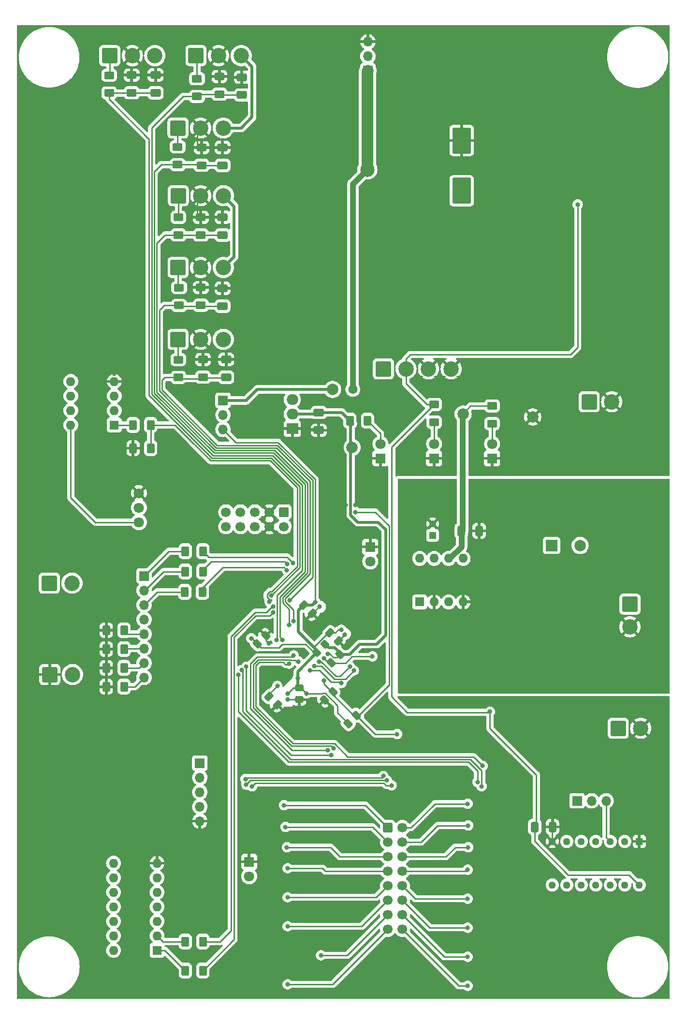
<source format=gbl>
G04 #@! TF.GenerationSoftware,KiCad,Pcbnew,7.0.7*
G04 #@! TF.CreationDate,2023-10-20T13:35:02-04:00*
G04 #@! TF.ProjectId,Schematic,53636865-6d61-4746-9963-2e6b69636164,rev?*
G04 #@! TF.SameCoordinates,Original*
G04 #@! TF.FileFunction,Copper,L2,Bot*
G04 #@! TF.FilePolarity,Positive*
%FSLAX46Y46*%
G04 Gerber Fmt 4.6, Leading zero omitted, Abs format (unit mm)*
G04 Created by KiCad (PCBNEW 7.0.7) date 2023-10-20 13:35:02*
%MOMM*%
%LPD*%
G01*
G04 APERTURE LIST*
G04 Aperture macros list*
%AMRoundRect*
0 Rectangle with rounded corners*
0 $1 Rounding radius*
0 $2 $3 $4 $5 $6 $7 $8 $9 X,Y pos of 4 corners*
0 Add a 4 corners polygon primitive as box body*
4,1,4,$2,$3,$4,$5,$6,$7,$8,$9,$2,$3,0*
0 Add four circle primitives for the rounded corners*
1,1,$1+$1,$2,$3*
1,1,$1+$1,$4,$5*
1,1,$1+$1,$6,$7*
1,1,$1+$1,$8,$9*
0 Add four rect primitives between the rounded corners*
20,1,$1+$1,$2,$3,$4,$5,0*
20,1,$1+$1,$4,$5,$6,$7,0*
20,1,$1+$1,$6,$7,$8,$9,0*
20,1,$1+$1,$8,$9,$2,$3,0*%
G04 Aperture macros list end*
G04 #@! TA.AperFunction,SMDPad,CuDef*
%ADD10RoundRect,0.250000X0.400000X0.625000X-0.400000X0.625000X-0.400000X-0.625000X0.400000X-0.625000X0*%
G04 #@! TD*
G04 #@! TA.AperFunction,ComponentPad*
%ADD11C,1.800000*%
G04 #@! TD*
G04 #@! TA.AperFunction,ComponentPad*
%ADD12RoundRect,0.250001X-1.099999X-1.099999X1.099999X-1.099999X1.099999X1.099999X-1.099999X1.099999X0*%
G04 #@! TD*
G04 #@! TA.AperFunction,ComponentPad*
%ADD13C,2.700000*%
G04 #@! TD*
G04 #@! TA.AperFunction,ComponentPad*
%ADD14C,2.000000*%
G04 #@! TD*
G04 #@! TA.AperFunction,ComponentPad*
%ADD15R,1.800000X1.800000*%
G04 #@! TD*
G04 #@! TA.AperFunction,ComponentPad*
%ADD16RoundRect,0.250001X-1.099999X1.099999X-1.099999X-1.099999X1.099999X-1.099999X1.099999X1.099999X0*%
G04 #@! TD*
G04 #@! TA.AperFunction,ComponentPad*
%ADD17R,1.600000X1.600000*%
G04 #@! TD*
G04 #@! TA.AperFunction,ComponentPad*
%ADD18O,1.600000X1.600000*%
G04 #@! TD*
G04 #@! TA.AperFunction,ComponentPad*
%ADD19R,1.700000X1.700000*%
G04 #@! TD*
G04 #@! TA.AperFunction,ComponentPad*
%ADD20O,1.700000X1.700000*%
G04 #@! TD*
G04 #@! TA.AperFunction,ComponentPad*
%ADD21R,2.000000X1.905000*%
G04 #@! TD*
G04 #@! TA.AperFunction,ComponentPad*
%ADD22O,2.000000X1.905000*%
G04 #@! TD*
G04 #@! TA.AperFunction,ComponentPad*
%ADD23RoundRect,0.250000X-0.600000X-0.600000X0.600000X-0.600000X0.600000X0.600000X-0.600000X0.600000X0*%
G04 #@! TD*
G04 #@! TA.AperFunction,ComponentPad*
%ADD24C,1.700000*%
G04 #@! TD*
G04 #@! TA.AperFunction,ComponentPad*
%ADD25RoundRect,0.250000X1.400000X-2.000000X1.400000X2.000000X-1.400000X2.000000X-1.400000X-2.000000X0*%
G04 #@! TD*
G04 #@! TA.AperFunction,ComponentPad*
%ADD26RoundRect,0.250000X-1.400000X2.000000X-1.400000X-2.000000X1.400000X-2.000000X1.400000X2.000000X0*%
G04 #@! TD*
G04 #@! TA.AperFunction,ComponentPad*
%ADD27RoundRect,0.250000X-0.600000X0.600000X-0.600000X-0.600000X0.600000X-0.600000X0.600000X0.600000X0*%
G04 #@! TD*
G04 #@! TA.AperFunction,ComponentPad*
%ADD28R,2.000000X2.000000*%
G04 #@! TD*
G04 #@! TA.AperFunction,ComponentPad*
%ADD29R,1.295400X1.295400*%
G04 #@! TD*
G04 #@! TA.AperFunction,ComponentPad*
%ADD30C,1.295400*%
G04 #@! TD*
G04 #@! TA.AperFunction,ComponentPad*
%ADD31R,1.200000X1.200000*%
G04 #@! TD*
G04 #@! TA.AperFunction,ComponentPad*
%ADD32C,1.200000*%
G04 #@! TD*
G04 #@! TA.AperFunction,SMDPad,CuDef*
%ADD33RoundRect,0.250000X-0.400000X-0.625000X0.400000X-0.625000X0.400000X0.625000X-0.400000X0.625000X0*%
G04 #@! TD*
G04 #@! TA.AperFunction,SMDPad,CuDef*
%ADD34RoundRect,0.250000X0.625000X-0.400000X0.625000X0.400000X-0.625000X0.400000X-0.625000X-0.400000X0*%
G04 #@! TD*
G04 #@! TA.AperFunction,SMDPad,CuDef*
%ADD35RoundRect,0.250000X-0.475000X0.337500X-0.475000X-0.337500X0.475000X-0.337500X0.475000X0.337500X0*%
G04 #@! TD*
G04 #@! TA.AperFunction,SMDPad,CuDef*
%ADD36RoundRect,0.250000X-0.625000X0.400000X-0.625000X-0.400000X0.625000X-0.400000X0.625000X0.400000X0*%
G04 #@! TD*
G04 #@! TA.AperFunction,SMDPad,CuDef*
%ADD37RoundRect,0.250000X-0.574524X-0.097227X-0.097227X-0.574524X0.574524X0.097227X0.097227X0.574524X0*%
G04 #@! TD*
G04 #@! TA.AperFunction,SMDPad,CuDef*
%ADD38RoundRect,0.250000X-0.412500X-0.650000X0.412500X-0.650000X0.412500X0.650000X-0.412500X0.650000X0*%
G04 #@! TD*
G04 #@! TA.AperFunction,SMDPad,CuDef*
%ADD39RoundRect,0.250000X0.650000X-0.412500X0.650000X0.412500X-0.650000X0.412500X-0.650000X-0.412500X0*%
G04 #@! TD*
G04 #@! TA.AperFunction,SMDPad,CuDef*
%ADD40RoundRect,0.250000X0.412500X0.650000X-0.412500X0.650000X-0.412500X-0.650000X0.412500X-0.650000X0*%
G04 #@! TD*
G04 #@! TA.AperFunction,SMDPad,CuDef*
%ADD41RoundRect,0.250000X0.097227X-0.574524X0.574524X-0.097227X-0.097227X0.574524X-0.574524X0.097227X0*%
G04 #@! TD*
G04 #@! TA.AperFunction,SMDPad,CuDef*
%ADD42RoundRect,0.250000X-0.097227X0.574524X-0.574524X0.097227X0.097227X-0.574524X0.574524X-0.097227X0*%
G04 #@! TD*
G04 #@! TA.AperFunction,SMDPad,CuDef*
%ADD43RoundRect,0.250000X-0.650000X0.412500X-0.650000X-0.412500X0.650000X-0.412500X0.650000X0.412500X0*%
G04 #@! TD*
G04 #@! TA.AperFunction,SMDPad,CuDef*
%ADD44RoundRect,0.250000X-0.088388X0.548008X-0.548008X0.088388X0.088388X-0.548008X0.548008X-0.088388X0*%
G04 #@! TD*
G04 #@! TA.AperFunction,ViaPad*
%ADD45C,0.800000*%
G04 #@! TD*
G04 #@! TA.AperFunction,ViaPad*
%ADD46C,2.500000*%
G04 #@! TD*
G04 #@! TA.AperFunction,ViaPad*
%ADD47C,1.600000*%
G04 #@! TD*
G04 #@! TA.AperFunction,ViaPad*
%ADD48C,3.000000*%
G04 #@! TD*
G04 #@! TA.AperFunction,Conductor*
%ADD49C,0.250000*%
G04 #@! TD*
G04 #@! TA.AperFunction,Conductor*
%ADD50C,0.500000*%
G04 #@! TD*
G04 #@! TA.AperFunction,Conductor*
%ADD51C,1.000000*%
G04 #@! TD*
G04 #@! TA.AperFunction,Conductor*
%ADD52C,2.000000*%
G04 #@! TD*
G04 APERTURE END LIST*
D10*
X59716000Y-98044000D03*
X56616000Y-98044000D03*
X59716000Y-93980000D03*
X56616000Y-93980000D03*
D11*
X57658000Y-105918000D03*
X57658000Y-108458000D03*
X57658000Y-110998000D03*
D12*
X67645000Y-29337000D03*
D13*
X71605000Y-29337000D03*
X75565000Y-29337000D03*
D14*
X114427000Y-92075000D03*
D15*
X119507000Y-99822000D03*
D11*
X119507000Y-97282000D03*
D12*
X100454500Y-84159000D03*
D13*
X104414500Y-84159000D03*
X108374500Y-84159000D03*
X112334500Y-84159000D03*
D12*
X42057500Y-137668000D03*
D13*
X46017500Y-137668000D03*
D16*
X143637000Y-125349000D03*
D13*
X143637000Y-129309000D03*
D17*
X106817000Y-124958000D03*
D18*
X109357000Y-124958000D03*
X111897000Y-124958000D03*
X114437000Y-124958000D03*
X114437000Y-117338000D03*
X111897000Y-117338000D03*
X109357000Y-117338000D03*
X106817000Y-117338000D03*
D19*
X72390000Y-89677000D03*
D20*
X72390000Y-92217000D03*
X72390000Y-94757000D03*
D12*
X64507500Y-41995000D03*
D13*
X68467500Y-41995000D03*
X72427500Y-41995000D03*
D19*
X134381000Y-159766000D03*
D20*
X136921000Y-159766000D03*
X139461000Y-159766000D03*
D21*
X84511000Y-94615000D03*
D22*
X84511000Y-92075000D03*
X84511000Y-89535000D03*
D12*
X41970500Y-121666000D03*
D13*
X45930500Y-121666000D03*
D12*
X141582000Y-147066000D03*
D13*
X145542000Y-147066000D03*
D19*
X58547000Y-120396000D03*
D20*
X58547000Y-122936000D03*
X58547000Y-125476000D03*
X58547000Y-128016000D03*
X58547000Y-130556000D03*
X58547000Y-133096000D03*
X58547000Y-135636000D03*
X58547000Y-138176000D03*
D14*
X126619000Y-92583000D03*
D15*
X76962000Y-170434000D03*
D11*
X76962000Y-172974000D03*
D19*
X68326000Y-153162000D03*
D20*
X68326000Y-155702000D03*
X68326000Y-158242000D03*
X68326000Y-160782000D03*
X68326000Y-163322000D03*
D23*
X101245000Y-164465000D03*
D24*
X103785000Y-164465000D03*
X101245000Y-167005000D03*
X103785000Y-167005000D03*
X101245000Y-169545000D03*
X103785000Y-169545000D03*
X101245000Y-172085000D03*
X103785000Y-172085000D03*
X101245000Y-174625000D03*
X103785000Y-174625000D03*
X101245000Y-177165000D03*
X103785000Y-177165000D03*
X101245000Y-179705000D03*
X103785000Y-179705000D03*
X101245000Y-182245000D03*
X103785000Y-182245000D03*
D12*
X64539000Y-53848000D03*
D13*
X68499000Y-53848000D03*
X72459000Y-53848000D03*
D15*
X99949000Y-99822000D03*
D11*
X99949000Y-97282000D03*
D25*
X114173000Y-52994000D03*
D26*
X114173000Y-44194000D03*
D27*
X83058000Y-109220000D03*
D24*
X83058000Y-111760000D03*
X80518000Y-109220000D03*
X80518000Y-111760000D03*
X77978000Y-109220000D03*
X77978000Y-111760000D03*
X75438000Y-109220000D03*
X75438000Y-111760000D03*
X72898000Y-109220000D03*
X72898000Y-111760000D03*
D12*
X52532000Y-29337000D03*
D13*
X56492000Y-29337000D03*
X60452000Y-29337000D03*
D12*
X136502000Y-89916000D03*
D13*
X140462000Y-89916000D03*
D15*
X98171000Y-115316000D03*
D11*
X98171000Y-117856000D03*
D14*
X91567000Y-87757000D03*
D28*
X129911000Y-115072000D03*
D14*
X134911000Y-115072000D03*
D12*
X64516000Y-78994000D03*
D13*
X68476000Y-78994000D03*
X72436000Y-78994000D03*
D12*
X64516000Y-66421000D03*
D13*
X68476000Y-66421000D03*
X72436000Y-66421000D03*
D15*
X109347000Y-99822000D03*
D11*
X109347000Y-97282000D03*
D29*
X145288000Y-166878000D03*
D30*
X142748000Y-166878000D03*
X140208000Y-166878000D03*
X137668000Y-166878000D03*
X135128000Y-166878000D03*
X132588000Y-166878000D03*
X130048000Y-166878000D03*
X130048000Y-174498000D03*
X132588000Y-174498000D03*
X135128000Y-174498000D03*
X137668000Y-174498000D03*
X140208000Y-174498000D03*
X142748000Y-174498000D03*
X145288000Y-174498000D03*
D17*
X60833000Y-185928000D03*
D18*
X60833000Y-183388000D03*
X60833000Y-180848000D03*
X60833000Y-178308000D03*
X60833000Y-175768000D03*
X60833000Y-173228000D03*
X60833000Y-170688000D03*
X53213000Y-170688000D03*
X53213000Y-173228000D03*
X53213000Y-175768000D03*
X53213000Y-178308000D03*
X53213000Y-180848000D03*
X53213000Y-183388000D03*
X53213000Y-185928000D03*
D31*
X109083000Y-113294000D03*
D32*
X109083000Y-111294000D03*
D17*
X53340000Y-93980000D03*
D18*
X53340000Y-91440000D03*
X53340000Y-88900000D03*
X53340000Y-86360000D03*
X45720000Y-86360000D03*
X45720000Y-88900000D03*
X45720000Y-91440000D03*
X45720000Y-93980000D03*
D14*
X94996000Y-97917000D03*
D19*
X97765000Y-31989000D03*
D20*
X97765000Y-29449000D03*
X97765000Y-26909000D03*
D33*
X51943000Y-133211000D03*
X55043000Y-133211000D03*
D34*
X71755000Y-36094000D03*
X71755000Y-32994000D03*
D35*
X85725000Y-139954000D03*
X85725000Y-142029000D03*
D33*
X51943000Y-136501000D03*
X55043000Y-136501000D03*
D36*
X119507000Y-90652000D03*
X119507000Y-93752000D03*
D37*
X91087377Y-130330377D03*
X92554623Y-131797623D03*
D38*
X114113000Y-112522000D03*
X117238000Y-112522000D03*
D33*
X51943000Y-139791000D03*
X55043000Y-139791000D03*
D34*
X64435000Y-48413000D03*
X64435000Y-45313000D03*
X64562000Y-60732000D03*
X64562000Y-57632000D03*
D39*
X60579000Y-35852500D03*
X60579000Y-32727500D03*
D10*
X68860000Y-116078000D03*
X65760000Y-116078000D03*
X68860000Y-119634000D03*
X65760000Y-119634000D03*
D40*
X130086500Y-164338000D03*
X126961500Y-164338000D03*
D34*
X68626000Y-48540000D03*
X68626000Y-45440000D03*
D41*
X78387377Y-132305623D03*
X79854623Y-130838377D03*
D34*
X67818000Y-36475000D03*
X67818000Y-33375000D03*
X52451000Y-35866000D03*
X52451000Y-32766000D03*
X64562000Y-85650000D03*
X64562000Y-82550000D03*
D37*
X86515377Y-125504377D03*
X87982623Y-126971623D03*
D34*
X64689000Y-73051000D03*
X64689000Y-69951000D03*
D42*
X92808623Y-134140377D03*
X91341377Y-135607623D03*
D34*
X68880000Y-85624000D03*
X68880000Y-82524000D03*
D10*
X68860000Y-189484000D03*
X65760000Y-189484000D03*
D39*
X72309000Y-73190500D03*
X72309000Y-70065500D03*
D33*
X94589000Y-93218000D03*
X97689000Y-93218000D03*
D39*
X75692000Y-36233500D03*
X75692000Y-33108500D03*
D33*
X51943000Y-129921000D03*
X55043000Y-129921000D03*
D39*
X72309000Y-60744500D03*
X72309000Y-57619500D03*
D43*
X89154000Y-91782500D03*
X89154000Y-94907500D03*
D34*
X56388000Y-35840000D03*
X56388000Y-32740000D03*
X68499000Y-60732000D03*
X68499000Y-57632000D03*
X68499000Y-73025000D03*
X68499000Y-69925000D03*
D37*
X80419377Y-141506377D03*
X81886623Y-142973623D03*
D10*
X68785000Y-123190000D03*
X65685000Y-123190000D03*
D39*
X72309000Y-48552500D03*
X72309000Y-45427500D03*
X72944000Y-85636500D03*
X72944000Y-82511500D03*
D41*
X94290754Y-146247246D03*
X95758000Y-144780000D03*
D10*
X68860000Y-184404000D03*
X65760000Y-184404000D03*
D42*
X91637246Y-140645754D03*
X90170000Y-142113000D03*
D36*
X109347000Y-90398000D03*
X109347000Y-93498000D03*
D44*
X90259784Y-132371216D03*
X88810216Y-133820784D03*
D45*
X102870000Y-148082000D03*
X90043000Y-138684000D03*
X95591500Y-109220000D03*
X83693000Y-140970000D03*
X85471000Y-138303000D03*
X93091000Y-129831500D03*
X77343000Y-131318000D03*
X86995000Y-140970000D03*
X88519000Y-124968000D03*
X81881909Y-139666910D03*
X91718965Y-150613968D03*
X85593003Y-135386997D03*
X88392000Y-136144000D03*
X95295826Y-136959788D03*
X94588743Y-136253361D03*
X89201068Y-135404336D03*
X93114913Y-139154500D03*
X87630000Y-136906000D03*
X81153000Y-125746497D03*
X81153000Y-126746000D03*
X90767500Y-150920106D03*
X84751899Y-134328681D03*
X117860299Y-153665701D03*
X83947000Y-135777500D03*
X76448650Y-136308500D03*
X91301500Y-151765000D03*
X117663500Y-157226000D03*
X75630821Y-136887127D03*
X116939000Y-156464000D03*
X75057000Y-137705500D03*
X84644500Y-118110000D03*
X83632176Y-118297824D03*
X83566000Y-119380000D03*
X83951299Y-129027701D03*
X84709000Y-128270000D03*
X84013297Y-124647703D03*
X80843418Y-123846997D03*
X80518000Y-124919645D03*
X81780415Y-131570987D03*
X82804000Y-131572000D03*
X119126000Y-144182500D03*
X134493000Y-55372000D03*
D46*
X97663000Y-49276000D03*
D47*
X95123000Y-87757000D03*
D45*
X124587000Y-105664000D03*
X137160000Y-134366000D03*
X149479000Y-105156000D03*
X132080000Y-127508000D03*
X90037160Y-134856658D03*
X104394000Y-123571000D03*
X137541000Y-105791000D03*
X105029000Y-105156000D03*
X149352000Y-115570000D03*
X117983000Y-129032000D03*
X98552000Y-134493000D03*
X127254000Y-134112000D03*
X146558000Y-133985000D03*
X107315000Y-139065000D03*
X76295803Y-155964596D03*
X100452456Y-155437594D03*
X101092000Y-156205701D03*
X76454000Y-156951500D03*
X77470000Y-157226000D03*
X101906475Y-157057465D03*
X90697506Y-134106359D03*
X39751000Y-175006000D03*
X125095000Y-41275000D03*
X86868000Y-147828000D03*
X93664821Y-130649873D03*
X138811000Y-40132000D03*
X117856000Y-43942000D03*
X103886000Y-39370000D03*
X131064000Y-186182000D03*
X125095000Y-44196000D03*
D48*
X131953000Y-44450000D03*
D45*
X76454000Y-134112000D03*
X98552000Y-145542000D03*
X127381000Y-38354000D03*
X80378960Y-132203819D03*
X67056000Y-89916000D03*
X80137000Y-128524000D03*
X126492000Y-148590000D03*
X77470000Y-162560000D03*
X125095000Y-45974000D03*
X127000000Y-26416000D03*
X57658000Y-89154000D03*
X81534000Y-120904000D03*
X110236000Y-39878000D03*
X138811000Y-48260000D03*
X89281000Y-125730000D03*
X56642000Y-79502000D03*
X110236000Y-43942000D03*
X138811000Y-46228000D03*
X88900000Y-53340000D03*
X133731000Y-38354000D03*
X117856000Y-39878000D03*
X138811000Y-42418000D03*
X98806000Y-136906000D03*
X48768000Y-104902000D03*
X95591500Y-107950000D03*
X80772000Y-144526000D03*
X93892500Y-107950000D03*
X125095000Y-38354000D03*
X129413000Y-38354000D03*
X61976000Y-150622000D03*
X90678000Y-97790000D03*
X64516000Y-99314000D03*
X114046000Y-39878000D03*
X76962000Y-148590000D03*
X138811000Y-38354000D03*
X42164000Y-111506000D03*
X145796000Y-68326000D03*
X136144000Y-38354000D03*
X94488000Y-150368000D03*
X138811000Y-44450000D03*
X79248000Y-153416000D03*
X44958000Y-111760000D03*
X90678000Y-119380000D03*
X96520000Y-143002000D03*
X83058000Y-133604000D03*
X83726695Y-142029000D03*
X98806000Y-130556000D03*
X83058000Y-160528000D03*
X115215000Y-160274000D03*
X83312000Y-164338000D03*
X115316000Y-164084000D03*
X83566000Y-167894000D03*
X115316000Y-167894000D03*
X83693000Y-171577000D03*
X115215000Y-171831000D03*
X83693000Y-176657000D03*
X115215000Y-176911000D03*
X83693000Y-181737000D03*
X115215000Y-181991000D03*
X89535000Y-186817000D03*
X115215000Y-187071000D03*
X83693000Y-191897000D03*
X115215000Y-192151000D03*
D49*
X56616000Y-93980000D02*
X53340000Y-93980000D01*
X59716000Y-93980000D02*
X63999624Y-93980000D01*
X63999624Y-93980000D02*
X66797812Y-96778188D01*
X70255624Y-100236000D02*
X66797812Y-96778188D01*
X59716000Y-93980000D02*
X59716000Y-98044000D01*
X95591500Y-109220000D02*
X99060000Y-109220000D01*
X102870000Y-148082000D02*
X99060000Y-148082000D01*
X96139000Y-144780000D02*
X95250000Y-144780000D01*
X91637246Y-141167246D02*
X91637246Y-140645754D01*
X101473000Y-136635728D02*
X101473000Y-139446000D01*
X99060000Y-148082000D02*
X95758000Y-144780000D01*
X99060000Y-109220000D02*
X101473000Y-111633000D01*
X91256246Y-140532246D02*
X90043000Y-139319000D01*
X101473000Y-111633000D02*
X101473000Y-136612923D01*
X101473000Y-139446000D02*
X96139000Y-144780000D01*
X95250000Y-144780000D02*
X91637246Y-141167246D01*
X90043000Y-139319000D02*
X90043000Y-138684000D01*
X91637246Y-140532246D02*
X91256246Y-140532246D01*
X88100784Y-133566784D02*
X86868000Y-132334000D01*
X86233000Y-125786754D02*
X86515377Y-125504377D01*
D50*
X87982623Y-125504377D02*
X88519000Y-124968000D01*
D49*
X82209181Y-132928819D02*
X79010573Y-132928819D01*
X88556216Y-133566784D02*
X88100784Y-133566784D01*
X86995000Y-140970000D02*
X89828077Y-140970000D01*
X88556216Y-133566784D02*
X88455500Y-133466068D01*
X90851055Y-130330377D02*
X91087377Y-130330377D01*
X86868000Y-132334000D02*
X82804000Y-132334000D01*
D50*
X85598000Y-126421754D02*
X86233000Y-125786754D01*
X86515377Y-125504377D02*
X87982623Y-125504377D01*
D49*
X88455500Y-133466068D02*
X88455500Y-132725932D01*
X89828077Y-140970000D02*
X89834601Y-140963476D01*
X90310945Y-140963476D02*
X92456000Y-143108531D01*
X88455500Y-132725932D02*
X90851055Y-130330377D01*
X82042000Y-97028000D02*
X88519000Y-103505000D01*
X85471000Y-139700000D02*
X85725000Y-139954000D01*
X74676000Y-97028000D02*
X82042000Y-97028000D01*
D50*
X88556216Y-134074784D02*
X85471000Y-137160000D01*
D49*
X92046623Y-130330377D02*
X91087377Y-130330377D01*
X77343000Y-131318000D02*
X77399754Y-131318000D01*
D50*
X85598000Y-130175000D02*
X85598000Y-126421754D01*
D49*
X93091000Y-129831500D02*
X92545500Y-129831500D01*
X79010573Y-132928819D02*
X78387377Y-132305623D01*
X89834601Y-140963476D02*
X90310945Y-140963476D01*
X72390000Y-94742000D02*
X74676000Y-97028000D01*
X92456000Y-143108531D02*
X92456000Y-144399000D01*
X85979000Y-139954000D02*
X85725000Y-139954000D01*
X88556216Y-133566784D02*
X88556216Y-133133216D01*
X88556216Y-133566784D02*
X88556216Y-134074784D01*
D50*
X85471000Y-137160000D02*
X85471000Y-139700000D01*
X88556216Y-133133216D02*
X85598000Y-130175000D01*
D49*
X92456000Y-144399000D02*
X94078623Y-146021623D01*
X84709000Y-139954000D02*
X85725000Y-139954000D01*
X82804000Y-132334000D02*
X82209181Y-132928819D01*
X88519000Y-103505000D02*
X88519000Y-124968000D01*
X77399754Y-131318000D02*
X78387377Y-132305623D01*
X83693000Y-140970000D02*
X84709000Y-139954000D01*
X86995000Y-140970000D02*
X85979000Y-139954000D01*
X92545500Y-129831500D02*
X92046623Y-130330377D01*
X80419377Y-141129442D02*
X81881909Y-139666910D01*
X80419377Y-141506377D02*
X80419377Y-141129442D01*
X85593003Y-135386997D02*
X85348997Y-135386997D01*
X84322805Y-135128000D02*
X84247305Y-135052500D01*
X78562896Y-135052500D02*
X77666000Y-135949396D01*
X85348997Y-135386997D02*
X85090000Y-135128000D01*
X84410502Y-150195106D02*
X91300103Y-150195106D01*
X77666000Y-143450604D02*
X84410502Y-150195106D01*
X85090000Y-135128000D02*
X84322805Y-135128000D01*
X84247305Y-135052500D02*
X78562896Y-135052500D01*
X91300103Y-150195106D02*
X91718965Y-150613968D01*
X77666000Y-135949396D02*
X77666000Y-143450604D01*
X93825614Y-138430000D02*
X91948801Y-138430000D01*
X95295826Y-136959788D02*
X93825614Y-138430000D01*
X89662801Y-136144000D02*
X88392000Y-136144000D01*
X91948801Y-138430000D02*
X89662801Y-136144000D01*
X92862104Y-137980000D02*
X92135197Y-137980000D01*
X94588743Y-136253361D02*
X92862104Y-137980000D01*
X89559533Y-135404336D02*
X89201068Y-135404336D01*
X92135197Y-137980000D02*
X89559533Y-135404336D01*
X93114913Y-139154500D02*
X92920266Y-138959853D01*
X91344158Y-138959853D02*
X89290305Y-136906000D01*
X92920266Y-138959853D02*
X91344158Y-138959853D01*
X89290305Y-136906000D02*
X87630000Y-136906000D01*
X81009503Y-125746497D02*
X81153000Y-125746497D01*
X78040802Y-126746000D02*
X80010000Y-126746000D01*
X68860000Y-184404000D02*
X71882000Y-184404000D01*
X73787000Y-130999802D02*
X78040802Y-126746000D01*
X71882000Y-184404000D02*
X73787000Y-182499000D01*
X80010000Y-126746000D02*
X81009503Y-125746497D01*
X73787000Y-182499000D02*
X73787000Y-130999802D01*
X74295000Y-131128198D02*
X74295000Y-184049000D01*
X80554497Y-127344503D02*
X78078695Y-127344503D01*
X74295000Y-184049000D02*
X68860000Y-189484000D01*
X78078695Y-127344503D02*
X74295000Y-131128198D01*
X81153000Y-126746000D02*
X80554497Y-127344503D01*
X84477580Y-134603000D02*
X78376000Y-134603000D01*
X77216000Y-143637000D02*
X84499106Y-150920106D01*
X78376000Y-134603000D02*
X77216000Y-135763000D01*
X77216000Y-135763000D02*
X77216000Y-143637000D01*
X84751899Y-134328681D02*
X84477580Y-134603000D01*
X84499106Y-150920106D02*
X90767500Y-150920106D01*
X116260598Y-152066000D02*
X94196302Y-152066000D01*
X83834500Y-135890000D02*
X83947000Y-135777500D01*
X78742792Y-135509000D02*
X82931000Y-135509000D01*
X78116000Y-136135792D02*
X78742792Y-135509000D01*
X82931000Y-135509000D02*
X83312000Y-135890000D01*
X91875408Y-149745106D02*
X84596898Y-149745106D01*
X94196302Y-152066000D02*
X91875408Y-149745106D01*
X83312000Y-135890000D02*
X83834500Y-135890000D01*
X117860299Y-153665701D02*
X116260598Y-152066000D01*
X84596898Y-149745106D02*
X78116000Y-143264208D01*
X78116000Y-143264208D02*
X78116000Y-136135792D01*
X84281695Y-151765000D02*
X91301500Y-151765000D01*
X76448650Y-143931955D02*
X84281695Y-151765000D01*
X76448650Y-136308500D02*
X76448650Y-143931955D01*
X75819000Y-144145000D02*
X75819000Y-137075306D01*
X115686000Y-152516000D02*
X84190000Y-152516000D01*
X117663500Y-157226000D02*
X117663500Y-154493500D01*
X117663500Y-154493500D02*
X115686000Y-152516000D01*
X75819000Y-137075306D02*
X75630821Y-136887127D01*
X84190000Y-152516000D02*
X75819000Y-144145000D01*
X83878000Y-152966000D02*
X75057000Y-144145000D01*
X116939000Y-156464000D02*
X116939000Y-154531000D01*
X115374000Y-152966000D02*
X83878000Y-152966000D01*
X116939000Y-154531000D02*
X115374000Y-152966000D01*
X75057000Y-144145000D02*
X75057000Y-137705500D01*
X83628500Y-117094000D02*
X69876000Y-117094000D01*
X69876000Y-117094000D02*
X68860000Y-116078000D01*
X84644500Y-118110000D02*
X83628500Y-117094000D01*
X83632176Y-118289103D02*
X83632176Y-118297824D01*
X83229163Y-117894811D02*
X70319189Y-117894811D01*
X70319189Y-117894811D02*
X68860000Y-119354000D01*
X68860000Y-119354000D02*
X68860000Y-119634000D01*
X83632176Y-118297824D02*
X83229163Y-117894811D01*
X68785000Y-122477000D02*
X68785000Y-123190000D01*
X83077667Y-118891667D02*
X72370333Y-118891667D01*
X83566000Y-119380000D02*
X83077667Y-118891667D01*
X72370333Y-118891667D02*
X68785000Y-122477000D01*
X87169000Y-119830299D02*
X87169000Y-104187000D01*
X60786000Y-88220792D02*
X60786000Y-62150000D01*
X68511500Y-60744500D02*
X68499000Y-60732000D01*
X82838297Y-124161002D02*
X87169000Y-119830299D01*
X62204000Y-60732000D02*
X64562000Y-60732000D01*
X83951299Y-129027701D02*
X83951299Y-126246699D01*
X72309000Y-60744500D02*
X68511500Y-60744500D01*
X71001208Y-98436000D02*
X60786000Y-88220792D01*
X60786000Y-62150000D02*
X62204000Y-60732000D01*
X82838297Y-125133697D02*
X82838297Y-124161002D01*
X87169000Y-104187000D02*
X81418000Y-98436000D01*
X81418000Y-98436000D02*
X71001208Y-98436000D01*
X83951299Y-126246699D02*
X82838297Y-125133697D01*
X68499000Y-60732000D02*
X64562000Y-60732000D01*
X84709000Y-128270000D02*
X84709000Y-126368004D01*
X61236000Y-73892000D02*
X62077000Y-73051000D01*
X61236000Y-88034396D02*
X61236000Y-73892000D01*
X72309000Y-73190500D02*
X68664500Y-73190500D01*
X81727208Y-97986000D02*
X71187604Y-97986000D01*
X71187604Y-97986000D02*
X61236000Y-88034396D01*
X62077000Y-73051000D02*
X64689000Y-73051000D01*
X87619000Y-120016695D02*
X87619000Y-103877792D01*
X84709000Y-126368004D02*
X83288297Y-124947301D01*
X64562000Y-73178000D02*
X68372000Y-73178000D01*
X83288297Y-124347398D02*
X87619000Y-120016695D01*
X87619000Y-103877792D02*
X81727208Y-97986000D01*
X68664500Y-73190500D02*
X68499000Y-73025000D01*
X83288297Y-124947301D02*
X83288297Y-124347398D01*
X84013297Y-124647703D02*
X88069000Y-120592000D01*
X62178000Y-85650000D02*
X64562000Y-85650000D01*
X72263000Y-85370000D02*
X72402500Y-85509500D01*
X72035000Y-85598000D02*
X72263000Y-85370000D01*
X69019500Y-85763500D02*
X72944000Y-85763500D01*
X71374000Y-97536000D02*
X61686000Y-87848000D01*
X61686000Y-86142000D02*
X62178000Y-85650000D01*
X64562000Y-85852000D02*
X68652000Y-85852000D01*
X88069000Y-120592000D02*
X88069000Y-103691396D01*
X61686000Y-87848000D02*
X61686000Y-86142000D01*
X88069000Y-103691396D02*
X81913604Y-97536000D01*
X81913604Y-97536000D02*
X71374000Y-97536000D01*
X60566500Y-35840000D02*
X60579000Y-35852500D01*
X80858812Y-99786000D02*
X70442020Y-99786000D01*
X59436000Y-88779980D02*
X59436000Y-43942000D01*
X59436000Y-43942000D02*
X52451000Y-36957000D01*
X52451000Y-36957000D02*
X52451000Y-35840000D01*
X80860210Y-123846997D02*
X85819000Y-118888207D01*
X85819000Y-104746188D02*
X80858812Y-99786000D01*
X56362000Y-35866000D02*
X56388000Y-35840000D01*
X80843418Y-123846997D02*
X80860210Y-123846997D01*
X56388000Y-35840000D02*
X60566500Y-35840000D01*
X52451000Y-35866000D02*
X56362000Y-35866000D01*
X85819000Y-118888207D02*
X85819000Y-104746188D01*
X70442020Y-99786000D02*
X59436000Y-88779980D01*
X80543113Y-124571997D02*
X80118418Y-124147302D01*
X80118418Y-124147302D02*
X80118418Y-123546692D01*
X80118418Y-123546692D02*
X80543113Y-123121997D01*
X80543113Y-123121997D02*
X80948814Y-123121997D01*
X85369000Y-118701810D02*
X85369000Y-104932584D01*
X80672416Y-100236000D02*
X70255624Y-100236000D01*
X80865648Y-124571997D02*
X80543113Y-124571997D01*
X80948814Y-123121997D02*
X85369000Y-118701810D01*
X85369000Y-104932584D02*
X80672416Y-100236000D01*
X80518000Y-124919645D02*
X80865648Y-124571997D01*
X81878000Y-123848507D02*
X86269000Y-119457507D01*
X75692000Y-36233500D02*
X71894500Y-36233500D01*
X71755000Y-36094000D02*
X67691000Y-36094000D01*
X86269000Y-119457507D02*
X86269000Y-104559792D01*
X59886000Y-88593584D02*
X59886000Y-41968000D01*
X81045208Y-99336000D02*
X70628416Y-99336000D01*
X65379000Y-36475000D02*
X67818000Y-36475000D01*
X71894500Y-36233500D02*
X71755000Y-36094000D01*
X81780415Y-131570987D02*
X81878000Y-131473402D01*
X81878000Y-131473402D02*
X81878000Y-123848507D01*
X86269000Y-104559792D02*
X81045208Y-99336000D01*
X59886000Y-41968000D02*
X65379000Y-36475000D01*
X70628416Y-99336000D02*
X59886000Y-88593584D01*
X60336000Y-49646000D02*
X61569000Y-48413000D01*
X61569000Y-48413000D02*
X64435000Y-48413000D01*
X68638500Y-48552500D02*
X72309000Y-48552500D01*
X60336000Y-88407188D02*
X60336000Y-49646000D01*
X81231604Y-98886000D02*
X70814812Y-98886000D01*
X82328000Y-124034903D02*
X86719000Y-119643903D01*
X68626000Y-48540000D02*
X68638500Y-48552500D01*
X82804000Y-131572000D02*
X82328000Y-131096000D01*
X64435000Y-48413000D02*
X68499000Y-48413000D01*
X82328000Y-131096000D02*
X82328000Y-124034903D01*
X86719000Y-104373396D02*
X81231604Y-98886000D01*
X86719000Y-119643903D02*
X86719000Y-104373396D01*
X68499000Y-48413000D02*
X68626000Y-48540000D01*
X70814812Y-98886000D02*
X60336000Y-88407188D01*
X132842000Y-172720000D02*
X143510000Y-172720000D01*
X104414500Y-86761500D02*
X104414500Y-84159000D01*
X109347000Y-90398000D02*
X108051000Y-90398000D01*
X143510000Y-172720000D02*
X145288000Y-174498000D01*
D50*
X72390000Y-89677000D02*
X76439000Y-89677000D01*
D49*
X126961500Y-166839500D02*
X132842000Y-172720000D01*
X50038000Y-110998000D02*
X57658000Y-110998000D01*
X45720000Y-93980000D02*
X45720000Y-106680000D01*
X126961500Y-164338000D02*
X126961500Y-166839500D01*
D50*
X78359000Y-87757000D02*
X91567000Y-87757000D01*
D49*
X108051000Y-90398000D02*
X104414500Y-86761500D01*
D50*
X76439000Y-89677000D02*
X78359000Y-87757000D01*
D49*
X119126000Y-147066000D02*
X119126000Y-144182500D01*
X127254000Y-155194000D02*
X119126000Y-147066000D01*
X119036500Y-144272000D02*
X104648000Y-144272000D01*
X134493000Y-80391000D02*
X133223000Y-81661000D01*
X104414500Y-82402500D02*
X104414500Y-84159000D01*
X101923000Y-97822000D02*
X109347000Y-90398000D01*
X45720000Y-106680000D02*
X50038000Y-110998000D01*
X127254000Y-155194000D02*
X127254000Y-164045500D01*
X101923000Y-141547000D02*
X101923000Y-97822000D01*
X105156000Y-81661000D02*
X104414500Y-82402500D01*
X119126000Y-144182500D02*
X119036500Y-144272000D01*
X104648000Y-144272000D02*
X101923000Y-141547000D01*
X127254000Y-164045500D02*
X126961500Y-164338000D01*
X133223000Y-81661000D02*
X105156000Y-81661000D01*
X134493000Y-55372000D02*
X134493000Y-80391000D01*
D51*
X95123000Y-87757000D02*
X95123000Y-51816000D01*
X114374000Y-112532000D02*
X114374000Y-92001000D01*
D52*
X97663000Y-32091000D02*
X97765000Y-31989000D01*
X97663000Y-49276000D02*
X97663000Y-32091000D01*
D51*
X112151000Y-117338000D02*
X114173000Y-115316000D01*
X114173000Y-115316000D02*
X114173000Y-112987000D01*
D49*
X119507000Y-90652000D02*
X115723000Y-90652000D01*
X115723000Y-90652000D02*
X114427000Y-91948000D01*
D51*
X95123000Y-51816000D02*
X97663000Y-49276000D01*
D49*
X98552000Y-134493000D02*
X94996000Y-134493000D01*
X90788125Y-135607623D02*
X90037160Y-134856658D01*
X94996000Y-134493000D02*
X93853000Y-135636000D01*
X93853000Y-135636000D02*
X91369754Y-135636000D01*
X91341377Y-135607623D02*
X90788125Y-135607623D01*
X91369754Y-135636000D02*
X91341377Y-135607623D01*
X119507000Y-93752000D02*
X119507000Y-97282000D01*
X97689000Y-93218000D02*
X99949000Y-95478000D01*
X99949000Y-95478000D02*
X99949000Y-97282000D01*
X109347000Y-93498000D02*
X109347000Y-97287000D01*
X67795000Y-32890000D02*
X67691000Y-32994000D01*
X67795000Y-29210000D02*
X67795000Y-32890000D01*
X100188050Y-155702000D02*
X100452456Y-155437594D01*
X76558399Y-155702000D02*
X100188050Y-155702000D01*
X76295803Y-155964596D02*
X76558399Y-155702000D01*
X76454000Y-156951500D02*
X77199799Y-156205701D01*
X77199799Y-156205701D02*
X101092000Y-156205701D01*
X77470000Y-157226000D02*
X78040299Y-156655701D01*
X78040299Y-156655701D02*
X100516695Y-156655701D01*
X100516695Y-156655701D02*
X100918459Y-157057465D01*
X100918459Y-157057465D02*
X101906475Y-157057465D01*
X64435000Y-45313000D02*
X64435000Y-42067500D01*
X64435000Y-42067500D02*
X64507500Y-41995000D01*
D50*
X94589000Y-93218000D02*
X93153500Y-91782500D01*
X91948000Y-132969000D02*
X92808623Y-133829623D01*
X94535450Y-134140377D02*
X96341827Y-132334000D01*
X96341827Y-132334000D02*
X99314000Y-132334000D01*
D49*
X91180359Y-134106359D02*
X91694000Y-134620000D01*
D50*
X90005784Y-132117216D02*
X90857568Y-132969000D01*
X100898000Y-112328000D02*
X99568000Y-110998000D01*
X90857568Y-132969000D02*
X91948000Y-132969000D01*
X99314000Y-132334000D02*
X100898000Y-130750000D01*
X99568000Y-110998000D02*
X96012000Y-110998000D01*
X93153500Y-91782500D02*
X89154000Y-91782500D01*
X94742000Y-109728000D02*
X94742000Y-94133000D01*
D49*
X92808623Y-134140377D02*
X93316623Y-134140377D01*
D50*
X92808623Y-133829623D02*
X92808623Y-134140377D01*
D49*
X91694000Y-134620000D02*
X92329000Y-134620000D01*
X90697506Y-134106359D02*
X91180359Y-134106359D01*
D50*
X88861500Y-92075000D02*
X84511000Y-92075000D01*
X94742000Y-94133000D02*
X95123000Y-93752000D01*
X96012000Y-110998000D02*
X94742000Y-109728000D01*
X93316623Y-134140377D02*
X94535450Y-134140377D01*
D49*
X95123000Y-93752000D02*
X94589000Y-93218000D01*
X89154000Y-91782500D02*
X88861500Y-92075000D01*
D50*
X100898000Y-130750000D02*
X100898000Y-112328000D01*
D49*
X92329000Y-134620000D02*
X92808623Y-134140377D01*
X130594500Y-164338000D02*
X130048000Y-164884500D01*
X88861500Y-94615000D02*
X84511000Y-94615000D01*
X80378960Y-132203819D02*
X79854623Y-131679482D01*
X67899000Y-53848000D02*
X67899000Y-57358000D01*
X93664821Y-130649873D02*
X92554623Y-131760071D01*
X83726695Y-142029000D02*
X85725000Y-142029000D01*
X67899000Y-57358000D02*
X67945000Y-57404000D01*
X67899000Y-69778000D02*
X67945000Y-69824000D01*
X93345000Y-132588000D02*
X93980000Y-132588000D01*
X130048000Y-164884500D02*
X130048000Y-166878000D01*
X79854623Y-131679482D02*
X79854623Y-130838377D01*
X67899000Y-41402000D02*
X67899000Y-45140000D01*
X93980000Y-132588000D02*
X96266000Y-130302000D01*
X89154000Y-94907500D02*
X88861500Y-94615000D01*
X92554623Y-131797623D02*
X93345000Y-132588000D01*
X87982623Y-126971623D02*
X88039377Y-126971623D01*
X88039377Y-126971623D02*
X89281000Y-125730000D01*
X92554623Y-131760071D02*
X92554623Y-131797623D01*
D50*
X77470000Y-31242000D02*
X77470000Y-40081500D01*
X75565000Y-29337000D02*
X77470000Y-31242000D01*
X72459000Y-53848000D02*
X74341000Y-55730000D01*
X72427500Y-41995000D02*
X75556500Y-41995000D01*
X75556500Y-41995000D02*
X77470000Y-40081500D01*
X74341000Y-55730000D02*
X74341000Y-64516000D01*
X74341000Y-64516000D02*
X72436000Y-66421000D01*
D49*
X64516000Y-66548000D02*
X64516000Y-70032000D01*
X139461000Y-166131000D02*
X139461000Y-159766000D01*
X140208000Y-166878000D02*
X139461000Y-166131000D01*
X97308000Y-160528000D02*
X101245000Y-164465000D01*
X83058000Y-160528000D02*
X97308000Y-160528000D01*
X115215000Y-160274000D02*
X109487000Y-160274000D01*
X109487000Y-160274000D02*
X105296000Y-164465000D01*
X105296000Y-164465000D02*
X103785000Y-164465000D01*
X98578000Y-164338000D02*
X101245000Y-167005000D01*
X83312000Y-164338000D02*
X98578000Y-164338000D01*
X109982000Y-164084000D02*
X107061000Y-167005000D01*
X115316000Y-164084000D02*
X109982000Y-164084000D01*
X107061000Y-167005000D02*
X103785000Y-167005000D01*
X92863000Y-169545000D02*
X101245000Y-169545000D01*
X83566000Y-167894000D02*
X91212000Y-167894000D01*
X91212000Y-167894000D02*
X92863000Y-169545000D01*
X111392000Y-169545000D02*
X103785000Y-169545000D01*
X115316000Y-167894000D02*
X113043000Y-167894000D01*
X113043000Y-167894000D02*
X111392000Y-169545000D01*
X89815000Y-171577000D02*
X83693000Y-171577000D01*
X90323000Y-172085000D02*
X101245000Y-172085000D01*
X89815000Y-171577000D02*
X90323000Y-172085000D01*
X114961000Y-172085000D02*
X103785000Y-172085000D01*
X115215000Y-171831000D02*
X114961000Y-172085000D01*
X99213000Y-176657000D02*
X83693000Y-176657000D01*
X101245000Y-174625000D02*
X99213000Y-176657000D01*
X115215000Y-176911000D02*
X106071000Y-176911000D01*
X106071000Y-176911000D02*
X103785000Y-174625000D01*
X101245000Y-177165000D02*
X96673000Y-181737000D01*
X96673000Y-181737000D02*
X83693000Y-181737000D01*
X108611000Y-181991000D02*
X103785000Y-177165000D01*
X115215000Y-181991000D02*
X108611000Y-181991000D01*
X89815000Y-186817000D02*
X94133000Y-186817000D01*
X94133000Y-186817000D02*
X101245000Y-179705000D01*
X111151000Y-187071000D02*
X103785000Y-179705000D01*
X115215000Y-187071000D02*
X111151000Y-187071000D01*
X91593000Y-191897000D02*
X83693000Y-191897000D01*
X101245000Y-182245000D02*
X91593000Y-191897000D01*
X113691000Y-192151000D02*
X103785000Y-182245000D01*
X115215000Y-192151000D02*
X113691000Y-192151000D01*
X65760000Y-116078000D02*
X62865000Y-116078000D01*
X62865000Y-116078000D02*
X58547000Y-120396000D01*
X65760000Y-119634000D02*
X61976000Y-119634000D01*
X58674000Y-122936000D02*
X58547000Y-122936000D01*
X61976000Y-119634000D02*
X58674000Y-122936000D01*
X60833000Y-123190000D02*
X58547000Y-125476000D01*
X65685000Y-123190000D02*
X60833000Y-123190000D01*
X55043000Y-129921000D02*
X55678000Y-130556000D01*
X55678000Y-130556000D02*
X58547000Y-130556000D01*
X55158000Y-133096000D02*
X58547000Y-133096000D01*
X55043000Y-133211000D02*
X55158000Y-133096000D01*
X57682000Y-136501000D02*
X58547000Y-135636000D01*
X55043000Y-136501000D02*
X57682000Y-136501000D01*
X56932000Y-139791000D02*
X58547000Y-138176000D01*
X55043000Y-139791000D02*
X56932000Y-139791000D01*
X64562000Y-53871000D02*
X64539000Y-53848000D01*
X64562000Y-57632000D02*
X64562000Y-53871000D01*
X64516000Y-78740000D02*
X64516000Y-81970000D01*
X52555000Y-32128000D02*
X52451000Y-32232000D01*
X52555000Y-29168000D02*
X52555000Y-32128000D01*
X60833000Y-185928000D02*
X62204000Y-185928000D01*
X62204000Y-185928000D02*
X65760000Y-189484000D01*
X61849000Y-184404000D02*
X60833000Y-183388000D01*
X65760000Y-184404000D02*
X61849000Y-184404000D01*
G04 #@! TA.AperFunction,Conductor*
G36*
X80040064Y-109446894D02*
G01*
X80095998Y-109488765D01*
X80101039Y-109496025D01*
X80101048Y-109496039D01*
X80136239Y-109550798D01*
X80251602Y-109650759D01*
X80249293Y-109653422D01*
X80284006Y-109693499D01*
X80293935Y-109762660D01*
X80264898Y-109826210D01*
X80258882Y-109832669D01*
X79756625Y-110334925D01*
X79833031Y-110388425D01*
X79876655Y-110443002D01*
X79883848Y-110512501D01*
X79852326Y-110574855D01*
X79833029Y-110591576D01*
X79756625Y-110645072D01*
X80258883Y-111147330D01*
X80292368Y-111208653D01*
X80287384Y-111278345D01*
X80250357Y-111327805D01*
X80251602Y-111329241D01*
X80136238Y-111429202D01*
X80101046Y-111483962D01*
X80048242Y-111529717D01*
X79979083Y-111539660D01*
X79915528Y-111510634D01*
X79909050Y-111504603D01*
X79403073Y-110998626D01*
X79349881Y-111074594D01*
X79295304Y-111118219D01*
X79225806Y-111125413D01*
X79163451Y-111093891D01*
X79146730Y-111074594D01*
X79016494Y-110888597D01*
X78849402Y-110721506D01*
X78849396Y-110721501D01*
X78663842Y-110591575D01*
X78620217Y-110536998D01*
X78613023Y-110467500D01*
X78644546Y-110405145D01*
X78663842Y-110388425D01*
X78694070Y-110367259D01*
X78849401Y-110258495D01*
X79016495Y-110091401D01*
X79146732Y-109905403D01*
X79201307Y-109861780D01*
X79270805Y-109854586D01*
X79333160Y-109886109D01*
X79349880Y-109905405D01*
X79403073Y-109981373D01*
X79909050Y-109475395D01*
X79970373Y-109441910D01*
X80040064Y-109446894D01*
G37*
G04 #@! TD.AperFunction*
G04 #@! TA.AperFunction,Conductor*
G36*
X81120470Y-109469363D02*
G01*
X81126949Y-109475396D01*
X81637341Y-109985789D01*
X81689191Y-109996209D01*
X81739375Y-110044823D01*
X81749205Y-110066966D01*
X81773186Y-110139334D01*
X81865288Y-110288656D01*
X81989344Y-110412712D01*
X82138666Y-110504814D01*
X82147264Y-110507663D01*
X82204707Y-110547433D01*
X82231531Y-110611948D01*
X82219217Y-110680724D01*
X82190234Y-110717483D01*
X82190427Y-110717676D01*
X82188798Y-110719304D01*
X82187975Y-110720349D01*
X82186599Y-110721503D01*
X82019505Y-110888597D01*
X81889269Y-111074595D01*
X81834692Y-111118220D01*
X81765194Y-111125414D01*
X81702839Y-111093891D01*
X81686119Y-111074595D01*
X81632925Y-110998626D01*
X81632925Y-110998625D01*
X81126949Y-111504602D01*
X81065626Y-111538087D01*
X80995934Y-111533103D01*
X80940001Y-111491231D01*
X80934953Y-111483961D01*
X80899761Y-111429202D01*
X80856214Y-111391469D01*
X80791100Y-111335048D01*
X80791099Y-111335047D01*
X80784398Y-111329241D01*
X80786708Y-111326574D01*
X80752005Y-111286528D01*
X80742058Y-111217370D01*
X80771080Y-111153813D01*
X80777116Y-111147330D01*
X81279373Y-110645073D01*
X81202969Y-110591576D01*
X81159344Y-110536999D01*
X81152150Y-110467501D01*
X81183672Y-110405146D01*
X81202968Y-110388425D01*
X81279373Y-110334925D01*
X80777116Y-109832669D01*
X80743631Y-109771346D01*
X80748615Y-109701655D01*
X80785640Y-109652193D01*
X80784398Y-109650759D01*
X80808187Y-109630146D01*
X80899761Y-109550798D01*
X80934954Y-109496037D01*
X80987755Y-109450283D01*
X81056914Y-109440339D01*
X81120470Y-109469363D01*
G37*
G04 #@! TD.AperFunction*
G04 #@! TA.AperFunction,Conductor*
G36*
X44880858Y-85359954D02*
G01*
X44719954Y-85520858D01*
X44589432Y-85707265D01*
X44589431Y-85707267D01*
X44493261Y-85913502D01*
X44493258Y-85913511D01*
X44434366Y-86133302D01*
X44434364Y-86133313D01*
X44414532Y-86359998D01*
X44414532Y-86360001D01*
X44434364Y-86586686D01*
X44434366Y-86586697D01*
X44493258Y-86806488D01*
X44493261Y-86806497D01*
X44589431Y-87012732D01*
X44589432Y-87012734D01*
X44719954Y-87199141D01*
X44880858Y-87360045D01*
X44880861Y-87360047D01*
X45067266Y-87490568D01*
X45124681Y-87517341D01*
X45125275Y-87517618D01*
X45177714Y-87563791D01*
X45196866Y-87630984D01*
X45176650Y-87697865D01*
X45125275Y-87742382D01*
X45067267Y-87769431D01*
X45067265Y-87769432D01*
X44880858Y-87899954D01*
X44719954Y-88060858D01*
X44589432Y-88247265D01*
X44589431Y-88247267D01*
X44493261Y-88453502D01*
X44493258Y-88453511D01*
X44434366Y-88673302D01*
X44434364Y-88673313D01*
X44414532Y-88899998D01*
X44414532Y-88900001D01*
X44434364Y-89126686D01*
X44434366Y-89126697D01*
X44493258Y-89346488D01*
X44493261Y-89346497D01*
X44589431Y-89552732D01*
X44589432Y-89552734D01*
X44719954Y-89739141D01*
X44880858Y-89900045D01*
X44880861Y-89900047D01*
X45067266Y-90030568D01*
X45118215Y-90054326D01*
X45125275Y-90057618D01*
X45177714Y-90103791D01*
X45196866Y-90170984D01*
X45176650Y-90237865D01*
X45125275Y-90282382D01*
X45067267Y-90309431D01*
X45067265Y-90309432D01*
X44880858Y-90439954D01*
X44719954Y-90600858D01*
X44589432Y-90787265D01*
X44589431Y-90787267D01*
X44493261Y-90993502D01*
X44493258Y-90993511D01*
X44434366Y-91213302D01*
X44434364Y-91213313D01*
X44414532Y-91439998D01*
X44414532Y-91440001D01*
X44434364Y-91666686D01*
X44434366Y-91666697D01*
X44493258Y-91886488D01*
X44493261Y-91886497D01*
X44589431Y-92092732D01*
X44589432Y-92092734D01*
X44719954Y-92279141D01*
X44880858Y-92440045D01*
X44920914Y-92468092D01*
X45067266Y-92570568D01*
X45113019Y-92591903D01*
X45125275Y-92597618D01*
X45177714Y-92643791D01*
X45196866Y-92710984D01*
X45176650Y-92777865D01*
X45125275Y-92822381D01*
X45108272Y-92830310D01*
X45067267Y-92849431D01*
X45067265Y-92849432D01*
X44880858Y-92979954D01*
X44719954Y-93140858D01*
X44589432Y-93327265D01*
X44589431Y-93327267D01*
X44493261Y-93533502D01*
X44493258Y-93533511D01*
X44434366Y-93753302D01*
X44434364Y-93753313D01*
X44414532Y-93979998D01*
X44414532Y-93980001D01*
X44434364Y-94206686D01*
X44434366Y-94206697D01*
X44493258Y-94426488D01*
X44493261Y-94426497D01*
X44589431Y-94632732D01*
X44589432Y-94632734D01*
X44719954Y-94819141D01*
X44880858Y-94980045D01*
X45041623Y-95092613D01*
X45085248Y-95147189D01*
X45094500Y-95194188D01*
X45094500Y-106597255D01*
X45092775Y-106612872D01*
X45093061Y-106612899D01*
X45092326Y-106620665D01*
X45094500Y-106689814D01*
X45094500Y-106719343D01*
X45094501Y-106719360D01*
X45095368Y-106726231D01*
X45095826Y-106732050D01*
X45097290Y-106778624D01*
X45097291Y-106778627D01*
X45102880Y-106797867D01*
X45106824Y-106816911D01*
X45109336Y-106836791D01*
X45126490Y-106880119D01*
X45128382Y-106885647D01*
X45141381Y-106930388D01*
X45151580Y-106947634D01*
X45160138Y-106965103D01*
X45167514Y-106983732D01*
X45194898Y-107021423D01*
X45198106Y-107026307D01*
X45221827Y-107066416D01*
X45221833Y-107066424D01*
X45235990Y-107080580D01*
X45248628Y-107095376D01*
X45260405Y-107111586D01*
X45260406Y-107111587D01*
X45296309Y-107141288D01*
X45300620Y-107145210D01*
X48484560Y-110329151D01*
X49537197Y-111381788D01*
X49547022Y-111394051D01*
X49547243Y-111393869D01*
X49552214Y-111399878D01*
X49578217Y-111424295D01*
X49602635Y-111447226D01*
X49623529Y-111468120D01*
X49629011Y-111472373D01*
X49633443Y-111476157D01*
X49667418Y-111508062D01*
X49684976Y-111517714D01*
X49701235Y-111528395D01*
X49717064Y-111540673D01*
X49759838Y-111559182D01*
X49765056Y-111561738D01*
X49805908Y-111584197D01*
X49825316Y-111589180D01*
X49843717Y-111595480D01*
X49862104Y-111603437D01*
X49905488Y-111610308D01*
X49908119Y-111610725D01*
X49913839Y-111611909D01*
X49958981Y-111623500D01*
X49979016Y-111623500D01*
X49998414Y-111625026D01*
X50018194Y-111628159D01*
X50018195Y-111628160D01*
X50018195Y-111628159D01*
X50018196Y-111628160D01*
X50064583Y-111623775D01*
X50070422Y-111623500D01*
X56326649Y-111623500D01*
X56393688Y-111643185D01*
X56430458Y-111679679D01*
X56549016Y-111861147D01*
X56549019Y-111861151D01*
X56549021Y-111861153D01*
X56706216Y-112031913D01*
X56706219Y-112031915D01*
X56706222Y-112031918D01*
X56889365Y-112174464D01*
X56889371Y-112174468D01*
X56889374Y-112174470D01*
X57093497Y-112284936D01*
X57170427Y-112311346D01*
X57313015Y-112360297D01*
X57313017Y-112360297D01*
X57313019Y-112360298D01*
X57541951Y-112398500D01*
X57541952Y-112398500D01*
X57774048Y-112398500D01*
X57774049Y-112398500D01*
X58002981Y-112360298D01*
X58222503Y-112284936D01*
X58426626Y-112174470D01*
X58609784Y-112031913D01*
X58766979Y-111861153D01*
X58833065Y-111760000D01*
X71542341Y-111760000D01*
X71562936Y-111995403D01*
X71562938Y-111995413D01*
X71624094Y-112223655D01*
X71624096Y-112223659D01*
X71624097Y-112223663D01*
X71687811Y-112360297D01*
X71723965Y-112437830D01*
X71723967Y-112437834D01*
X71782462Y-112521373D01*
X71859505Y-112631401D01*
X72026599Y-112798495D01*
X72123384Y-112866264D01*
X72220165Y-112934032D01*
X72220167Y-112934033D01*
X72220170Y-112934035D01*
X72434337Y-113033903D01*
X72662592Y-113095063D01*
X72850918Y-113111539D01*
X72897999Y-113115659D01*
X72898000Y-113115659D01*
X72898001Y-113115659D01*
X72937234Y-113112226D01*
X73133408Y-113095063D01*
X73361663Y-113033903D01*
X73575830Y-112934035D01*
X73769401Y-112798495D01*
X73936495Y-112631401D01*
X74066424Y-112445842D01*
X74121002Y-112402217D01*
X74190500Y-112395023D01*
X74252855Y-112426546D01*
X74269575Y-112445842D01*
X74399500Y-112631395D01*
X74399505Y-112631401D01*
X74566599Y-112798495D01*
X74663384Y-112866264D01*
X74760165Y-112934032D01*
X74760167Y-112934033D01*
X74760170Y-112934035D01*
X74974337Y-113033903D01*
X75202592Y-113095063D01*
X75390918Y-113111539D01*
X75437999Y-113115659D01*
X75438000Y-113115659D01*
X75438001Y-113115659D01*
X75477234Y-113112226D01*
X75673408Y-113095063D01*
X75901663Y-113033903D01*
X76115830Y-112934035D01*
X76309401Y-112798495D01*
X76476495Y-112631401D01*
X76606424Y-112445842D01*
X76661002Y-112402217D01*
X76730500Y-112395023D01*
X76792855Y-112426546D01*
X76809575Y-112445842D01*
X76939500Y-112631395D01*
X76939505Y-112631401D01*
X77106599Y-112798495D01*
X77203384Y-112866264D01*
X77300165Y-112934032D01*
X77300167Y-112934033D01*
X77300170Y-112934035D01*
X77514337Y-113033903D01*
X77742592Y-113095063D01*
X77930918Y-113111539D01*
X77977999Y-113115659D01*
X77978000Y-113115659D01*
X77978001Y-113115659D01*
X78017234Y-113112226D01*
X78213408Y-113095063D01*
X78441663Y-113033903D01*
X78655830Y-112934035D01*
X78849401Y-112798495D01*
X79016495Y-112631401D01*
X79146732Y-112445403D01*
X79201307Y-112401780D01*
X79270805Y-112394586D01*
X79333160Y-112426109D01*
X79349880Y-112445405D01*
X79403073Y-112521373D01*
X79909050Y-112015395D01*
X79970373Y-111981910D01*
X80040064Y-111986894D01*
X80095998Y-112028765D01*
X80101039Y-112036025D01*
X80101048Y-112036039D01*
X80136239Y-112090798D01*
X80251602Y-112190759D01*
X80249293Y-112193422D01*
X80284006Y-112233499D01*
X80293935Y-112302660D01*
X80264898Y-112366210D01*
X80258882Y-112372669D01*
X79756625Y-112874925D01*
X79840421Y-112933599D01*
X80054507Y-113033429D01*
X80054516Y-113033433D01*
X80282673Y-113094567D01*
X80282684Y-113094569D01*
X80517998Y-113115157D01*
X80518002Y-113115157D01*
X80753315Y-113094569D01*
X80753326Y-113094567D01*
X80981483Y-113033433D01*
X80981492Y-113033429D01*
X81195578Y-112933600D01*
X81195582Y-112933598D01*
X81279373Y-112874926D01*
X81279373Y-112874925D01*
X80777116Y-112372669D01*
X80743631Y-112311346D01*
X80748615Y-112241655D01*
X80785640Y-112192193D01*
X80784398Y-112190759D01*
X80803204Y-112174464D01*
X80899761Y-112090798D01*
X80934954Y-112036037D01*
X80987755Y-111990283D01*
X81056914Y-111980339D01*
X81120470Y-112009363D01*
X81126949Y-112015396D01*
X81632925Y-112521373D01*
X81686119Y-112445405D01*
X81740696Y-112401781D01*
X81810195Y-112394588D01*
X81872549Y-112426110D01*
X81889269Y-112445405D01*
X82019505Y-112631401D01*
X82186599Y-112798495D01*
X82283384Y-112866264D01*
X82380165Y-112934032D01*
X82380167Y-112934033D01*
X82380170Y-112934035D01*
X82594337Y-113033903D01*
X82822592Y-113095063D01*
X83010918Y-113111539D01*
X83057999Y-113115659D01*
X83058000Y-113115659D01*
X83058001Y-113115659D01*
X83097234Y-113112226D01*
X83293408Y-113095063D01*
X83521663Y-113033903D01*
X83735830Y-112934035D01*
X83929401Y-112798495D01*
X84096495Y-112631401D01*
X84232035Y-112437830D01*
X84331903Y-112223663D01*
X84393063Y-111995408D01*
X84413659Y-111760000D01*
X84393063Y-111524592D01*
X84342275Y-111335048D01*
X84331905Y-111296344D01*
X84331904Y-111296343D01*
X84331903Y-111296337D01*
X84232035Y-111082171D01*
X84226731Y-111074595D01*
X84096494Y-110888597D01*
X83929398Y-110721501D01*
X83928030Y-110720354D01*
X83927592Y-110719696D01*
X83925573Y-110717677D01*
X83925978Y-110717271D01*
X83889330Y-110662182D01*
X83888224Y-110592321D01*
X83925063Y-110532952D01*
X83968737Y-110507662D01*
X83977334Y-110504814D01*
X84126656Y-110412712D01*
X84250712Y-110288656D01*
X84342814Y-110139334D01*
X84397999Y-109972797D01*
X84408500Y-109870009D01*
X84408499Y-108569992D01*
X84397999Y-108467203D01*
X84342814Y-108300666D01*
X84250712Y-108151344D01*
X84126656Y-108027288D01*
X83995784Y-107946566D01*
X83977336Y-107935187D01*
X83977331Y-107935185D01*
X83975862Y-107934698D01*
X83810797Y-107880001D01*
X83810795Y-107880000D01*
X83708010Y-107869500D01*
X82407998Y-107869500D01*
X82407981Y-107869501D01*
X82305203Y-107880000D01*
X82305200Y-107880001D01*
X82138668Y-107935185D01*
X82138663Y-107935187D01*
X81989342Y-108027289D01*
X81865289Y-108151342D01*
X81773187Y-108300663D01*
X81773182Y-108300674D01*
X81749205Y-108373032D01*
X81709432Y-108430477D01*
X81644916Y-108457299D01*
X81634138Y-108457412D01*
X81126949Y-108964602D01*
X81065626Y-108998087D01*
X80995934Y-108993103D01*
X80940001Y-108951231D01*
X80934953Y-108943961D01*
X80899761Y-108889202D01*
X80838606Y-108836212D01*
X80791100Y-108795048D01*
X80791099Y-108795047D01*
X80784398Y-108789241D01*
X80786708Y-108786574D01*
X80752005Y-108746528D01*
X80742058Y-108677370D01*
X80771080Y-108613813D01*
X80777116Y-108607330D01*
X81279373Y-108105073D01*
X81279373Y-108105072D01*
X81195583Y-108046402D01*
X81195579Y-108046400D01*
X80981492Y-107946570D01*
X80981483Y-107946566D01*
X80753326Y-107885432D01*
X80753315Y-107885430D01*
X80518002Y-107864843D01*
X80517998Y-107864843D01*
X80282684Y-107885430D01*
X80282673Y-107885432D01*
X80054516Y-107946566D01*
X80054507Y-107946570D01*
X79840419Y-108046401D01*
X79756625Y-108105072D01*
X80258883Y-108607330D01*
X80292368Y-108668653D01*
X80287384Y-108738345D01*
X80250357Y-108787805D01*
X80251602Y-108789241D01*
X80136238Y-108889202D01*
X80101046Y-108943962D01*
X80048242Y-108989717D01*
X79979083Y-108999660D01*
X79915528Y-108970634D01*
X79909050Y-108964603D01*
X79403073Y-108458626D01*
X79349881Y-108534594D01*
X79295304Y-108578219D01*
X79225806Y-108585413D01*
X79163451Y-108553891D01*
X79146730Y-108534594D01*
X79016494Y-108348597D01*
X78849402Y-108181506D01*
X78849395Y-108181501D01*
X78655834Y-108045967D01*
X78655830Y-108045965D01*
X78615777Y-108027288D01*
X78441663Y-107946097D01*
X78441659Y-107946096D01*
X78441655Y-107946094D01*
X78213413Y-107884938D01*
X78213403Y-107884936D01*
X77978001Y-107864341D01*
X77977999Y-107864341D01*
X77742596Y-107884936D01*
X77742586Y-107884938D01*
X77514344Y-107946094D01*
X77514335Y-107946098D01*
X77300171Y-108045964D01*
X77300169Y-108045965D01*
X77106597Y-108181505D01*
X76939505Y-108348597D01*
X76809575Y-108534158D01*
X76754998Y-108577783D01*
X76685500Y-108584977D01*
X76623145Y-108553454D01*
X76606425Y-108534158D01*
X76476494Y-108348597D01*
X76309402Y-108181506D01*
X76309395Y-108181501D01*
X76115834Y-108045967D01*
X76115830Y-108045965D01*
X76075777Y-108027288D01*
X75901663Y-107946097D01*
X75901659Y-107946096D01*
X75901655Y-107946094D01*
X75673413Y-107884938D01*
X75673403Y-107884936D01*
X75438001Y-107864341D01*
X75437999Y-107864341D01*
X75202596Y-107884936D01*
X75202586Y-107884938D01*
X74974344Y-107946094D01*
X74974335Y-107946098D01*
X74760171Y-108045964D01*
X74760169Y-108045965D01*
X74566597Y-108181505D01*
X74399505Y-108348597D01*
X74269575Y-108534158D01*
X74214998Y-108577783D01*
X74145500Y-108584977D01*
X74083145Y-108553454D01*
X74066425Y-108534158D01*
X73936494Y-108348597D01*
X73769402Y-108181506D01*
X73769395Y-108181501D01*
X73575834Y-108045967D01*
X73575830Y-108045965D01*
X73535777Y-108027288D01*
X73361663Y-107946097D01*
X73361659Y-107946096D01*
X73361655Y-107946094D01*
X73133413Y-107884938D01*
X73133403Y-107884936D01*
X72898001Y-107864341D01*
X72897999Y-107864341D01*
X72662596Y-107884936D01*
X72662586Y-107884938D01*
X72434344Y-107946094D01*
X72434335Y-107946098D01*
X72220171Y-108045964D01*
X72220169Y-108045965D01*
X72026597Y-108181505D01*
X71859505Y-108348597D01*
X71723965Y-108542169D01*
X71723964Y-108542171D01*
X71624098Y-108756335D01*
X71624094Y-108756344D01*
X71562938Y-108984586D01*
X71562936Y-108984596D01*
X71542341Y-109219999D01*
X71542341Y-109220000D01*
X71562936Y-109455403D01*
X71562938Y-109455413D01*
X71624094Y-109683655D01*
X71624096Y-109683659D01*
X71624097Y-109683663D01*
X71690402Y-109825854D01*
X71723965Y-109897830D01*
X71723967Y-109897834D01*
X71816959Y-110030639D01*
X71859501Y-110091396D01*
X71859506Y-110091402D01*
X72026597Y-110258493D01*
X72026603Y-110258498D01*
X72212158Y-110388425D01*
X72255783Y-110443002D01*
X72262977Y-110512500D01*
X72231454Y-110574855D01*
X72212158Y-110591575D01*
X72026597Y-110721505D01*
X71859505Y-110888597D01*
X71723965Y-111082169D01*
X71723964Y-111082171D01*
X71624098Y-111296335D01*
X71624094Y-111296344D01*
X71562938Y-111524586D01*
X71562936Y-111524596D01*
X71542341Y-111759999D01*
X71542341Y-111760000D01*
X58833065Y-111760000D01*
X58893924Y-111666849D01*
X58987157Y-111454300D01*
X59044134Y-111229305D01*
X59045123Y-111217370D01*
X59063300Y-110998006D01*
X59063300Y-110997993D01*
X59044135Y-110766702D01*
X59044133Y-110766691D01*
X58987157Y-110541699D01*
X58893924Y-110329151D01*
X58766983Y-110134852D01*
X58766980Y-110134849D01*
X58766979Y-110134847D01*
X58609784Y-109964087D01*
X58432180Y-109825853D01*
X58391368Y-109769143D01*
X58387693Y-109699370D01*
X58422324Y-109638687D01*
X58432181Y-109630146D01*
X58609784Y-109491913D01*
X58766979Y-109321153D01*
X58893924Y-109126849D01*
X58987157Y-108914300D01*
X59044134Y-108689305D01*
X59045127Y-108677325D01*
X59063300Y-108458006D01*
X59063300Y-108457993D01*
X59044135Y-108226702D01*
X59044133Y-108226691D01*
X58987157Y-108001699D01*
X58893924Y-107789151D01*
X58766983Y-107594852D01*
X58766980Y-107594849D01*
X58766979Y-107594847D01*
X58609784Y-107424087D01*
X58566857Y-107390675D01*
X58431773Y-107285535D01*
X58390960Y-107228825D01*
X58387286Y-107159052D01*
X58421918Y-107098369D01*
X58431774Y-107089828D01*
X58456798Y-107070351D01*
X57917116Y-106530669D01*
X57883631Y-106469346D01*
X57888615Y-106399654D01*
X57925641Y-106350193D01*
X57924398Y-106348759D01*
X57931100Y-106342952D01*
X58039761Y-106248798D01*
X58074954Y-106194037D01*
X58127755Y-106148283D01*
X58196914Y-106138339D01*
X58260470Y-106167363D01*
X58266949Y-106173396D01*
X58809186Y-106715634D01*
X58893484Y-106586606D01*
X58986682Y-106374135D01*
X59043638Y-106149218D01*
X59062798Y-105918005D01*
X59062798Y-105917994D01*
X59043638Y-105686781D01*
X58986682Y-105461864D01*
X58893483Y-105249390D01*
X58809186Y-105120364D01*
X58266949Y-105662602D01*
X58205626Y-105696087D01*
X58135934Y-105691103D01*
X58080001Y-105649231D01*
X58074953Y-105641961D01*
X58039761Y-105587202D01*
X57924398Y-105487241D01*
X57926708Y-105484574D01*
X57892005Y-105444528D01*
X57882058Y-105375370D01*
X57911080Y-105311813D01*
X57917116Y-105305330D01*
X58456799Y-104765647D01*
X58426349Y-104741949D01*
X58222302Y-104631523D01*
X58222293Y-104631520D01*
X58002860Y-104556188D01*
X57774007Y-104518000D01*
X57541993Y-104518000D01*
X57313139Y-104556188D01*
X57093706Y-104631520D01*
X57093698Y-104631523D01*
X56889644Y-104741952D01*
X56859200Y-104765646D01*
X56859200Y-104765647D01*
X57398883Y-105305330D01*
X57432368Y-105366653D01*
X57427384Y-105436345D01*
X57390357Y-105485805D01*
X57391602Y-105487241D01*
X57276238Y-105587202D01*
X57241046Y-105641962D01*
X57188242Y-105687717D01*
X57119083Y-105697660D01*
X57055528Y-105668634D01*
X57049050Y-105662603D01*
X56506812Y-105120365D01*
X56422516Y-105249391D01*
X56422514Y-105249395D01*
X56329317Y-105461864D01*
X56272361Y-105686781D01*
X56253202Y-105917994D01*
X56253202Y-105918005D01*
X56272361Y-106149218D01*
X56329317Y-106374135D01*
X56422516Y-106586609D01*
X56506811Y-106715633D01*
X57049050Y-106173395D01*
X57110373Y-106139910D01*
X57180064Y-106144894D01*
X57235998Y-106186765D01*
X57241039Y-106194025D01*
X57241048Y-106194039D01*
X57276239Y-106248798D01*
X57391602Y-106348759D01*
X57389293Y-106351422D01*
X57424006Y-106391499D01*
X57433935Y-106460660D01*
X57404898Y-106524210D01*
X57398882Y-106530669D01*
X56859199Y-107070351D01*
X56884224Y-107089828D01*
X56925038Y-107146538D01*
X56928713Y-107216311D01*
X56894083Y-107276995D01*
X56884225Y-107285536D01*
X56706222Y-107424081D01*
X56706219Y-107424084D01*
X56549016Y-107594852D01*
X56422075Y-107789151D01*
X56328842Y-108001699D01*
X56271866Y-108226691D01*
X56271864Y-108226702D01*
X56252700Y-108457993D01*
X56252700Y-108458006D01*
X56271864Y-108689297D01*
X56271866Y-108689308D01*
X56328842Y-108914300D01*
X56422075Y-109126848D01*
X56549016Y-109321147D01*
X56549019Y-109321151D01*
X56549021Y-109321153D01*
X56706216Y-109491913D01*
X56706219Y-109491915D01*
X56706222Y-109491918D01*
X56883818Y-109630147D01*
X56924631Y-109686857D01*
X56928306Y-109756630D01*
X56893674Y-109817313D01*
X56883818Y-109825853D01*
X56706222Y-109964081D01*
X56706219Y-109964084D01*
X56549016Y-110134852D01*
X56430458Y-110316321D01*
X56377311Y-110361678D01*
X56326649Y-110372500D01*
X50348453Y-110372500D01*
X50281414Y-110352815D01*
X50260772Y-110336181D01*
X46381819Y-106457227D01*
X46348334Y-106395904D01*
X46345500Y-106369546D01*
X46345500Y-98294000D01*
X55466001Y-98294000D01*
X55466001Y-98718986D01*
X55476494Y-98821697D01*
X55531641Y-98988119D01*
X55531643Y-98988124D01*
X55623684Y-99137345D01*
X55747654Y-99261315D01*
X55896875Y-99353356D01*
X55896880Y-99353358D01*
X56063302Y-99408505D01*
X56063309Y-99408506D01*
X56166019Y-99418999D01*
X56365999Y-99418999D01*
X56366000Y-99418998D01*
X56366000Y-98294000D01*
X56866000Y-98294000D01*
X56866000Y-99418999D01*
X57065972Y-99418999D01*
X57065986Y-99418998D01*
X57168697Y-99408505D01*
X57335119Y-99353358D01*
X57335124Y-99353356D01*
X57484345Y-99261315D01*
X57608315Y-99137345D01*
X57700356Y-98988124D01*
X57700358Y-98988119D01*
X57755505Y-98821697D01*
X57755506Y-98821690D01*
X57765999Y-98718986D01*
X57766000Y-98718973D01*
X57766000Y-98294000D01*
X56866000Y-98294000D01*
X56366000Y-98294000D01*
X55466001Y-98294000D01*
X46345500Y-98294000D01*
X46345500Y-97794000D01*
X55466000Y-97794000D01*
X56366000Y-97794000D01*
X56366000Y-96669000D01*
X56866000Y-96669000D01*
X56866000Y-97794000D01*
X57765999Y-97794000D01*
X57765999Y-97369028D01*
X57765998Y-97369013D01*
X57755505Y-97266302D01*
X57700358Y-97099880D01*
X57700356Y-97099875D01*
X57608315Y-96950654D01*
X57484345Y-96826684D01*
X57335124Y-96734643D01*
X57335119Y-96734641D01*
X57168697Y-96679494D01*
X57168690Y-96679493D01*
X57065986Y-96669000D01*
X56866000Y-96669000D01*
X56366000Y-96669000D01*
X56166029Y-96669000D01*
X56166012Y-96669001D01*
X56063302Y-96679494D01*
X55896880Y-96734641D01*
X55896875Y-96734643D01*
X55747654Y-96826684D01*
X55623684Y-96950654D01*
X55531643Y-97099875D01*
X55531641Y-97099880D01*
X55476494Y-97266302D01*
X55476493Y-97266309D01*
X55466000Y-97369013D01*
X55466000Y-97794000D01*
X46345500Y-97794000D01*
X46345500Y-95194188D01*
X46365185Y-95127149D01*
X46398377Y-95092613D01*
X46464358Y-95046413D01*
X46559139Y-94980047D01*
X46720047Y-94819139D01*
X46850568Y-94632734D01*
X46946739Y-94426496D01*
X47005635Y-94206692D01*
X47025468Y-93980000D01*
X47022668Y-93948001D01*
X47005635Y-93753313D01*
X47005635Y-93753308D01*
X46946739Y-93533504D01*
X46850568Y-93327266D01*
X46720047Y-93140861D01*
X46720045Y-93140858D01*
X46559141Y-92979954D01*
X46372734Y-92849432D01*
X46372728Y-92849429D01*
X46332645Y-92830738D01*
X46314724Y-92822381D01*
X46262285Y-92776210D01*
X46243133Y-92709017D01*
X46263348Y-92642135D01*
X46314725Y-92597618D01*
X46326981Y-92591903D01*
X46372734Y-92570568D01*
X46559139Y-92440047D01*
X46720047Y-92279139D01*
X46850568Y-92092734D01*
X46946739Y-91886496D01*
X47005635Y-91666692D01*
X47025468Y-91440000D01*
X47022210Y-91402766D01*
X47018687Y-91362493D01*
X47005635Y-91213308D01*
X46946739Y-90993504D01*
X46850568Y-90787266D01*
X46720047Y-90600861D01*
X46720045Y-90600858D01*
X46559141Y-90439954D01*
X46372734Y-90309432D01*
X46372728Y-90309429D01*
X46314725Y-90282382D01*
X46262285Y-90236210D01*
X46243133Y-90169017D01*
X46263348Y-90102135D01*
X46314725Y-90057618D01*
X46321785Y-90054326D01*
X46372734Y-90030568D01*
X46559139Y-89900047D01*
X46720047Y-89739139D01*
X46850568Y-89552734D01*
X46946739Y-89346496D01*
X47005635Y-89126692D01*
X47023150Y-88926500D01*
X47025468Y-88900001D01*
X47025468Y-88899998D01*
X47014893Y-88779127D01*
X47005635Y-88673308D01*
X46946739Y-88453504D01*
X46850568Y-88247266D01*
X46720047Y-88060861D01*
X46720045Y-88060858D01*
X46559141Y-87899954D01*
X46372734Y-87769432D01*
X46372728Y-87769429D01*
X46314725Y-87742382D01*
X46262285Y-87696210D01*
X46243133Y-87629017D01*
X46263348Y-87562135D01*
X46314725Y-87517618D01*
X46315319Y-87517341D01*
X46372734Y-87490568D01*
X46559139Y-87360047D01*
X46720047Y-87199139D01*
X46850568Y-87012734D01*
X46946739Y-86806496D01*
X47005635Y-86586692D01*
X47025468Y-86360000D01*
X47005635Y-86133308D01*
X46959198Y-85960000D01*
X46946741Y-85913511D01*
X46946738Y-85913502D01*
X46928330Y-85874027D01*
X46850568Y-85707266D01*
X46752839Y-85567693D01*
X46720045Y-85520858D01*
X46559141Y-85359954D01*
X46536356Y-85344000D01*
X52524518Y-85344000D01*
X52501179Y-85360342D01*
X52340342Y-85521179D01*
X52209865Y-85707517D01*
X52113734Y-85913673D01*
X52113730Y-85913682D01*
X52061127Y-86109999D01*
X52061128Y-86110000D01*
X52829424Y-86110000D01*
X52896463Y-86129685D01*
X52942218Y-86182489D01*
X52952162Y-86251647D01*
X52951897Y-86253397D01*
X52935014Y-86359996D01*
X52935014Y-86360003D01*
X52951897Y-86466603D01*
X52942942Y-86535896D01*
X52897946Y-86589348D01*
X52831194Y-86609987D01*
X52829424Y-86610000D01*
X52061128Y-86610000D01*
X52113730Y-86806317D01*
X52113734Y-86806326D01*
X52209865Y-87012482D01*
X52340342Y-87198820D01*
X52501179Y-87359657D01*
X52687518Y-87490134D01*
X52687520Y-87490135D01*
X52745865Y-87517342D01*
X52798305Y-87563514D01*
X52817457Y-87630707D01*
X52797242Y-87697589D01*
X52745867Y-87742105D01*
X52687268Y-87769431D01*
X52687264Y-87769433D01*
X52500858Y-87899954D01*
X52339954Y-88060858D01*
X52209432Y-88247265D01*
X52209431Y-88247267D01*
X52113261Y-88453502D01*
X52113258Y-88453511D01*
X52054366Y-88673302D01*
X52054364Y-88673313D01*
X52034532Y-88899998D01*
X52034532Y-88900001D01*
X52054364Y-89126686D01*
X52054366Y-89126697D01*
X52113258Y-89346488D01*
X52113261Y-89346497D01*
X52209431Y-89552732D01*
X52209432Y-89552734D01*
X52339954Y-89739141D01*
X52500858Y-89900045D01*
X52500861Y-89900047D01*
X52687266Y-90030568D01*
X52738215Y-90054326D01*
X52745275Y-90057618D01*
X52797714Y-90103791D01*
X52816866Y-90170984D01*
X52796650Y-90237865D01*
X52745275Y-90282382D01*
X52687267Y-90309431D01*
X52687265Y-90309432D01*
X52500858Y-90439954D01*
X52339954Y-90600858D01*
X52209432Y-90787265D01*
X52209431Y-90787267D01*
X52113261Y-90993502D01*
X52113258Y-90993511D01*
X52054366Y-91213302D01*
X52054364Y-91213313D01*
X52034532Y-91439998D01*
X52034532Y-91440001D01*
X52054364Y-91666686D01*
X52054366Y-91666697D01*
X52113258Y-91886488D01*
X52113261Y-91886497D01*
X52209431Y-92092732D01*
X52209432Y-92092734D01*
X52339954Y-92279141D01*
X52500858Y-92440045D01*
X52525462Y-92457273D01*
X52569087Y-92511849D01*
X52576281Y-92581348D01*
X52544758Y-92643703D01*
X52484529Y-92679117D01*
X52467593Y-92682138D01*
X52432516Y-92685908D01*
X52297671Y-92736202D01*
X52297664Y-92736206D01*
X52182455Y-92822452D01*
X52182452Y-92822455D01*
X52096206Y-92937664D01*
X52096202Y-92937671D01*
X52045908Y-93072517D01*
X52039501Y-93132116D01*
X52039501Y-93132123D01*
X52039500Y-93132135D01*
X52039500Y-94827870D01*
X52039501Y-94827876D01*
X52045908Y-94887483D01*
X52096202Y-95022328D01*
X52096206Y-95022335D01*
X52182452Y-95137544D01*
X52182455Y-95137547D01*
X52297664Y-95223793D01*
X52297671Y-95223797D01*
X52432517Y-95274091D01*
X52432516Y-95274091D01*
X52439444Y-95274835D01*
X52492127Y-95280500D01*
X54187872Y-95280499D01*
X54247483Y-95274091D01*
X54382331Y-95223796D01*
X54497546Y-95137546D01*
X54583796Y-95022331D01*
X54634091Y-94887483D01*
X54640500Y-94827873D01*
X54640500Y-94729499D01*
X54660185Y-94662461D01*
X54712989Y-94616706D01*
X54764500Y-94605500D01*
X55348465Y-94605500D01*
X55415504Y-94625185D01*
X55461259Y-94677989D01*
X55471823Y-94716898D01*
X55476001Y-94757797D01*
X55476001Y-94757799D01*
X55523951Y-94902500D01*
X55531186Y-94924334D01*
X55623288Y-95073656D01*
X55747344Y-95197712D01*
X55896666Y-95289814D01*
X56063203Y-95344999D01*
X56165991Y-95355500D01*
X57066008Y-95355499D01*
X57066016Y-95355498D01*
X57066019Y-95355498D01*
X57122302Y-95349748D01*
X57168797Y-95344999D01*
X57335334Y-95289814D01*
X57484656Y-95197712D01*
X57608712Y-95073656D01*
X57700814Y-94924334D01*
X57755999Y-94757797D01*
X57766500Y-94655009D01*
X57766499Y-93304992D01*
X57766192Y-93301991D01*
X57755999Y-93202203D01*
X57755998Y-93202200D01*
X57753431Y-93194454D01*
X57700814Y-93035666D01*
X57608712Y-92886344D01*
X57484656Y-92762288D01*
X57360824Y-92685908D01*
X57335336Y-92670187D01*
X57335331Y-92670185D01*
X57315628Y-92663656D01*
X57168797Y-92615001D01*
X57168795Y-92615000D01*
X57066010Y-92604500D01*
X56165998Y-92604500D01*
X56165980Y-92604501D01*
X56063203Y-92615000D01*
X56063200Y-92615001D01*
X55896668Y-92670185D01*
X55896663Y-92670187D01*
X55747342Y-92762289D01*
X55623289Y-92886342D01*
X55531187Y-93035663D01*
X55531185Y-93035668D01*
X55519240Y-93071717D01*
X55476002Y-93202202D01*
X55476001Y-93202204D01*
X55476000Y-93202205D01*
X55471823Y-93243102D01*
X55445427Y-93307793D01*
X55388247Y-93347945D01*
X55348465Y-93354500D01*
X54764499Y-93354500D01*
X54697460Y-93334815D01*
X54651705Y-93282011D01*
X54640499Y-93230500D01*
X54640499Y-93132129D01*
X54640498Y-93132123D01*
X54640497Y-93132116D01*
X54634091Y-93072517D01*
X54631158Y-93064654D01*
X54583797Y-92937671D01*
X54583793Y-92937664D01*
X54497547Y-92822455D01*
X54497544Y-92822452D01*
X54382335Y-92736206D01*
X54382328Y-92736202D01*
X54247482Y-92685908D01*
X54247483Y-92685908D01*
X54212404Y-92682137D01*
X54147853Y-92655399D01*
X54108005Y-92598006D01*
X54105512Y-92528181D01*
X54141165Y-92468092D01*
X54154539Y-92457272D01*
X54161478Y-92452413D01*
X54179139Y-92440047D01*
X54340047Y-92279139D01*
X54470568Y-92092734D01*
X54566739Y-91886496D01*
X54625635Y-91666692D01*
X54645468Y-91440000D01*
X54642210Y-91402766D01*
X54638687Y-91362493D01*
X54625635Y-91213308D01*
X54566739Y-90993504D01*
X54470568Y-90787266D01*
X54340047Y-90600861D01*
X54340045Y-90600858D01*
X54179141Y-90439954D01*
X53992734Y-90309432D01*
X53992728Y-90309429D01*
X53934725Y-90282382D01*
X53882285Y-90236210D01*
X53863133Y-90169017D01*
X53883348Y-90102135D01*
X53934725Y-90057618D01*
X53941785Y-90054326D01*
X53992734Y-90030568D01*
X54179139Y-89900047D01*
X54340047Y-89739139D01*
X54470568Y-89552734D01*
X54566739Y-89346496D01*
X54625635Y-89126692D01*
X54643150Y-88926500D01*
X54645468Y-88900001D01*
X54645468Y-88899998D01*
X54634893Y-88779127D01*
X54625635Y-88673308D01*
X54566739Y-88453504D01*
X54470568Y-88247266D01*
X54340047Y-88060861D01*
X54340045Y-88060858D01*
X54179141Y-87899954D01*
X53992734Y-87769432D01*
X53992732Y-87769431D01*
X53966076Y-87757001D01*
X53934132Y-87742105D01*
X53881694Y-87695934D01*
X53862542Y-87628740D01*
X53882758Y-87561859D01*
X53934134Y-87517341D01*
X53992484Y-87490132D01*
X54178820Y-87359657D01*
X54339657Y-87198820D01*
X54470134Y-87012482D01*
X54566265Y-86806326D01*
X54566269Y-86806317D01*
X54618872Y-86610000D01*
X53850576Y-86610000D01*
X53783537Y-86590315D01*
X53737782Y-86537511D01*
X53727838Y-86468353D01*
X53728103Y-86466603D01*
X53744986Y-86360003D01*
X53744986Y-86359996D01*
X53728103Y-86253397D01*
X53737058Y-86184104D01*
X53782054Y-86130652D01*
X53848806Y-86110013D01*
X53850576Y-86110000D01*
X54618872Y-86110000D01*
X54618872Y-86109999D01*
X54566269Y-85913682D01*
X54566265Y-85913673D01*
X54470134Y-85707517D01*
X54339657Y-85521179D01*
X54178820Y-85360342D01*
X54155481Y-85344000D01*
X58810500Y-85344000D01*
X58810499Y-88697235D01*
X58808776Y-88712852D01*
X58809061Y-88712879D01*
X58808326Y-88720645D01*
X58810500Y-88789794D01*
X58810500Y-88819323D01*
X58810501Y-88819340D01*
X58811368Y-88826211D01*
X58811826Y-88832030D01*
X58813290Y-88878604D01*
X58813291Y-88878607D01*
X58818880Y-88897847D01*
X58822824Y-88916891D01*
X58825336Y-88936772D01*
X58830313Y-88949343D01*
X58842490Y-88980099D01*
X58844382Y-88985627D01*
X58857382Y-89030370D01*
X58864635Y-89042635D01*
X58867580Y-89047614D01*
X58876138Y-89065083D01*
X58883514Y-89083712D01*
X58910898Y-89121403D01*
X58914106Y-89126287D01*
X58937827Y-89166396D01*
X58937833Y-89166404D01*
X58951990Y-89180560D01*
X58964628Y-89195356D01*
X58976405Y-89211566D01*
X58976406Y-89211567D01*
X59012309Y-89241268D01*
X59016620Y-89245190D01*
X60966848Y-91195418D01*
X62914249Y-93142819D01*
X62947734Y-93204142D01*
X62942750Y-93273834D01*
X62900878Y-93329767D01*
X62835414Y-93354184D01*
X62826568Y-93354500D01*
X60983535Y-93354500D01*
X60916496Y-93334815D01*
X60870741Y-93282011D01*
X60860177Y-93243102D01*
X60859099Y-93232548D01*
X60855999Y-93202203D01*
X60800814Y-93035666D01*
X60708712Y-92886344D01*
X60584656Y-92762288D01*
X60460824Y-92685908D01*
X60435336Y-92670187D01*
X60435331Y-92670185D01*
X60415628Y-92663656D01*
X60268797Y-92615001D01*
X60268795Y-92615000D01*
X60166010Y-92604500D01*
X59265998Y-92604500D01*
X59265980Y-92604501D01*
X59163203Y-92615000D01*
X59163200Y-92615001D01*
X58996668Y-92670185D01*
X58996663Y-92670187D01*
X58847342Y-92762289D01*
X58723289Y-92886342D01*
X58631187Y-93035663D01*
X58631185Y-93035668D01*
X58619240Y-93071717D01*
X58576001Y-93202203D01*
X58576001Y-93202204D01*
X58576000Y-93202204D01*
X58565500Y-93304983D01*
X58565500Y-94655001D01*
X58565501Y-94655018D01*
X58576000Y-94757796D01*
X58576001Y-94757799D01*
X58623951Y-94902500D01*
X58631186Y-94924334D01*
X58723288Y-95073656D01*
X58847344Y-95197712D01*
X58996666Y-95289814D01*
X59005500Y-95292741D01*
X59062944Y-95332509D01*
X59089770Y-95397024D01*
X59090499Y-95410447D01*
X59090499Y-96613551D01*
X59070814Y-96680590D01*
X59018010Y-96726345D01*
X59005509Y-96731255D01*
X58996668Y-96734184D01*
X58847342Y-96826289D01*
X58723289Y-96950342D01*
X58631187Y-97099663D01*
X58631185Y-97099668D01*
X58631115Y-97099880D01*
X58576001Y-97266203D01*
X58576001Y-97266204D01*
X58576000Y-97266204D01*
X58565500Y-97368983D01*
X58565500Y-98719001D01*
X58565501Y-98719018D01*
X58576000Y-98821796D01*
X58576001Y-98821799D01*
X58593356Y-98874172D01*
X58631186Y-98988334D01*
X58723288Y-99137656D01*
X58847344Y-99261712D01*
X58996666Y-99353814D01*
X59163203Y-99408999D01*
X59265991Y-99419500D01*
X60166008Y-99419499D01*
X60166016Y-99419498D01*
X60166019Y-99419498D01*
X60222302Y-99413748D01*
X60268797Y-99408999D01*
X60435334Y-99353814D01*
X60584656Y-99261712D01*
X60708712Y-99137656D01*
X60800814Y-98988334D01*
X60855999Y-98821797D01*
X60866500Y-98719009D01*
X60866499Y-97368992D01*
X60855999Y-97266203D01*
X60800814Y-97099666D01*
X60708712Y-96950344D01*
X60584656Y-96826288D01*
X60435334Y-96734186D01*
X60435333Y-96734185D01*
X60435332Y-96734185D01*
X60426493Y-96731256D01*
X60369049Y-96691482D01*
X60342228Y-96626965D01*
X60341500Y-96613551D01*
X60341500Y-95410448D01*
X60361185Y-95343409D01*
X60413989Y-95297654D01*
X60426488Y-95292744D01*
X60435334Y-95289814D01*
X60584656Y-95197712D01*
X60708712Y-95073656D01*
X60800814Y-94924334D01*
X60855999Y-94757797D01*
X60860177Y-94716896D01*
X60886573Y-94652207D01*
X60943753Y-94612055D01*
X60983535Y-94605500D01*
X63689172Y-94605500D01*
X63756211Y-94625185D01*
X63776853Y-94641819D01*
X66384874Y-97249842D01*
X66384904Y-97249870D01*
X69754818Y-100619784D01*
X69764643Y-100632048D01*
X69764864Y-100631866D01*
X69769834Y-100637873D01*
X69769837Y-100637876D01*
X69769838Y-100637877D01*
X69820275Y-100685241D01*
X69841154Y-100706120D01*
X69846628Y-100710366D01*
X69851066Y-100714156D01*
X69885042Y-100746062D01*
X69885046Y-100746064D01*
X69902597Y-100755713D01*
X69918855Y-100766392D01*
X69934688Y-100778674D01*
X69956639Y-100788172D01*
X69977461Y-100797183D01*
X69982705Y-100799752D01*
X70023532Y-100822197D01*
X70042936Y-100827179D01*
X70061334Y-100833478D01*
X70079729Y-100841438D01*
X70125753Y-100848726D01*
X70131456Y-100849907D01*
X70176605Y-100861500D01*
X70196640Y-100861500D01*
X70216037Y-100863026D01*
X70235820Y-100866160D01*
X70282207Y-100861775D01*
X70288046Y-100861500D01*
X80361964Y-100861500D01*
X80429003Y-100881185D01*
X80449645Y-100897819D01*
X84707181Y-105155355D01*
X84740666Y-105216678D01*
X84743500Y-105243036D01*
X84743500Y-117025047D01*
X84723815Y-117092086D01*
X84671011Y-117137841D01*
X84601853Y-117147785D01*
X84538297Y-117118760D01*
X84531819Y-117112728D01*
X84129303Y-116710212D01*
X84119480Y-116697950D01*
X84119259Y-116698134D01*
X84114286Y-116692123D01*
X84100876Y-116679530D01*
X84063864Y-116644773D01*
X84053419Y-116634328D01*
X84042975Y-116623883D01*
X84037486Y-116619625D01*
X84033061Y-116615847D01*
X83999082Y-116583938D01*
X83999080Y-116583936D01*
X83999077Y-116583935D01*
X83981529Y-116574288D01*
X83965263Y-116563604D01*
X83949433Y-116551325D01*
X83906668Y-116532818D01*
X83901422Y-116530248D01*
X83860593Y-116507803D01*
X83860592Y-116507802D01*
X83841193Y-116502822D01*
X83822781Y-116496518D01*
X83804398Y-116488562D01*
X83804392Y-116488560D01*
X83758374Y-116481272D01*
X83752652Y-116480087D01*
X83707521Y-116468500D01*
X83707519Y-116468500D01*
X83687484Y-116468500D01*
X83668086Y-116466973D01*
X83660662Y-116465797D01*
X83648305Y-116463840D01*
X83648304Y-116463840D01*
X83601916Y-116468225D01*
X83596078Y-116468500D01*
X70186452Y-116468500D01*
X70119413Y-116448815D01*
X70098770Y-116432180D01*
X70046817Y-116380226D01*
X70013333Y-116318903D01*
X70010499Y-116292546D01*
X70010499Y-115402998D01*
X70010498Y-115402981D01*
X69999999Y-115300203D01*
X69999998Y-115300200D01*
X69972624Y-115217592D01*
X69944814Y-115133666D01*
X69852712Y-114984344D01*
X69728656Y-114860288D01*
X69579334Y-114768186D01*
X69412797Y-114713001D01*
X69412795Y-114713000D01*
X69310010Y-114702500D01*
X68409998Y-114702500D01*
X68409980Y-114702501D01*
X68307203Y-114713000D01*
X68307200Y-114713001D01*
X68140668Y-114768185D01*
X68140663Y-114768187D01*
X67991342Y-114860289D01*
X67867289Y-114984342D01*
X67775187Y-115133663D01*
X67775185Y-115133668D01*
X67751445Y-115205310D01*
X67720001Y-115300203D01*
X67720001Y-115300204D01*
X67720000Y-115300204D01*
X67709500Y-115402983D01*
X67709500Y-116753001D01*
X67709501Y-116753018D01*
X67720000Y-116855796D01*
X67720001Y-116855799D01*
X67765417Y-116992853D01*
X67775186Y-117022334D01*
X67867288Y-117171656D01*
X67991344Y-117295712D01*
X68140666Y-117387814D01*
X68307203Y-117442999D01*
X68409991Y-117453500D01*
X69296805Y-117453499D01*
X69363844Y-117473183D01*
X69384021Y-117491073D01*
X69384526Y-117490537D01*
X69418555Y-117522491D01*
X69440635Y-117543226D01*
X69461529Y-117564120D01*
X69467011Y-117568373D01*
X69471443Y-117572157D01*
X69505418Y-117604062D01*
X69505422Y-117604064D01*
X69511730Y-117608647D01*
X69510452Y-117610405D01*
X69551873Y-117652069D01*
X69566526Y-117720385D01*
X69541918Y-117785778D01*
X69530549Y-117798859D01*
X69107227Y-118222181D01*
X69045904Y-118255666D01*
X69019546Y-118258500D01*
X68409998Y-118258500D01*
X68409980Y-118258501D01*
X68307203Y-118269000D01*
X68307200Y-118269001D01*
X68140668Y-118324185D01*
X68140663Y-118324187D01*
X67991342Y-118416289D01*
X67867289Y-118540342D01*
X67775187Y-118689663D01*
X67775185Y-118689668D01*
X67747349Y-118773670D01*
X67720001Y-118856203D01*
X67720001Y-118856204D01*
X67720000Y-118856204D01*
X67709500Y-118958983D01*
X67709500Y-120309001D01*
X67709501Y-120309018D01*
X67720000Y-120411796D01*
X67720001Y-120411799D01*
X67758688Y-120528547D01*
X67775186Y-120578334D01*
X67867288Y-120727656D01*
X67991344Y-120851712D01*
X68140666Y-120943814D01*
X68307203Y-120998999D01*
X68409991Y-121009500D01*
X69068547Y-121009499D01*
X69135586Y-121029183D01*
X69181341Y-121081987D01*
X69191285Y-121151146D01*
X69162260Y-121214702D01*
X69156228Y-121221180D01*
X68599226Y-121778181D01*
X68537903Y-121811666D01*
X68511546Y-121814500D01*
X68334999Y-121814500D01*
X68334980Y-121814501D01*
X68232203Y-121825000D01*
X68232200Y-121825001D01*
X68065668Y-121880185D01*
X68065663Y-121880187D01*
X67916342Y-121972289D01*
X67792289Y-122096342D01*
X67700187Y-122245663D01*
X67700185Y-122245668D01*
X67672349Y-122329670D01*
X67645001Y-122412203D01*
X67645001Y-122412204D01*
X67645000Y-122412204D01*
X67634500Y-122514983D01*
X67634500Y-123865001D01*
X67634501Y-123865018D01*
X67645000Y-123967796D01*
X67645001Y-123967799D01*
X67682239Y-124080174D01*
X67700186Y-124134334D01*
X67792288Y-124283656D01*
X67916344Y-124407712D01*
X68065666Y-124499814D01*
X68232203Y-124554999D01*
X68334991Y-124565500D01*
X69235008Y-124565499D01*
X69235016Y-124565498D01*
X69235019Y-124565498D01*
X69291302Y-124559748D01*
X69337797Y-124554999D01*
X69504334Y-124499814D01*
X69653656Y-124407712D01*
X69777712Y-124283656D01*
X69869814Y-124134334D01*
X69924999Y-123967797D01*
X69935500Y-123865009D01*
X69935499Y-122514992D01*
X69933698Y-122497366D01*
X69924999Y-122412203D01*
X69924997Y-122412195D01*
X69901615Y-122341635D01*
X69899212Y-122271807D01*
X69931637Y-122214951D01*
X72593103Y-119553486D01*
X72654427Y-119520001D01*
X72680785Y-119517167D01*
X82573635Y-119517167D01*
X82640674Y-119536852D01*
X82686429Y-119589656D01*
X82691566Y-119602849D01*
X82738818Y-119748278D01*
X82738821Y-119748284D01*
X82833464Y-119912212D01*
X82833465Y-119912214D01*
X82833467Y-119912216D01*
X82960129Y-120052888D01*
X82960133Y-120052891D01*
X82963454Y-120056579D01*
X82993684Y-120119571D01*
X82985059Y-120188906D01*
X82958985Y-120227233D01*
X80726042Y-122460178D01*
X80664719Y-122493663D01*
X80638361Y-122496497D01*
X80625850Y-122496497D01*
X80610233Y-122494773D01*
X80610206Y-122495059D01*
X80602444Y-122494324D01*
X80533316Y-122496497D01*
X80503763Y-122496497D01*
X80503042Y-122496587D01*
X80496870Y-122497366D01*
X80491058Y-122497823D01*
X80444485Y-122499287D01*
X80444482Y-122499288D01*
X80425239Y-122504878D01*
X80406196Y-122508822D01*
X80386317Y-122511333D01*
X80386316Y-122511334D01*
X80342991Y-122528487D01*
X80337465Y-122530379D01*
X80292721Y-122543380D01*
X80292717Y-122543382D01*
X80275478Y-122553577D01*
X80258011Y-122562134D01*
X80239382Y-122569509D01*
X80239380Y-122569510D01*
X80201677Y-122596903D01*
X80196795Y-122600109D01*
X80156693Y-122623825D01*
X80142521Y-122637997D01*
X80127736Y-122650625D01*
X80111525Y-122662404D01*
X80081822Y-122698307D01*
X80077890Y-122702628D01*
X79734626Y-123045891D01*
X79722369Y-123055712D01*
X79722552Y-123055933D01*
X79716541Y-123060905D01*
X79669190Y-123111328D01*
X79648307Y-123132211D01*
X79648295Y-123132224D01*
X79644039Y-123137709D01*
X79640255Y-123142139D01*
X79608355Y-123176110D01*
X79608354Y-123176112D01*
X79598702Y-123193668D01*
X79588028Y-123209918D01*
X79575747Y-123225753D01*
X79575742Y-123225760D01*
X79557233Y-123268530D01*
X79554663Y-123273776D01*
X79532221Y-123314598D01*
X79527240Y-123333999D01*
X79520939Y-123352402D01*
X79512980Y-123370794D01*
X79512979Y-123370797D01*
X79505689Y-123416819D01*
X79504505Y-123422538D01*
X79492919Y-123467664D01*
X79492918Y-123467674D01*
X79492918Y-123487708D01*
X79491391Y-123507107D01*
X79488258Y-123526886D01*
X79488258Y-123526887D01*
X79492643Y-123573275D01*
X79492918Y-123579113D01*
X79492918Y-124064557D01*
X79491193Y-124080174D01*
X79491479Y-124080201D01*
X79490744Y-124087967D01*
X79492918Y-124157116D01*
X79492918Y-124186645D01*
X79492919Y-124186662D01*
X79493786Y-124193533D01*
X79494244Y-124199352D01*
X79495708Y-124245926D01*
X79495709Y-124245929D01*
X79501298Y-124265169D01*
X79505242Y-124284213D01*
X79507754Y-124304094D01*
X79512829Y-124316912D01*
X79524908Y-124347421D01*
X79526800Y-124352949D01*
X79529957Y-124363816D01*
X79539800Y-124397692D01*
X79545724Y-124407710D01*
X79549998Y-124414936D01*
X79558556Y-124432405D01*
X79565932Y-124451034D01*
X79593316Y-124488725D01*
X79596524Y-124493609D01*
X79620245Y-124533718D01*
X79620252Y-124533727D01*
X79624107Y-124537582D01*
X79657592Y-124598905D01*
X79654358Y-124663579D01*
X79632326Y-124731387D01*
X79632326Y-124731388D01*
X79621336Y-124835959D01*
X79612540Y-124919645D01*
X79632326Y-125107901D01*
X79632327Y-125107904D01*
X79690818Y-125287922D01*
X79690821Y-125287929D01*
X79785467Y-125451861D01*
X79841305Y-125513875D01*
X79912129Y-125592533D01*
X80007088Y-125661525D01*
X80049754Y-125716855D01*
X80055733Y-125786468D01*
X80023127Y-125848263D01*
X80021884Y-125849524D01*
X79787228Y-126084181D01*
X79725905Y-126117666D01*
X79699547Y-126120500D01*
X78123539Y-126120500D01*
X78107922Y-126118776D01*
X78107895Y-126119062D01*
X78100133Y-126118327D01*
X78031005Y-126120500D01*
X78001452Y-126120500D01*
X78000731Y-126120590D01*
X77994559Y-126121369D01*
X77988747Y-126121826D01*
X77942174Y-126123290D01*
X77942171Y-126123291D01*
X77922928Y-126128881D01*
X77903885Y-126132825D01*
X77884006Y-126135336D01*
X77884005Y-126135337D01*
X77840680Y-126152490D01*
X77835154Y-126154382D01*
X77790410Y-126167383D01*
X77790406Y-126167385D01*
X77773167Y-126177580D01*
X77755700Y-126186137D01*
X77737071Y-126193512D01*
X77737069Y-126193513D01*
X77699366Y-126220906D01*
X77694484Y-126224112D01*
X77654382Y-126247828D01*
X77640210Y-126262000D01*
X77625425Y-126274628D01*
X77609214Y-126286407D01*
X77579511Y-126322310D01*
X77575579Y-126326631D01*
X73403208Y-130499001D01*
X73390951Y-130508822D01*
X73391134Y-130509043D01*
X73385123Y-130514015D01*
X73337772Y-130564438D01*
X73316889Y-130585321D01*
X73316877Y-130585334D01*
X73312621Y-130590819D01*
X73308837Y-130595249D01*
X73276937Y-130629220D01*
X73276936Y-130629222D01*
X73267284Y-130646778D01*
X73256610Y-130663028D01*
X73244329Y-130678863D01*
X73244324Y-130678870D01*
X73225815Y-130721640D01*
X73223245Y-130726886D01*
X73200803Y-130767708D01*
X73195822Y-130787109D01*
X73189521Y-130805512D01*
X73181562Y-130823904D01*
X73181561Y-130823907D01*
X73174271Y-130869929D01*
X73173087Y-130875648D01*
X73161501Y-130920774D01*
X73161500Y-130920784D01*
X73161500Y-130940818D01*
X73159973Y-130960217D01*
X73156840Y-130979996D01*
X73156840Y-130979997D01*
X73161225Y-131026385D01*
X73161500Y-131032223D01*
X73161500Y-182188547D01*
X73141815Y-182255586D01*
X73125181Y-182276228D01*
X71659228Y-183742181D01*
X71597905Y-183775666D01*
X71571547Y-183778500D01*
X70127535Y-183778500D01*
X70060496Y-183758815D01*
X70014741Y-183706011D01*
X70004177Y-183667102D01*
X70003663Y-183662071D01*
X69999999Y-183626203D01*
X69944814Y-183459666D01*
X69852712Y-183310344D01*
X69728656Y-183186288D01*
X69615352Y-183116402D01*
X69579336Y-183094187D01*
X69579331Y-183094185D01*
X69577862Y-183093698D01*
X69412797Y-183039001D01*
X69412795Y-183039000D01*
X69310010Y-183028500D01*
X68409998Y-183028500D01*
X68409980Y-183028501D01*
X68307203Y-183039000D01*
X68307200Y-183039001D01*
X68140668Y-183094185D01*
X68140663Y-183094187D01*
X67991342Y-183186289D01*
X67867289Y-183310342D01*
X67775187Y-183459663D01*
X67775185Y-183459666D01*
X67775186Y-183459666D01*
X67720001Y-183626203D01*
X67720001Y-183626204D01*
X67720000Y-183626204D01*
X67709500Y-183728983D01*
X67709500Y-185079001D01*
X67709501Y-185079018D01*
X67720000Y-185181796D01*
X67720001Y-185181799D01*
X67773022Y-185341803D01*
X67775186Y-185348334D01*
X67867288Y-185497656D01*
X67991344Y-185621712D01*
X68140666Y-185713814D01*
X68307203Y-185768999D01*
X68409991Y-185779500D01*
X69310008Y-185779499D01*
X69310016Y-185779498D01*
X69310019Y-185779498D01*
X69366302Y-185773748D01*
X69412797Y-185768999D01*
X69579334Y-185713814D01*
X69728656Y-185621712D01*
X69852712Y-185497656D01*
X69944814Y-185348334D01*
X69999999Y-185181797D01*
X70004177Y-185140896D01*
X70030573Y-185076207D01*
X70087753Y-185036055D01*
X70127535Y-185029500D01*
X71799257Y-185029500D01*
X71814877Y-185031224D01*
X71814904Y-185030939D01*
X71822660Y-185031671D01*
X71822667Y-185031673D01*
X71891814Y-185029500D01*
X71921350Y-185029500D01*
X71928228Y-185028630D01*
X71934041Y-185028172D01*
X71980627Y-185026709D01*
X71999869Y-185021117D01*
X72018912Y-185017174D01*
X72038792Y-185014664D01*
X72082122Y-184997507D01*
X72087646Y-184995617D01*
X72090080Y-184994909D01*
X72132390Y-184982618D01*
X72132394Y-184982615D01*
X72139552Y-184979519D01*
X72140315Y-184981283D01*
X72198101Y-184966613D01*
X72264367Y-184988762D01*
X72308139Y-185043221D01*
X72315520Y-185112700D01*
X72284166Y-185175139D01*
X72281199Y-185178209D01*
X69387227Y-188072181D01*
X69325904Y-188105666D01*
X69299546Y-188108500D01*
X68409998Y-188108500D01*
X68409980Y-188108501D01*
X68307203Y-188119000D01*
X68307200Y-188119001D01*
X68140668Y-188174185D01*
X68140663Y-188174187D01*
X67991342Y-188266289D01*
X67867289Y-188390342D01*
X67775187Y-188539663D01*
X67775185Y-188539666D01*
X67775186Y-188539666D01*
X67720001Y-188706203D01*
X67720001Y-188706204D01*
X67720000Y-188706204D01*
X67709500Y-188808983D01*
X67709500Y-190159001D01*
X67709501Y-190159018D01*
X67720000Y-190261796D01*
X67720001Y-190261799D01*
X67775185Y-190428331D01*
X67775186Y-190428334D01*
X67867288Y-190577656D01*
X67991344Y-190701712D01*
X68140666Y-190793814D01*
X68307203Y-190848999D01*
X68409991Y-190859500D01*
X69310008Y-190859499D01*
X69310016Y-190859498D01*
X69310019Y-190859498D01*
X69366302Y-190853748D01*
X69412797Y-190848999D01*
X69579334Y-190793814D01*
X69728656Y-190701712D01*
X69852712Y-190577656D01*
X69944814Y-190428334D01*
X69999999Y-190261797D01*
X70010500Y-190159009D01*
X70010499Y-189269450D01*
X70030183Y-189202412D01*
X70046813Y-189181775D01*
X74678786Y-184549802D01*
X74691048Y-184539980D01*
X74690865Y-184539759D01*
X74696867Y-184534792D01*
X74696877Y-184534786D01*
X74744241Y-184484348D01*
X74765120Y-184463470D01*
X74769373Y-184457986D01*
X74773150Y-184453563D01*
X74805062Y-184419582D01*
X74814714Y-184402023D01*
X74825389Y-184385772D01*
X74837674Y-184369936D01*
X74856186Y-184327152D01*
X74858742Y-184321935D01*
X74881197Y-184281092D01*
X74886180Y-184261680D01*
X74892477Y-184243291D01*
X74900438Y-184224895D01*
X74907729Y-184178853D01*
X74908908Y-184173162D01*
X74920500Y-184128019D01*
X74920500Y-184107983D01*
X74922027Y-184088582D01*
X74925160Y-184068804D01*
X74920775Y-184022415D01*
X74920500Y-184016577D01*
X74920500Y-172974006D01*
X75556700Y-172974006D01*
X75575864Y-173205297D01*
X75575866Y-173205308D01*
X75632842Y-173430300D01*
X75726075Y-173642848D01*
X75853016Y-173837147D01*
X75853019Y-173837151D01*
X75853021Y-173837153D01*
X76010216Y-174007913D01*
X76010219Y-174007915D01*
X76010222Y-174007918D01*
X76193365Y-174150464D01*
X76193371Y-174150468D01*
X76193374Y-174150470D01*
X76397497Y-174260936D01*
X76511487Y-174300068D01*
X76617015Y-174336297D01*
X76617017Y-174336297D01*
X76617019Y-174336298D01*
X76845951Y-174374500D01*
X76845952Y-174374500D01*
X77078048Y-174374500D01*
X77078049Y-174374500D01*
X77306981Y-174336298D01*
X77526503Y-174260936D01*
X77730626Y-174150470D01*
X77913784Y-174007913D01*
X78070979Y-173837153D01*
X78197924Y-173642849D01*
X78291157Y-173430300D01*
X78348134Y-173205305D01*
X78348892Y-173196163D01*
X78367300Y-172974006D01*
X78367300Y-172973993D01*
X78348135Y-172742702D01*
X78348133Y-172742691D01*
X78291157Y-172517699D01*
X78197924Y-172305151D01*
X78070981Y-172110849D01*
X77975832Y-172007489D01*
X77944910Y-171944835D01*
X77952770Y-171875409D01*
X77996918Y-171821253D01*
X78023730Y-171807325D01*
X78104084Y-171777355D01*
X78104093Y-171777350D01*
X78219187Y-171691190D01*
X78219190Y-171691187D01*
X78305350Y-171576093D01*
X78305354Y-171576086D01*
X78355596Y-171441379D01*
X78355598Y-171441372D01*
X78361999Y-171381844D01*
X78362000Y-171381827D01*
X78362000Y-170684000D01*
X77522003Y-170684000D01*
X77454964Y-170664315D01*
X77409209Y-170611511D01*
X77399265Y-170542353D01*
X77401112Y-170532408D01*
X77415810Y-170468007D01*
X77415810Y-170468006D01*
X77404979Y-170323468D01*
X77407079Y-170323310D01*
X77410595Y-170265861D01*
X77451890Y-170209501D01*
X77517101Y-170184413D01*
X77527216Y-170184000D01*
X78362000Y-170184000D01*
X78362000Y-169486172D01*
X78361999Y-169486155D01*
X78355598Y-169426627D01*
X78355596Y-169426620D01*
X78305354Y-169291913D01*
X78305350Y-169291906D01*
X78219190Y-169176812D01*
X78219187Y-169176809D01*
X78104093Y-169090649D01*
X78104086Y-169090645D01*
X77969379Y-169040403D01*
X77969372Y-169040401D01*
X77909844Y-169034000D01*
X77212000Y-169034000D01*
X77212000Y-169872178D01*
X77192315Y-169939217D01*
X77139511Y-169984972D01*
X77070353Y-169994916D01*
X77051454Y-169990670D01*
X77029829Y-169984000D01*
X77029827Y-169984000D01*
X76928276Y-169984000D01*
X76928268Y-169984000D01*
X76854481Y-169995122D01*
X76785256Y-169985649D01*
X76732143Y-169940254D01*
X76712003Y-169873350D01*
X76712000Y-169872507D01*
X76712000Y-169034000D01*
X76014155Y-169034000D01*
X75954627Y-169040401D01*
X75954620Y-169040403D01*
X75819913Y-169090645D01*
X75819906Y-169090649D01*
X75704812Y-169176809D01*
X75704809Y-169176812D01*
X75618649Y-169291906D01*
X75618645Y-169291913D01*
X75568403Y-169426620D01*
X75568401Y-169426627D01*
X75562000Y-169486155D01*
X75562000Y-170184000D01*
X76401997Y-170184000D01*
X76469036Y-170203685D01*
X76514791Y-170256489D01*
X76524735Y-170325647D01*
X76522888Y-170335592D01*
X76508189Y-170399992D01*
X76508189Y-170399993D01*
X76519021Y-170544532D01*
X76516920Y-170544689D01*
X76513405Y-170602139D01*
X76472110Y-170658499D01*
X76406899Y-170683587D01*
X76396784Y-170684000D01*
X75562000Y-170684000D01*
X75562000Y-171381844D01*
X75568401Y-171441372D01*
X75568403Y-171441379D01*
X75618645Y-171576086D01*
X75618649Y-171576093D01*
X75704809Y-171691187D01*
X75704812Y-171691190D01*
X75819906Y-171777350D01*
X75819913Y-171777354D01*
X75900270Y-171807325D01*
X75956204Y-171849196D01*
X75980621Y-171914660D01*
X75965770Y-171982933D01*
X75948168Y-172007489D01*
X75931506Y-172025589D01*
X75853021Y-172110847D01*
X75853019Y-172110848D01*
X75853016Y-172110853D01*
X75726075Y-172305151D01*
X75632842Y-172517699D01*
X75575866Y-172742691D01*
X75575864Y-172742702D01*
X75556700Y-172973993D01*
X75556700Y-172974006D01*
X74920500Y-172974006D01*
X74920500Y-160528000D01*
X82152540Y-160528000D01*
X82172326Y-160716256D01*
X82172327Y-160716259D01*
X82230818Y-160896277D01*
X82230821Y-160896284D01*
X82325467Y-161060216D01*
X82427185Y-161173185D01*
X82452129Y-161200888D01*
X82605265Y-161312148D01*
X82605270Y-161312151D01*
X82778192Y-161389142D01*
X82778197Y-161389144D01*
X82963354Y-161428500D01*
X82963355Y-161428500D01*
X83152644Y-161428500D01*
X83152646Y-161428500D01*
X83337803Y-161389144D01*
X83510730Y-161312151D01*
X83663871Y-161200888D01*
X83666788Y-161197647D01*
X83669600Y-161194526D01*
X83729087Y-161157879D01*
X83761748Y-161153500D01*
X96997548Y-161153500D01*
X97064587Y-161173185D01*
X97085229Y-161189819D01*
X99858181Y-163962771D01*
X99891666Y-164024094D01*
X99894500Y-164050452D01*
X99894500Y-164470547D01*
X99874815Y-164537586D01*
X99822011Y-164583341D01*
X99752853Y-164593285D01*
X99689297Y-164564260D01*
X99682819Y-164558228D01*
X99078803Y-163954212D01*
X99068980Y-163941950D01*
X99068759Y-163942134D01*
X99063786Y-163936123D01*
X99061846Y-163934301D01*
X99013364Y-163888773D01*
X99002919Y-163878328D01*
X98992475Y-163867883D01*
X98986986Y-163863625D01*
X98982561Y-163859847D01*
X98948582Y-163827938D01*
X98948580Y-163827936D01*
X98948577Y-163827935D01*
X98931029Y-163818288D01*
X98914763Y-163807604D01*
X98898933Y-163795325D01*
X98856168Y-163776818D01*
X98850922Y-163774248D01*
X98810093Y-163751803D01*
X98810092Y-163751802D01*
X98790693Y-163746822D01*
X98772281Y-163740518D01*
X98753898Y-163732562D01*
X98753892Y-163732560D01*
X98707874Y-163725272D01*
X98702152Y-163724087D01*
X98657021Y-163712500D01*
X98657019Y-163712500D01*
X98636984Y-163712500D01*
X98617586Y-163710973D01*
X98610162Y-163709797D01*
X98597805Y-163707840D01*
X98597804Y-163707840D01*
X98551416Y-163712225D01*
X98545578Y-163712500D01*
X84015748Y-163712500D01*
X83948709Y-163692815D01*
X83923600Y-163671474D01*
X83917873Y-163665114D01*
X83917869Y-163665110D01*
X83764734Y-163553851D01*
X83764729Y-163553848D01*
X83591807Y-163476857D01*
X83591802Y-163476855D01*
X83446001Y-163445865D01*
X83406646Y-163437500D01*
X83217354Y-163437500D01*
X83184897Y-163444398D01*
X83032197Y-163476855D01*
X83032192Y-163476857D01*
X82859270Y-163553848D01*
X82859265Y-163553851D01*
X82706129Y-163665111D01*
X82579466Y-163805785D01*
X82484821Y-163969715D01*
X82484818Y-163969722D01*
X82426327Y-164149740D01*
X82426326Y-164149744D01*
X82406540Y-164338000D01*
X82426326Y-164526256D01*
X82426327Y-164526259D01*
X82484818Y-164706277D01*
X82484821Y-164706284D01*
X82579467Y-164870216D01*
X82681185Y-164983185D01*
X82706129Y-165010888D01*
X82859265Y-165122148D01*
X82859270Y-165122151D01*
X83032192Y-165199142D01*
X83032197Y-165199144D01*
X83217354Y-165238500D01*
X83217355Y-165238500D01*
X83406644Y-165238500D01*
X83406646Y-165238500D01*
X83591803Y-165199144D01*
X83764730Y-165122151D01*
X83917871Y-165010888D01*
X83920788Y-165007647D01*
X83923600Y-165004526D01*
X83983087Y-164967879D01*
X84015748Y-164963500D01*
X98267548Y-164963500D01*
X98334587Y-164983185D01*
X98355229Y-164999819D01*
X99904762Y-166549352D01*
X99938247Y-166610675D01*
X99936856Y-166669126D01*
X99909938Y-166769586D01*
X99909936Y-166769596D01*
X99889341Y-167004999D01*
X99889341Y-167005000D01*
X99909936Y-167240403D01*
X99909938Y-167240413D01*
X99971094Y-167468655D01*
X99971096Y-167468659D01*
X99971097Y-167468663D01*
X100047766Y-167633079D01*
X100070965Y-167682830D01*
X100070967Y-167682834D01*
X100151754Y-167798209D01*
X100206501Y-167876396D01*
X100206506Y-167876402D01*
X100373597Y-168043493D01*
X100373603Y-168043498D01*
X100559158Y-168173425D01*
X100602783Y-168228002D01*
X100609977Y-168297500D01*
X100578454Y-168359855D01*
X100559158Y-168376575D01*
X100373597Y-168506505D01*
X100206505Y-168673597D01*
X100071348Y-168866623D01*
X100016771Y-168910248D01*
X99969773Y-168919500D01*
X93173452Y-168919500D01*
X93106413Y-168899815D01*
X93085771Y-168883181D01*
X91712803Y-167510212D01*
X91702980Y-167497950D01*
X91702759Y-167498134D01*
X91697786Y-167492123D01*
X91681716Y-167477032D01*
X91647364Y-167444773D01*
X91636919Y-167434328D01*
X91626475Y-167423883D01*
X91620986Y-167419625D01*
X91616561Y-167415847D01*
X91582582Y-167383938D01*
X91582580Y-167383936D01*
X91582577Y-167383935D01*
X91565029Y-167374288D01*
X91548763Y-167363604D01*
X91532933Y-167351325D01*
X91490168Y-167332818D01*
X91484922Y-167330248D01*
X91444093Y-167307803D01*
X91444092Y-167307802D01*
X91424693Y-167302822D01*
X91406281Y-167296518D01*
X91387898Y-167288562D01*
X91387892Y-167288560D01*
X91341874Y-167281272D01*
X91336152Y-167280087D01*
X91291021Y-167268500D01*
X91291019Y-167268500D01*
X91270984Y-167268500D01*
X91251586Y-167266973D01*
X91244162Y-167265797D01*
X91231805Y-167263840D01*
X91231804Y-167263840D01*
X91185416Y-167268225D01*
X91179578Y-167268500D01*
X84269748Y-167268500D01*
X84202709Y-167248815D01*
X84177600Y-167227474D01*
X84171873Y-167221114D01*
X84171869Y-167221110D01*
X84018734Y-167109851D01*
X84018729Y-167109848D01*
X83845807Y-167032857D01*
X83845802Y-167032855D01*
X83673781Y-166996292D01*
X83660646Y-166993500D01*
X83471354Y-166993500D01*
X83458219Y-166996292D01*
X83286197Y-167032855D01*
X83286192Y-167032857D01*
X83113270Y-167109848D01*
X83113265Y-167109851D01*
X82960129Y-167221111D01*
X82833466Y-167361785D01*
X82738821Y-167525715D01*
X82738818Y-167525722D01*
X82685168Y-167690842D01*
X82680326Y-167705744D01*
X82660540Y-167894000D01*
X82680326Y-168082256D01*
X82680327Y-168082259D01*
X82738818Y-168262277D01*
X82738821Y-168262284D01*
X82833467Y-168426216D01*
X82935185Y-168539185D01*
X82960129Y-168566888D01*
X83113265Y-168678148D01*
X83113270Y-168678151D01*
X83286192Y-168755142D01*
X83286197Y-168755144D01*
X83471354Y-168794500D01*
X83471355Y-168794500D01*
X83660644Y-168794500D01*
X83660646Y-168794500D01*
X83845803Y-168755144D01*
X84018730Y-168678151D01*
X84171871Y-168566888D01*
X84174788Y-168563647D01*
X84177600Y-168560526D01*
X84237087Y-168523879D01*
X84269748Y-168519500D01*
X90901548Y-168519500D01*
X90968587Y-168539185D01*
X90989229Y-168555819D01*
X92362194Y-169928784D01*
X92372019Y-169941048D01*
X92372240Y-169940866D01*
X92377210Y-169946873D01*
X92377213Y-169946876D01*
X92377214Y-169946877D01*
X92427651Y-169994241D01*
X92448530Y-170015120D01*
X92454004Y-170019366D01*
X92458442Y-170023156D01*
X92492418Y-170055062D01*
X92509973Y-170064713D01*
X92526231Y-170075392D01*
X92542064Y-170087674D01*
X92564015Y-170097172D01*
X92584837Y-170106183D01*
X92590081Y-170108752D01*
X92630908Y-170131197D01*
X92650312Y-170136179D01*
X92668710Y-170142478D01*
X92687105Y-170150438D01*
X92733129Y-170157726D01*
X92738832Y-170158907D01*
X92783981Y-170170500D01*
X92804016Y-170170500D01*
X92823413Y-170172026D01*
X92843196Y-170175160D01*
X92889583Y-170170775D01*
X92895422Y-170170500D01*
X99969773Y-170170500D01*
X100036812Y-170190185D01*
X100071348Y-170223377D01*
X100206501Y-170416396D01*
X100206506Y-170416402D01*
X100373597Y-170583493D01*
X100373603Y-170583498D01*
X100559158Y-170713425D01*
X100602783Y-170768002D01*
X100609977Y-170837500D01*
X100578454Y-170899855D01*
X100559158Y-170916575D01*
X100373597Y-171046505D01*
X100206505Y-171213597D01*
X100071348Y-171406623D01*
X100016771Y-171450248D01*
X99969773Y-171459500D01*
X90633453Y-171459500D01*
X90566414Y-171439815D01*
X90545772Y-171423181D01*
X90315803Y-171193212D01*
X90305980Y-171180950D01*
X90305759Y-171181134D01*
X90300786Y-171175123D01*
X90282670Y-171158111D01*
X90250364Y-171127773D01*
X90239919Y-171117328D01*
X90229475Y-171106883D01*
X90223986Y-171102625D01*
X90219561Y-171098847D01*
X90185582Y-171066938D01*
X90185580Y-171066936D01*
X90185577Y-171066935D01*
X90168029Y-171057288D01*
X90151763Y-171046604D01*
X90151637Y-171046506D01*
X90135936Y-171034327D01*
X90135935Y-171034326D01*
X90135933Y-171034325D01*
X90093168Y-171015818D01*
X90087922Y-171013248D01*
X90047093Y-170990803D01*
X90047092Y-170990802D01*
X90027693Y-170985822D01*
X90009281Y-170979518D01*
X89990898Y-170971562D01*
X89990892Y-170971560D01*
X89944874Y-170964272D01*
X89939152Y-170963087D01*
X89894021Y-170951500D01*
X89894019Y-170951500D01*
X89873984Y-170951500D01*
X89854586Y-170949973D01*
X89847162Y-170948797D01*
X89834805Y-170946840D01*
X89834804Y-170946840D01*
X89788416Y-170951225D01*
X89782578Y-170951500D01*
X84396748Y-170951500D01*
X84329709Y-170931815D01*
X84304600Y-170910474D01*
X84298873Y-170904114D01*
X84298869Y-170904110D01*
X84145734Y-170792851D01*
X84145729Y-170792848D01*
X83972807Y-170715857D01*
X83972802Y-170715855D01*
X83820988Y-170683587D01*
X83787646Y-170676500D01*
X83598354Y-170676500D01*
X83565897Y-170683398D01*
X83413197Y-170715855D01*
X83413192Y-170715857D01*
X83240270Y-170792848D01*
X83240265Y-170792851D01*
X83087129Y-170904111D01*
X82960466Y-171044785D01*
X82865821Y-171208715D01*
X82865818Y-171208722D01*
X82823007Y-171340482D01*
X82807326Y-171388744D01*
X82787540Y-171577000D01*
X82807326Y-171765256D01*
X82807327Y-171765259D01*
X82865818Y-171945277D01*
X82865821Y-171945284D01*
X82960467Y-172109216D01*
X83077162Y-172238819D01*
X83087129Y-172249888D01*
X83240265Y-172361148D01*
X83240270Y-172361151D01*
X83413192Y-172438142D01*
X83413197Y-172438144D01*
X83598354Y-172477500D01*
X83598355Y-172477500D01*
X83787644Y-172477500D01*
X83787646Y-172477500D01*
X83972803Y-172438144D01*
X84145730Y-172361151D01*
X84298871Y-172249888D01*
X84301788Y-172246647D01*
X84304600Y-172243526D01*
X84364087Y-172206879D01*
X84396748Y-172202500D01*
X89504548Y-172202500D01*
X89571587Y-172222185D01*
X89592229Y-172238819D01*
X89822194Y-172468784D01*
X89832017Y-172481045D01*
X89832239Y-172480863D01*
X89837212Y-172486875D01*
X89887636Y-172534227D01*
X89908523Y-172555115D01*
X89908527Y-172555118D01*
X89908529Y-172555120D01*
X89914011Y-172559373D01*
X89918443Y-172563157D01*
X89952418Y-172595062D01*
X89969976Y-172604714D01*
X89986235Y-172615395D01*
X90002064Y-172627673D01*
X90044838Y-172646182D01*
X90050056Y-172648738D01*
X90090908Y-172671197D01*
X90110316Y-172676180D01*
X90128717Y-172682480D01*
X90147104Y-172690437D01*
X90190488Y-172697308D01*
X90193119Y-172697725D01*
X90198839Y-172698909D01*
X90243981Y-172710500D01*
X90264016Y-172710500D01*
X90283415Y-172712027D01*
X90303196Y-172715160D01*
X90343434Y-172711356D01*
X90349582Y-172710775D01*
X90355420Y-172710500D01*
X99969773Y-172710500D01*
X100036812Y-172730185D01*
X100071348Y-172763377D01*
X100206501Y-172956396D01*
X100206506Y-172956402D01*
X100373597Y-173123493D01*
X100373603Y-173123498D01*
X100559158Y-173253425D01*
X100602783Y-173308002D01*
X100609977Y-173377500D01*
X100578454Y-173439855D01*
X100559158Y-173456575D01*
X100373597Y-173586505D01*
X100206505Y-173753597D01*
X100070965Y-173947169D01*
X100070964Y-173947171D01*
X99971098Y-174161335D01*
X99971094Y-174161344D01*
X99909938Y-174389586D01*
X99909936Y-174389596D01*
X99889341Y-174624999D01*
X99889341Y-174625000D01*
X99909936Y-174860403D01*
X99909938Y-174860413D01*
X99936856Y-174960872D01*
X99935193Y-175030722D01*
X99904762Y-175080646D01*
X98990228Y-175995181D01*
X98928905Y-176028666D01*
X98902547Y-176031500D01*
X84396748Y-176031500D01*
X84329709Y-176011815D01*
X84304600Y-175990474D01*
X84298873Y-175984114D01*
X84298869Y-175984110D01*
X84145734Y-175872851D01*
X84145729Y-175872848D01*
X83972807Y-175795857D01*
X83972802Y-175795855D01*
X83827001Y-175764865D01*
X83787646Y-175756500D01*
X83598354Y-175756500D01*
X83565897Y-175763398D01*
X83413197Y-175795855D01*
X83413192Y-175795857D01*
X83240270Y-175872848D01*
X83240265Y-175872851D01*
X83087129Y-175984111D01*
X82960466Y-176124785D01*
X82865821Y-176288715D01*
X82865818Y-176288722D01*
X82822926Y-176420732D01*
X82807326Y-176468744D01*
X82787540Y-176657000D01*
X82807326Y-176845256D01*
X82807327Y-176845259D01*
X82865818Y-177025277D01*
X82865821Y-177025284D01*
X82960467Y-177189216D01*
X83071812Y-177312877D01*
X83087129Y-177329888D01*
X83240265Y-177441148D01*
X83240270Y-177441151D01*
X83413192Y-177518142D01*
X83413197Y-177518144D01*
X83598354Y-177557500D01*
X83598355Y-177557500D01*
X83787644Y-177557500D01*
X83787646Y-177557500D01*
X83972803Y-177518144D01*
X84145730Y-177441151D01*
X84298871Y-177329888D01*
X84301788Y-177326647D01*
X84304600Y-177323526D01*
X84364087Y-177286879D01*
X84396748Y-177282500D01*
X99130257Y-177282500D01*
X99145877Y-177284224D01*
X99145904Y-177283939D01*
X99153660Y-177284671D01*
X99153667Y-177284673D01*
X99222814Y-177282500D01*
X99252350Y-177282500D01*
X99259228Y-177281630D01*
X99265041Y-177281172D01*
X99311627Y-177279709D01*
X99330869Y-177274117D01*
X99349912Y-177270174D01*
X99369792Y-177267664D01*
X99413122Y-177250507D01*
X99418646Y-177248617D01*
X99422396Y-177247527D01*
X99463390Y-177235618D01*
X99480629Y-177225422D01*
X99498103Y-177216862D01*
X99516727Y-177209488D01*
X99516727Y-177209487D01*
X99516732Y-177209486D01*
X99554449Y-177182082D01*
X99559305Y-177178892D01*
X99599420Y-177155170D01*
X99613589Y-177140999D01*
X99628379Y-177128368D01*
X99644587Y-177116594D01*
X99669796Y-177086120D01*
X99727694Y-177047012D01*
X99797545Y-177045414D01*
X99857172Y-177081834D01*
X99887643Y-177144709D01*
X99889083Y-177162055D01*
X99909937Y-177400408D01*
X99936855Y-177500873D01*
X99935192Y-177570723D01*
X99904761Y-177620646D01*
X96450228Y-181075181D01*
X96388905Y-181108666D01*
X96362547Y-181111500D01*
X84396748Y-181111500D01*
X84329709Y-181091815D01*
X84304600Y-181070474D01*
X84298873Y-181064114D01*
X84298869Y-181064110D01*
X84145734Y-180952851D01*
X84145729Y-180952848D01*
X83972807Y-180875857D01*
X83972802Y-180875855D01*
X83827001Y-180844865D01*
X83787646Y-180836500D01*
X83598354Y-180836500D01*
X83565897Y-180843398D01*
X83413197Y-180875855D01*
X83413192Y-180875857D01*
X83240270Y-180952848D01*
X83240265Y-180952851D01*
X83087129Y-181064111D01*
X82960466Y-181204785D01*
X82865821Y-181368715D01*
X82865818Y-181368722D01*
X82822926Y-181500732D01*
X82807326Y-181548744D01*
X82787540Y-181737000D01*
X82807326Y-181925256D01*
X82807327Y-181925259D01*
X82865818Y-182105277D01*
X82865821Y-182105284D01*
X82960467Y-182269216D01*
X83071809Y-182392873D01*
X83087129Y-182409888D01*
X83240265Y-182521148D01*
X83240270Y-182521151D01*
X83413192Y-182598142D01*
X83413197Y-182598144D01*
X83598354Y-182637500D01*
X83598355Y-182637500D01*
X83787644Y-182637500D01*
X83787646Y-182637500D01*
X83972803Y-182598144D01*
X84145730Y-182521151D01*
X84298871Y-182409888D01*
X84301788Y-182406647D01*
X84304600Y-182403526D01*
X84364087Y-182366879D01*
X84396748Y-182362500D01*
X96590257Y-182362500D01*
X96605877Y-182364224D01*
X96605904Y-182363939D01*
X96613660Y-182364671D01*
X96613667Y-182364673D01*
X96682814Y-182362500D01*
X96712350Y-182362500D01*
X96719228Y-182361630D01*
X96725041Y-182361172D01*
X96771627Y-182359709D01*
X96790869Y-182354117D01*
X96809912Y-182350174D01*
X96829792Y-182347664D01*
X96873122Y-182330507D01*
X96878646Y-182328617D01*
X96882396Y-182327527D01*
X96923390Y-182315618D01*
X96940629Y-182305422D01*
X96958103Y-182296862D01*
X96976727Y-182289488D01*
X96976727Y-182289487D01*
X96976732Y-182289486D01*
X97014449Y-182262082D01*
X97019305Y-182258892D01*
X97059420Y-182235170D01*
X97073589Y-182220999D01*
X97088379Y-182208368D01*
X97104587Y-182196594D01*
X97134299Y-182160676D01*
X97138212Y-182156376D01*
X99677661Y-179616927D01*
X99738983Y-179583444D01*
X99808675Y-179588428D01*
X99864608Y-179630300D01*
X99889025Y-179695764D01*
X99889341Y-179704610D01*
X99889341Y-179705000D01*
X99909936Y-179940403D01*
X99909938Y-179940413D01*
X99936856Y-180040872D01*
X99935193Y-180110722D01*
X99904762Y-180160646D01*
X93910228Y-186155181D01*
X93848905Y-186188666D01*
X93822547Y-186191500D01*
X90238748Y-186191500D01*
X90171709Y-186171815D01*
X90146600Y-186150474D01*
X90140873Y-186144114D01*
X90140869Y-186144110D01*
X89987734Y-186032851D01*
X89987729Y-186032848D01*
X89814807Y-185955857D01*
X89814802Y-185955855D01*
X89669001Y-185924865D01*
X89629646Y-185916500D01*
X89440354Y-185916500D01*
X89407897Y-185923398D01*
X89255197Y-185955855D01*
X89255192Y-185955857D01*
X89082270Y-186032848D01*
X89082265Y-186032851D01*
X88929129Y-186144111D01*
X88802466Y-186284785D01*
X88707821Y-186448715D01*
X88707818Y-186448722D01*
X88664926Y-186580732D01*
X88649326Y-186628744D01*
X88629540Y-186817000D01*
X88649326Y-187005256D01*
X88649327Y-187005259D01*
X88707818Y-187185277D01*
X88707821Y-187185284D01*
X88802467Y-187349216D01*
X88913812Y-187472877D01*
X88929129Y-187489888D01*
X89082265Y-187601148D01*
X89082270Y-187601151D01*
X89255192Y-187678142D01*
X89255197Y-187678144D01*
X89440354Y-187717500D01*
X89440355Y-187717500D01*
X89629644Y-187717500D01*
X89629646Y-187717500D01*
X89814803Y-187678144D01*
X89987730Y-187601151D01*
X90140871Y-187489888D01*
X90143788Y-187486647D01*
X90146600Y-187483526D01*
X90206087Y-187446879D01*
X90238748Y-187442500D01*
X94050257Y-187442500D01*
X94065877Y-187444224D01*
X94065904Y-187443939D01*
X94073660Y-187444671D01*
X94073667Y-187444673D01*
X94142814Y-187442500D01*
X94172350Y-187442500D01*
X94179228Y-187441630D01*
X94185041Y-187441172D01*
X94231627Y-187439709D01*
X94250869Y-187434117D01*
X94269912Y-187430174D01*
X94289792Y-187427664D01*
X94333122Y-187410507D01*
X94338646Y-187408617D01*
X94342396Y-187407527D01*
X94383390Y-187395618D01*
X94400629Y-187385422D01*
X94418103Y-187376862D01*
X94436727Y-187369488D01*
X94436727Y-187369487D01*
X94436732Y-187369486D01*
X94474449Y-187342082D01*
X94479305Y-187338892D01*
X94519420Y-187315170D01*
X94533589Y-187300999D01*
X94548379Y-187288368D01*
X94564587Y-187276594D01*
X94594299Y-187240676D01*
X94598212Y-187236376D01*
X99677662Y-182156927D01*
X99738983Y-182123444D01*
X99808675Y-182128428D01*
X99864608Y-182170300D01*
X99889025Y-182235764D01*
X99889341Y-182244610D01*
X99889341Y-182245000D01*
X99909937Y-182480408D01*
X99936855Y-182580873D01*
X99935192Y-182650723D01*
X99904761Y-182700646D01*
X91370228Y-191235181D01*
X91308905Y-191268666D01*
X91282547Y-191271500D01*
X84396748Y-191271500D01*
X84329709Y-191251815D01*
X84304600Y-191230474D01*
X84298873Y-191224114D01*
X84298869Y-191224110D01*
X84145734Y-191112851D01*
X84145729Y-191112848D01*
X83972807Y-191035857D01*
X83972802Y-191035855D01*
X83827001Y-191004865D01*
X83787646Y-190996500D01*
X83598354Y-190996500D01*
X83565897Y-191003398D01*
X83413197Y-191035855D01*
X83413192Y-191035857D01*
X83240270Y-191112848D01*
X83240265Y-191112851D01*
X83087129Y-191224111D01*
X82960466Y-191364785D01*
X82865821Y-191528715D01*
X82865818Y-191528722D01*
X82807327Y-191708740D01*
X82807326Y-191708744D01*
X82787540Y-191897000D01*
X82807326Y-192085256D01*
X82807327Y-192085259D01*
X82865818Y-192265277D01*
X82865821Y-192265284D01*
X82960467Y-192429216D01*
X83055521Y-192534784D01*
X83087129Y-192569888D01*
X83240265Y-192681148D01*
X83240270Y-192681151D01*
X83413192Y-192758142D01*
X83413197Y-192758144D01*
X83598354Y-192797500D01*
X83598355Y-192797500D01*
X83787644Y-192797500D01*
X83787646Y-192797500D01*
X83972803Y-192758144D01*
X84145730Y-192681151D01*
X84298871Y-192569888D01*
X84301788Y-192566647D01*
X84304600Y-192563526D01*
X84364087Y-192526879D01*
X84396748Y-192522500D01*
X91510257Y-192522500D01*
X91525877Y-192524224D01*
X91525904Y-192523939D01*
X91533660Y-192524671D01*
X91533667Y-192524673D01*
X91602814Y-192522500D01*
X91632350Y-192522500D01*
X91639228Y-192521630D01*
X91645041Y-192521172D01*
X91691627Y-192519709D01*
X91710869Y-192514117D01*
X91729912Y-192510174D01*
X91749792Y-192507664D01*
X91793122Y-192490507D01*
X91798646Y-192488617D01*
X91802396Y-192487527D01*
X91843390Y-192475618D01*
X91860629Y-192465422D01*
X91878103Y-192456862D01*
X91896727Y-192449488D01*
X91896727Y-192449487D01*
X91896732Y-192449486D01*
X91934449Y-192422082D01*
X91939305Y-192418892D01*
X91979420Y-192395170D01*
X91993589Y-192380999D01*
X92008379Y-192368368D01*
X92024587Y-192356594D01*
X92054299Y-192320676D01*
X92058212Y-192316376D01*
X100789354Y-183585235D01*
X100850675Y-183551752D01*
X100909123Y-183553142D01*
X101009592Y-183580063D01*
X101197918Y-183596539D01*
X101244999Y-183600659D01*
X101245000Y-183600659D01*
X101245001Y-183600659D01*
X101284234Y-183597226D01*
X101480408Y-183580063D01*
X101708663Y-183518903D01*
X101922830Y-183419035D01*
X102116401Y-183283495D01*
X102283495Y-183116401D01*
X102413424Y-182930842D01*
X102468002Y-182887217D01*
X102537500Y-182880023D01*
X102599855Y-182911546D01*
X102616575Y-182930842D01*
X102730950Y-183094187D01*
X102746505Y-183116401D01*
X102913599Y-183283495D01*
X103010384Y-183351265D01*
X103107165Y-183419032D01*
X103107167Y-183419033D01*
X103107170Y-183419035D01*
X103321337Y-183518903D01*
X103549592Y-183580063D01*
X103737918Y-183596539D01*
X103784999Y-183600659D01*
X103785000Y-183600659D01*
X103785001Y-183600659D01*
X103824234Y-183597226D01*
X104020408Y-183580063D01*
X104120873Y-183553143D01*
X104190722Y-183554806D01*
X104240647Y-183585237D01*
X113190194Y-192534784D01*
X113200019Y-192547048D01*
X113200240Y-192546866D01*
X113205210Y-192552873D01*
X113205213Y-192552876D01*
X113205214Y-192552877D01*
X113255651Y-192600241D01*
X113276530Y-192621120D01*
X113282004Y-192625366D01*
X113286442Y-192629156D01*
X113320418Y-192661062D01*
X113320422Y-192661064D01*
X113337973Y-192670713D01*
X113354231Y-192681392D01*
X113370064Y-192693674D01*
X113392015Y-192703172D01*
X113412837Y-192712183D01*
X113418081Y-192714752D01*
X113458908Y-192737197D01*
X113478312Y-192742179D01*
X113496710Y-192748478D01*
X113515105Y-192756438D01*
X113561129Y-192763726D01*
X113566832Y-192764907D01*
X113611981Y-192776500D01*
X113632016Y-192776500D01*
X113651413Y-192778026D01*
X113671196Y-192781160D01*
X113717583Y-192776775D01*
X113723422Y-192776500D01*
X114511252Y-192776500D01*
X114578291Y-192796185D01*
X114603400Y-192817526D01*
X114609126Y-192823885D01*
X114609130Y-192823889D01*
X114762265Y-192935148D01*
X114762270Y-192935151D01*
X114935192Y-193012142D01*
X114935197Y-193012144D01*
X115120354Y-193051500D01*
X115120355Y-193051500D01*
X115309644Y-193051500D01*
X115309646Y-193051500D01*
X115494803Y-193012144D01*
X115667730Y-192935151D01*
X115820871Y-192823888D01*
X115947533Y-192683216D01*
X116042179Y-192519284D01*
X116100674Y-192339256D01*
X116120460Y-192151000D01*
X116100674Y-191962744D01*
X116042179Y-191782716D01*
X115947533Y-191618784D01*
X115820871Y-191478112D01*
X115820870Y-191478111D01*
X115667734Y-191366851D01*
X115667729Y-191366848D01*
X115494807Y-191289857D01*
X115494802Y-191289855D01*
X115349000Y-191258865D01*
X115309646Y-191250500D01*
X115120354Y-191250500D01*
X115087897Y-191257398D01*
X114935197Y-191289855D01*
X114935192Y-191289857D01*
X114762270Y-191366848D01*
X114762265Y-191366851D01*
X114609130Y-191478110D01*
X114609126Y-191478114D01*
X114603400Y-191484474D01*
X114543913Y-191521121D01*
X114511252Y-191525500D01*
X114001452Y-191525500D01*
X113934413Y-191505815D01*
X113913771Y-191489181D01*
X111242590Y-188818000D01*
X139637910Y-188818000D01*
X139657237Y-189272985D01*
X139658410Y-189282144D01*
X139715082Y-189724705D01*
X139808684Y-190159019D01*
X139811028Y-190169892D01*
X139944377Y-190605324D01*
X139944377Y-190605323D01*
X140114176Y-191027886D01*
X140319198Y-191434522D01*
X140557972Y-191822317D01*
X140828774Y-192188465D01*
X141040663Y-192429216D01*
X141129641Y-192530314D01*
X141458421Y-192845424D01*
X141635580Y-192988470D01*
X141812741Y-193131519D01*
X141812741Y-193131518D01*
X142190044Y-193386530D01*
X142190050Y-193386534D01*
X142587614Y-193608627D01*
X143002591Y-193796209D01*
X143002591Y-193796208D01*
X143431983Y-193947923D01*
X143431983Y-193947922D01*
X143872687Y-194062672D01*
X144321538Y-194139635D01*
X144523209Y-194156799D01*
X144775294Y-194178256D01*
X144775299Y-194178256D01*
X145230706Y-194178256D01*
X145482790Y-194156799D01*
X145684462Y-194139635D01*
X146133313Y-194062672D01*
X146574017Y-193947922D01*
X146574017Y-193947923D01*
X147003409Y-193796208D01*
X147003409Y-193796209D01*
X147418386Y-193608627D01*
X147815950Y-193386534D01*
X147815956Y-193386530D01*
X148193259Y-193131518D01*
X148193259Y-193131519D01*
X148370420Y-192988470D01*
X148547579Y-192845424D01*
X148876359Y-192530314D01*
X148965337Y-192429216D01*
X149177226Y-192188465D01*
X149448028Y-191822317D01*
X149686802Y-191434522D01*
X149891824Y-191027886D01*
X150061623Y-190605323D01*
X150061623Y-190605324D01*
X150194972Y-190169892D01*
X150197316Y-190159019D01*
X150290918Y-189724705D01*
X150347590Y-189282144D01*
X150348763Y-189272985D01*
X150368090Y-188818000D01*
X150348763Y-188363015D01*
X150311509Y-188072097D01*
X150290918Y-187911295D01*
X150194974Y-187466115D01*
X150189083Y-187446879D01*
X150061623Y-187030676D01*
X150061623Y-187030677D01*
X149891824Y-186608114D01*
X149686802Y-186201478D01*
X149651480Y-186144112D01*
X149518416Y-185928001D01*
X149448028Y-185813683D01*
X149177226Y-185447535D01*
X148876359Y-185105686D01*
X148547580Y-184790577D01*
X148547579Y-184790576D01*
X148329810Y-184614739D01*
X148193259Y-184504481D01*
X147815956Y-184249470D01*
X147815955Y-184249469D01*
X147815950Y-184249466D01*
X147418386Y-184027373D01*
X147400984Y-184019507D01*
X147339013Y-183991494D01*
X147003409Y-183839791D01*
X147003409Y-183839792D01*
X146574017Y-183688077D01*
X146574017Y-183688078D01*
X146133313Y-183573328D01*
X145684462Y-183496365D01*
X145482790Y-183479200D01*
X145230706Y-183457744D01*
X145230701Y-183457744D01*
X144775299Y-183457744D01*
X144775294Y-183457744D01*
X144523209Y-183479200D01*
X144321538Y-183496365D01*
X143872687Y-183573328D01*
X143431983Y-183688078D01*
X143431983Y-183688077D01*
X143002591Y-183839792D01*
X143002591Y-183839791D01*
X142666987Y-183991494D01*
X142605016Y-184019507D01*
X142587614Y-184027373D01*
X142190050Y-184249466D01*
X142190044Y-184249469D01*
X142190044Y-184249470D01*
X141812741Y-184504481D01*
X141676190Y-184614739D01*
X141458421Y-184790576D01*
X141458420Y-184790577D01*
X141129641Y-185105686D01*
X140828774Y-185447535D01*
X140557972Y-185813683D01*
X140487584Y-185928001D01*
X140354520Y-186144112D01*
X140319198Y-186201478D01*
X140114176Y-186608114D01*
X139944377Y-187030677D01*
X139944377Y-187030676D01*
X139816917Y-187446879D01*
X139811026Y-187466115D01*
X139715082Y-187911295D01*
X139694490Y-188072097D01*
X139657237Y-188363015D01*
X139637910Y-188818000D01*
X111242590Y-188818000D01*
X105125237Y-182700646D01*
X105091752Y-182639323D01*
X105093142Y-182580876D01*
X105120063Y-182480408D01*
X105140659Y-182245000D01*
X105140659Y-182244612D01*
X105140707Y-182244446D01*
X105141131Y-182239606D01*
X105142103Y-182239691D01*
X105160344Y-182177573D01*
X105213148Y-182131818D01*
X105282306Y-182121874D01*
X105345862Y-182150899D01*
X105352340Y-182156931D01*
X110650197Y-187454788D01*
X110660022Y-187467051D01*
X110660243Y-187466869D01*
X110665214Y-187472878D01*
X110691217Y-187497295D01*
X110715635Y-187520226D01*
X110736529Y-187541120D01*
X110742011Y-187545373D01*
X110746443Y-187549157D01*
X110780418Y-187581062D01*
X110797976Y-187590714D01*
X110814235Y-187601395D01*
X110830064Y-187613673D01*
X110872838Y-187632182D01*
X110878056Y-187634738D01*
X110918908Y-187657197D01*
X110938316Y-187662180D01*
X110956717Y-187668480D01*
X110975104Y-187676437D01*
X111018488Y-187683308D01*
X111021119Y-187683725D01*
X111026839Y-187684909D01*
X111071981Y-187696500D01*
X111092016Y-187696500D01*
X111111414Y-187698026D01*
X111131194Y-187701159D01*
X111131195Y-187701160D01*
X111131195Y-187701159D01*
X111131196Y-187701160D01*
X111177583Y-187696775D01*
X111183422Y-187696500D01*
X114511252Y-187696500D01*
X114578291Y-187716185D01*
X114603400Y-187737526D01*
X114609126Y-187743885D01*
X114609130Y-187743889D01*
X114762265Y-187855148D01*
X114762270Y-187855151D01*
X114935192Y-187932142D01*
X114935197Y-187932144D01*
X115120354Y-187971500D01*
X115120355Y-187971500D01*
X115309644Y-187971500D01*
X115309646Y-187971500D01*
X115494803Y-187932144D01*
X115667730Y-187855151D01*
X115820871Y-187743888D01*
X115947533Y-187603216D01*
X116042179Y-187439284D01*
X116100674Y-187259256D01*
X116120460Y-187071000D01*
X116100674Y-186882744D01*
X116042179Y-186702716D01*
X115947533Y-186538784D01*
X115820871Y-186398112D01*
X115820870Y-186398111D01*
X115667734Y-186286851D01*
X115667729Y-186286848D01*
X115494807Y-186209857D01*
X115494802Y-186209855D01*
X115349001Y-186178865D01*
X115309646Y-186170500D01*
X115120354Y-186170500D01*
X115087897Y-186177398D01*
X114935197Y-186209855D01*
X114935192Y-186209857D01*
X114762270Y-186286848D01*
X114762265Y-186286851D01*
X114609130Y-186398110D01*
X114609126Y-186398114D01*
X114603400Y-186404474D01*
X114543913Y-186441121D01*
X114511252Y-186445500D01*
X111461452Y-186445500D01*
X111394413Y-186425815D01*
X111373771Y-186409181D01*
X105125237Y-180160646D01*
X105091752Y-180099323D01*
X105093142Y-180040876D01*
X105120063Y-179940408D01*
X105140659Y-179705000D01*
X105140659Y-179704611D01*
X105140707Y-179704445D01*
X105141131Y-179699606D01*
X105142103Y-179699691D01*
X105160344Y-179637572D01*
X105213148Y-179591817D01*
X105282306Y-179581873D01*
X105345862Y-179610898D01*
X105352340Y-179616930D01*
X108110194Y-182374784D01*
X108120019Y-182387048D01*
X108120240Y-182386866D01*
X108125210Y-182392873D01*
X108125213Y-182392876D01*
X108125214Y-182392877D01*
X108175651Y-182440241D01*
X108196530Y-182461120D01*
X108202004Y-182465366D01*
X108206442Y-182469156D01*
X108240418Y-182501062D01*
X108240422Y-182501064D01*
X108257973Y-182510713D01*
X108274231Y-182521392D01*
X108290064Y-182533674D01*
X108312015Y-182543172D01*
X108332837Y-182552183D01*
X108338081Y-182554752D01*
X108378908Y-182577197D01*
X108398312Y-182582179D01*
X108416710Y-182588478D01*
X108435105Y-182596438D01*
X108481129Y-182603726D01*
X108486832Y-182604907D01*
X108531981Y-182616500D01*
X108552016Y-182616500D01*
X108571413Y-182618026D01*
X108591196Y-182621160D01*
X108637583Y-182616775D01*
X108643422Y-182616500D01*
X114511252Y-182616500D01*
X114578291Y-182636185D01*
X114603400Y-182657526D01*
X114609126Y-182663885D01*
X114609130Y-182663889D01*
X114762265Y-182775148D01*
X114762270Y-182775151D01*
X114935192Y-182852142D01*
X114935197Y-182852144D01*
X115120354Y-182891500D01*
X115120355Y-182891500D01*
X115309644Y-182891500D01*
X115309646Y-182891500D01*
X115494803Y-182852144D01*
X115667730Y-182775151D01*
X115820871Y-182663888D01*
X115947533Y-182523216D01*
X116042179Y-182359284D01*
X116100674Y-182179256D01*
X116120460Y-181991000D01*
X116100674Y-181802744D01*
X116042179Y-181622716D01*
X115947533Y-181458784D01*
X115820871Y-181318112D01*
X115820870Y-181318111D01*
X115667734Y-181206851D01*
X115667729Y-181206848D01*
X115494807Y-181129857D01*
X115494802Y-181129855D01*
X115349001Y-181098865D01*
X115309646Y-181090500D01*
X115120354Y-181090500D01*
X115087897Y-181097398D01*
X114935197Y-181129855D01*
X114935192Y-181129857D01*
X114762270Y-181206848D01*
X114762265Y-181206851D01*
X114609130Y-181318110D01*
X114609126Y-181318114D01*
X114603400Y-181324474D01*
X114543913Y-181361121D01*
X114511252Y-181365500D01*
X108921452Y-181365500D01*
X108854413Y-181345815D01*
X108833771Y-181329181D01*
X105125237Y-177620646D01*
X105091752Y-177559323D01*
X105093142Y-177500876D01*
X105120063Y-177400408D01*
X105140659Y-177165000D01*
X105140659Y-177164612D01*
X105140707Y-177164446D01*
X105141131Y-177159606D01*
X105142103Y-177159691D01*
X105160344Y-177097573D01*
X105213148Y-177051818D01*
X105282306Y-177041874D01*
X105345862Y-177070899D01*
X105352340Y-177076931D01*
X105570197Y-177294788D01*
X105580022Y-177307051D01*
X105580243Y-177306869D01*
X105585214Y-177312878D01*
X105611217Y-177337295D01*
X105635635Y-177360226D01*
X105656529Y-177381120D01*
X105662011Y-177385373D01*
X105666443Y-177389157D01*
X105700418Y-177421062D01*
X105717976Y-177430714D01*
X105734235Y-177441395D01*
X105750064Y-177453673D01*
X105792838Y-177472182D01*
X105798056Y-177474738D01*
X105838908Y-177497197D01*
X105858316Y-177502180D01*
X105876717Y-177508480D01*
X105895104Y-177516437D01*
X105938488Y-177523308D01*
X105941119Y-177523725D01*
X105946839Y-177524909D01*
X105991981Y-177536500D01*
X106012016Y-177536500D01*
X106031414Y-177538026D01*
X106051194Y-177541159D01*
X106051195Y-177541160D01*
X106051195Y-177541159D01*
X106051196Y-177541160D01*
X106097583Y-177536775D01*
X106103422Y-177536500D01*
X114511252Y-177536500D01*
X114578291Y-177556185D01*
X114603400Y-177577526D01*
X114609126Y-177583885D01*
X114609130Y-177583889D01*
X114762265Y-177695148D01*
X114762270Y-177695151D01*
X114935192Y-177772142D01*
X114935197Y-177772144D01*
X115120354Y-177811500D01*
X115120355Y-177811500D01*
X115309644Y-177811500D01*
X115309646Y-177811500D01*
X115494803Y-177772144D01*
X115667730Y-177695151D01*
X115820871Y-177583888D01*
X115947533Y-177443216D01*
X116042179Y-177279284D01*
X116100674Y-177099256D01*
X116120460Y-176911000D01*
X116100674Y-176722744D01*
X116042179Y-176542716D01*
X115947533Y-176378784D01*
X115820871Y-176238112D01*
X115820870Y-176238111D01*
X115667734Y-176126851D01*
X115667729Y-176126848D01*
X115494807Y-176049857D01*
X115494802Y-176049855D01*
X115349001Y-176018865D01*
X115309646Y-176010500D01*
X115120354Y-176010500D01*
X115087897Y-176017398D01*
X114935197Y-176049855D01*
X114935192Y-176049857D01*
X114762270Y-176126848D01*
X114762265Y-176126851D01*
X114609130Y-176238110D01*
X114609126Y-176238114D01*
X114603400Y-176244474D01*
X114543913Y-176281121D01*
X114511252Y-176285500D01*
X106381453Y-176285500D01*
X106314414Y-176265815D01*
X106293772Y-176249181D01*
X105125237Y-175080646D01*
X105091752Y-175019323D01*
X105093142Y-174960876D01*
X105120063Y-174860408D01*
X105140659Y-174625000D01*
X105129548Y-174498000D01*
X128894881Y-174498000D01*
X128914514Y-174709884D01*
X128972750Y-174914559D01*
X128972750Y-174914560D01*
X129067596Y-175105037D01*
X129153089Y-175218246D01*
X129184637Y-175260023D01*
X129195836Y-175274852D01*
X129353090Y-175418208D01*
X129353092Y-175418210D01*
X129534007Y-175530228D01*
X129534013Y-175530231D01*
X129562591Y-175541302D01*
X129732434Y-175607099D01*
X129941604Y-175646200D01*
X129941606Y-175646200D01*
X130154394Y-175646200D01*
X130154396Y-175646200D01*
X130363566Y-175607099D01*
X130561989Y-175530230D01*
X130742909Y-175418209D01*
X130900165Y-175274851D01*
X131028402Y-175105039D01*
X131123251Y-174914555D01*
X131181485Y-174709885D01*
X131194528Y-174569118D01*
X131220315Y-174504181D01*
X131227384Y-174499117D01*
X131196307Y-174439248D01*
X131194529Y-174426881D01*
X131181485Y-174286115D01*
X131164963Y-174228047D01*
X131123251Y-174081445D01*
X131123249Y-174081440D01*
X131123249Y-174081439D01*
X131028403Y-173890962D01*
X130924670Y-173753599D01*
X130900165Y-173721149D01*
X130848980Y-173674488D01*
X130742909Y-173577791D01*
X130742907Y-173577789D01*
X130561992Y-173465771D01*
X130561986Y-173465768D01*
X130366103Y-173389884D01*
X130363566Y-173388901D01*
X130154396Y-173349800D01*
X129941604Y-173349800D01*
X129732434Y-173388901D01*
X129732431Y-173388901D01*
X129732431Y-173388902D01*
X129534013Y-173465768D01*
X129534007Y-173465771D01*
X129353092Y-173577789D01*
X129353090Y-173577791D01*
X129195836Y-173721147D01*
X129067596Y-173890962D01*
X128972750Y-174081439D01*
X128972750Y-174081440D01*
X128914514Y-174286115D01*
X128894881Y-174497999D01*
X128894881Y-174498000D01*
X105129548Y-174498000D01*
X105120063Y-174389592D01*
X105065846Y-174187250D01*
X105058905Y-174161344D01*
X105058904Y-174161343D01*
X105058903Y-174161337D01*
X104959035Y-173947171D01*
X104953425Y-173939158D01*
X104823494Y-173753597D01*
X104656402Y-173586506D01*
X104656396Y-173586501D01*
X104470842Y-173456575D01*
X104427217Y-173401998D01*
X104420023Y-173332500D01*
X104451546Y-173270145D01*
X104470842Y-173253425D01*
X104507151Y-173228001D01*
X104656401Y-173123495D01*
X104823495Y-172956401D01*
X104958651Y-172763377D01*
X105013229Y-172719752D01*
X105060227Y-172710500D01*
X114878257Y-172710500D01*
X114893877Y-172712224D01*
X114893904Y-172711939D01*
X114901660Y-172712671D01*
X114901667Y-172712673D01*
X114970814Y-172710500D01*
X115000350Y-172710500D01*
X115004248Y-172710500D01*
X115004248Y-172710868D01*
X115033329Y-172713002D01*
X115120354Y-172731500D01*
X115309644Y-172731500D01*
X115309646Y-172731500D01*
X115494803Y-172692144D01*
X115667730Y-172615151D01*
X115820871Y-172503888D01*
X115947533Y-172363216D01*
X116042179Y-172199284D01*
X116100674Y-172019256D01*
X116120460Y-171831000D01*
X116100674Y-171642744D01*
X116042179Y-171462716D01*
X115947533Y-171298784D01*
X115820871Y-171158112D01*
X115788368Y-171134497D01*
X115667734Y-171046851D01*
X115667729Y-171046848D01*
X115494807Y-170969857D01*
X115494802Y-170969855D01*
X115344870Y-170937987D01*
X115309646Y-170930500D01*
X115120354Y-170930500D01*
X115087897Y-170937398D01*
X114935197Y-170969855D01*
X114935192Y-170969857D01*
X114762270Y-171046848D01*
X114762265Y-171046851D01*
X114609129Y-171158111D01*
X114482465Y-171298785D01*
X114425473Y-171397500D01*
X114374906Y-171445716D01*
X114318086Y-171459500D01*
X105060227Y-171459500D01*
X104993188Y-171439815D01*
X104958652Y-171406623D01*
X104823494Y-171213597D01*
X104656402Y-171046506D01*
X104656396Y-171046501D01*
X104470842Y-170916575D01*
X104427217Y-170861998D01*
X104420023Y-170792500D01*
X104451546Y-170730145D01*
X104470842Y-170713425D01*
X104507151Y-170688001D01*
X104656401Y-170583495D01*
X104823495Y-170416401D01*
X104958651Y-170223377D01*
X105013229Y-170179752D01*
X105060227Y-170170500D01*
X111309257Y-170170500D01*
X111324877Y-170172224D01*
X111324904Y-170171939D01*
X111332660Y-170172671D01*
X111332667Y-170172673D01*
X111401814Y-170170500D01*
X111431350Y-170170500D01*
X111438228Y-170169630D01*
X111444041Y-170169172D01*
X111490627Y-170167709D01*
X111509869Y-170162117D01*
X111528912Y-170158174D01*
X111548792Y-170155664D01*
X111592122Y-170138507D01*
X111597646Y-170136617D01*
X111601396Y-170135527D01*
X111642390Y-170123618D01*
X111659629Y-170113422D01*
X111677103Y-170104862D01*
X111695727Y-170097488D01*
X111695727Y-170097487D01*
X111695732Y-170097486D01*
X111733449Y-170070082D01*
X111738305Y-170066892D01*
X111778420Y-170043170D01*
X111792589Y-170028999D01*
X111807379Y-170016368D01*
X111823587Y-170004594D01*
X111853299Y-169968676D01*
X111857212Y-169964376D01*
X113265770Y-168555819D01*
X113327094Y-168522334D01*
X113353452Y-168519500D01*
X114612252Y-168519500D01*
X114679291Y-168539185D01*
X114704400Y-168560526D01*
X114710126Y-168566885D01*
X114710130Y-168566889D01*
X114863265Y-168678148D01*
X114863270Y-168678151D01*
X115036192Y-168755142D01*
X115036197Y-168755144D01*
X115221354Y-168794500D01*
X115221355Y-168794500D01*
X115410644Y-168794500D01*
X115410646Y-168794500D01*
X115595803Y-168755144D01*
X115768730Y-168678151D01*
X115921871Y-168566888D01*
X116048533Y-168426216D01*
X116143179Y-168262284D01*
X116201674Y-168082256D01*
X116221460Y-167894000D01*
X116201674Y-167705744D01*
X116143179Y-167525716D01*
X116048533Y-167361784D01*
X115921871Y-167221112D01*
X115921870Y-167221111D01*
X115768734Y-167109851D01*
X115768729Y-167109848D01*
X115595807Y-167032857D01*
X115595802Y-167032855D01*
X115423781Y-166996292D01*
X115410646Y-166993500D01*
X115221354Y-166993500D01*
X115208219Y-166996292D01*
X115036197Y-167032855D01*
X115036192Y-167032857D01*
X114863270Y-167109848D01*
X114863265Y-167109851D01*
X114710130Y-167221110D01*
X114710126Y-167221114D01*
X114704400Y-167227474D01*
X114644913Y-167264121D01*
X114612252Y-167268500D01*
X113125743Y-167268500D01*
X113110122Y-167266775D01*
X113110095Y-167267061D01*
X113102333Y-167266326D01*
X113033172Y-167268500D01*
X113003649Y-167268500D01*
X112996778Y-167269367D01*
X112990959Y-167269825D01*
X112944374Y-167271289D01*
X112944368Y-167271290D01*
X112925126Y-167276880D01*
X112906087Y-167280823D01*
X112886217Y-167283334D01*
X112886203Y-167283337D01*
X112842883Y-167300488D01*
X112837358Y-167302380D01*
X112792613Y-167315380D01*
X112792610Y-167315381D01*
X112775366Y-167325579D01*
X112757905Y-167334133D01*
X112739274Y-167341510D01*
X112739262Y-167341517D01*
X112701570Y-167368902D01*
X112696687Y-167372109D01*
X112656580Y-167395829D01*
X112642414Y-167409995D01*
X112627624Y-167422627D01*
X112611414Y-167434404D01*
X112611411Y-167434407D01*
X112581710Y-167470309D01*
X112577777Y-167474631D01*
X111169228Y-168883181D01*
X111107905Y-168916666D01*
X111081547Y-168919500D01*
X105060227Y-168919500D01*
X104993188Y-168899815D01*
X104958652Y-168866623D01*
X104823494Y-168673597D01*
X104656402Y-168506506D01*
X104656401Y-168506505D01*
X104470842Y-168376575D01*
X104470841Y-168376574D01*
X104427216Y-168321997D01*
X104420024Y-168252498D01*
X104451546Y-168190144D01*
X104470836Y-168173428D01*
X104656401Y-168043495D01*
X104823495Y-167876401D01*
X104958651Y-167683377D01*
X105013229Y-167639752D01*
X105060227Y-167630500D01*
X106978257Y-167630500D01*
X106993877Y-167632224D01*
X106993904Y-167631939D01*
X107001660Y-167632671D01*
X107001667Y-167632673D01*
X107070814Y-167630500D01*
X107100350Y-167630500D01*
X107107228Y-167629630D01*
X107113041Y-167629172D01*
X107159627Y-167627709D01*
X107178869Y-167622117D01*
X107197912Y-167618174D01*
X107217792Y-167615664D01*
X107261122Y-167598507D01*
X107266646Y-167596617D01*
X107270396Y-167595527D01*
X107311390Y-167583618D01*
X107328629Y-167573422D01*
X107346103Y-167564862D01*
X107364727Y-167557488D01*
X107364727Y-167557487D01*
X107364732Y-167557486D01*
X107402449Y-167530082D01*
X107407305Y-167526892D01*
X107447420Y-167503170D01*
X107461589Y-167488999D01*
X107476379Y-167476368D01*
X107492587Y-167464594D01*
X107522299Y-167428676D01*
X107526212Y-167424376D01*
X110204771Y-164745819D01*
X110266095Y-164712334D01*
X110292453Y-164709500D01*
X114612252Y-164709500D01*
X114679291Y-164729185D01*
X114704400Y-164750526D01*
X114710126Y-164756885D01*
X114710130Y-164756889D01*
X114863265Y-164868148D01*
X114863270Y-164868151D01*
X115036192Y-164945142D01*
X115036197Y-164945144D01*
X115221354Y-164984500D01*
X115221355Y-164984500D01*
X115410644Y-164984500D01*
X115410646Y-164984500D01*
X115595803Y-164945144D01*
X115768730Y-164868151D01*
X115921871Y-164756888D01*
X116048533Y-164616216D01*
X116143179Y-164452284D01*
X116201674Y-164272256D01*
X116221460Y-164084000D01*
X116201674Y-163895744D01*
X116143179Y-163715716D01*
X116048533Y-163551784D01*
X115921871Y-163411112D01*
X115921870Y-163411111D01*
X115768734Y-163299851D01*
X115768729Y-163299848D01*
X115595807Y-163222857D01*
X115595802Y-163222855D01*
X115446373Y-163191094D01*
X115410646Y-163183500D01*
X115221354Y-163183500D01*
X115188897Y-163190398D01*
X115036197Y-163222855D01*
X115036192Y-163222857D01*
X114863270Y-163299848D01*
X114863265Y-163299851D01*
X114710130Y-163411110D01*
X114710126Y-163411114D01*
X114704400Y-163417474D01*
X114644913Y-163454121D01*
X114612252Y-163458500D01*
X110064743Y-163458500D01*
X110049122Y-163456775D01*
X110049096Y-163457061D01*
X110041334Y-163456327D01*
X110041333Y-163456327D01*
X109972186Y-163458500D01*
X109942649Y-163458500D01*
X109935766Y-163459369D01*
X109929949Y-163459826D01*
X109883373Y-163461290D01*
X109864129Y-163466881D01*
X109845079Y-163470825D01*
X109825211Y-163473334D01*
X109781884Y-163490488D01*
X109776358Y-163492379D01*
X109731614Y-163505379D01*
X109731610Y-163505381D01*
X109714366Y-163515579D01*
X109696905Y-163524133D01*
X109678274Y-163531510D01*
X109678262Y-163531517D01*
X109640570Y-163558902D01*
X109635687Y-163562109D01*
X109595580Y-163585829D01*
X109581414Y-163599995D01*
X109566624Y-163612627D01*
X109550414Y-163624404D01*
X109550411Y-163624407D01*
X109520710Y-163660309D01*
X109516777Y-163664631D01*
X106838228Y-166343181D01*
X106776905Y-166376666D01*
X106750547Y-166379500D01*
X105060227Y-166379500D01*
X104993188Y-166359815D01*
X104958652Y-166326623D01*
X104823494Y-166133597D01*
X104656402Y-165966506D01*
X104656396Y-165966501D01*
X104470842Y-165836575D01*
X104427217Y-165781998D01*
X104420023Y-165712500D01*
X104451546Y-165650145D01*
X104470842Y-165633425D01*
X104546124Y-165580712D01*
X104656401Y-165503495D01*
X104823495Y-165336401D01*
X104958651Y-165143377D01*
X105013229Y-165099752D01*
X105060227Y-165090500D01*
X105213257Y-165090500D01*
X105228877Y-165092224D01*
X105228904Y-165091939D01*
X105236660Y-165092671D01*
X105236667Y-165092673D01*
X105305814Y-165090500D01*
X105335350Y-165090500D01*
X105342228Y-165089630D01*
X105348041Y-165089172D01*
X105394627Y-165087709D01*
X105413869Y-165082117D01*
X105432912Y-165078174D01*
X105452792Y-165075664D01*
X105496122Y-165058507D01*
X105501646Y-165056617D01*
X105505396Y-165055527D01*
X105546390Y-165043618D01*
X105563629Y-165033422D01*
X105581103Y-165024862D01*
X105599727Y-165017488D01*
X105599727Y-165017487D01*
X105599732Y-165017486D01*
X105637449Y-164990082D01*
X105642305Y-164986892D01*
X105682420Y-164963170D01*
X105696589Y-164948999D01*
X105711379Y-164936368D01*
X105727587Y-164924594D01*
X105757299Y-164888676D01*
X105761212Y-164884376D01*
X109709771Y-160935819D01*
X109771095Y-160902334D01*
X109797453Y-160899500D01*
X114511252Y-160899500D01*
X114578291Y-160919185D01*
X114603400Y-160940526D01*
X114609126Y-160946885D01*
X114609130Y-160946889D01*
X114762265Y-161058148D01*
X114762270Y-161058151D01*
X114935192Y-161135142D01*
X114935197Y-161135144D01*
X115120354Y-161174500D01*
X115120355Y-161174500D01*
X115309644Y-161174500D01*
X115309646Y-161174500D01*
X115494803Y-161135144D01*
X115667730Y-161058151D01*
X115820871Y-160946888D01*
X115947533Y-160806216D01*
X116042179Y-160642284D01*
X116100674Y-160462256D01*
X116120460Y-160274000D01*
X116100674Y-160085744D01*
X116042179Y-159905716D01*
X115947533Y-159741784D01*
X115820871Y-159601112D01*
X115820870Y-159601111D01*
X115667734Y-159489851D01*
X115667729Y-159489848D01*
X115494807Y-159412857D01*
X115494802Y-159412855D01*
X115349001Y-159381865D01*
X115309646Y-159373500D01*
X115120354Y-159373500D01*
X115087897Y-159380398D01*
X114935197Y-159412855D01*
X114935192Y-159412857D01*
X114762270Y-159489848D01*
X114762265Y-159489851D01*
X114609130Y-159601110D01*
X114609126Y-159601114D01*
X114603400Y-159607474D01*
X114543913Y-159644121D01*
X114511252Y-159648500D01*
X109569738Y-159648500D01*
X109554121Y-159646776D01*
X109554094Y-159647062D01*
X109546332Y-159646327D01*
X109477204Y-159648500D01*
X109447650Y-159648500D01*
X109446929Y-159648590D01*
X109440757Y-159649369D01*
X109434945Y-159649826D01*
X109388373Y-159651290D01*
X109388372Y-159651290D01*
X109369129Y-159656881D01*
X109350079Y-159660825D01*
X109330211Y-159663334D01*
X109286884Y-159680488D01*
X109281358Y-159682379D01*
X109236614Y-159695379D01*
X109236610Y-159695381D01*
X109219366Y-159705579D01*
X109201905Y-159714133D01*
X109183274Y-159721510D01*
X109183262Y-159721517D01*
X109145570Y-159748902D01*
X109140687Y-159752109D01*
X109100580Y-159775829D01*
X109086414Y-159789995D01*
X109071624Y-159802627D01*
X109055414Y-159814404D01*
X109055411Y-159814407D01*
X109025710Y-159850309D01*
X109021777Y-159854631D01*
X105117151Y-163759257D01*
X105055828Y-163792742D01*
X104986136Y-163787758D01*
X104930203Y-163745886D01*
X104927910Y-163742719D01*
X104823495Y-163593599D01*
X104656401Y-163426505D01*
X104574097Y-163368875D01*
X104462834Y-163290967D01*
X104462830Y-163290965D01*
X104422777Y-163272288D01*
X104248663Y-163191097D01*
X104248659Y-163191096D01*
X104248655Y-163191094D01*
X104020413Y-163129938D01*
X104020403Y-163129936D01*
X103785001Y-163109341D01*
X103784999Y-163109341D01*
X103549596Y-163129936D01*
X103549586Y-163129938D01*
X103321344Y-163191094D01*
X103321335Y-163191098D01*
X103107171Y-163290964D01*
X103107169Y-163290965D01*
X102913597Y-163426505D01*
X102746503Y-163593599D01*
X102745349Y-163594975D01*
X102744688Y-163595414D01*
X102742676Y-163597427D01*
X102742271Y-163597022D01*
X102687173Y-163633671D01*
X102617312Y-163634772D01*
X102557946Y-163597928D01*
X102532663Y-163554265D01*
X102529814Y-163545666D01*
X102437712Y-163396344D01*
X102313656Y-163272288D01*
X102218583Y-163213647D01*
X102164336Y-163180187D01*
X102164331Y-163180185D01*
X102128920Y-163168451D01*
X101997797Y-163125001D01*
X101997795Y-163125000D01*
X101895016Y-163114500D01*
X101895009Y-163114500D01*
X100830453Y-163114500D01*
X100763414Y-163094815D01*
X100742772Y-163078181D01*
X97808803Y-160144212D01*
X97798980Y-160131950D01*
X97798759Y-160132134D01*
X97793786Y-160126123D01*
X97743364Y-160078773D01*
X97732919Y-160068328D01*
X97722475Y-160057883D01*
X97716986Y-160053625D01*
X97712561Y-160049847D01*
X97678582Y-160017938D01*
X97678580Y-160017936D01*
X97678577Y-160017935D01*
X97661029Y-160008288D01*
X97644763Y-159997604D01*
X97628933Y-159985325D01*
X97586168Y-159966818D01*
X97580922Y-159964248D01*
X97540093Y-159941803D01*
X97540092Y-159941802D01*
X97520693Y-159936822D01*
X97502281Y-159930518D01*
X97483898Y-159922562D01*
X97483892Y-159922560D01*
X97437874Y-159915272D01*
X97432152Y-159914087D01*
X97387021Y-159902500D01*
X97387019Y-159902500D01*
X97366984Y-159902500D01*
X97347586Y-159900973D01*
X97340162Y-159899797D01*
X97327805Y-159897840D01*
X97327804Y-159897840D01*
X97281416Y-159902225D01*
X97275578Y-159902500D01*
X83761748Y-159902500D01*
X83694709Y-159882815D01*
X83669600Y-159861474D01*
X83663873Y-159855114D01*
X83663869Y-159855110D01*
X83510734Y-159743851D01*
X83510729Y-159743848D01*
X83337807Y-159666857D01*
X83337802Y-159666855D01*
X83192001Y-159635865D01*
X83152646Y-159627500D01*
X82963354Y-159627500D01*
X82930897Y-159634398D01*
X82778197Y-159666855D01*
X82778192Y-159666857D01*
X82605270Y-159743848D01*
X82605265Y-159743851D01*
X82452129Y-159855111D01*
X82325466Y-159995785D01*
X82230821Y-160159715D01*
X82230818Y-160159722D01*
X82179279Y-160318344D01*
X82172326Y-160339744D01*
X82152540Y-160528000D01*
X74920500Y-160528000D01*
X74920500Y-155964596D01*
X75390343Y-155964596D01*
X75410129Y-156152852D01*
X75410130Y-156152855D01*
X75468621Y-156332873D01*
X75468624Y-156332880D01*
X75563270Y-156496812D01*
X75582694Y-156518384D01*
X75612924Y-156581375D01*
X75608476Y-156639675D01*
X75575717Y-156740498D01*
X75568326Y-156763244D01*
X75548540Y-156951500D01*
X75568326Y-157139756D01*
X75568327Y-157139759D01*
X75626818Y-157319777D01*
X75626821Y-157319784D01*
X75721467Y-157483716D01*
X75796931Y-157567527D01*
X75848129Y-157624388D01*
X76001265Y-157735648D01*
X76001270Y-157735651D01*
X76174192Y-157812642D01*
X76174197Y-157812644D01*
X76359354Y-157852000D01*
X76359355Y-157852000D01*
X76548644Y-157852000D01*
X76548646Y-157852000D01*
X76707987Y-157818131D01*
X76777652Y-157823447D01*
X76825916Y-157856449D01*
X76864123Y-157898883D01*
X76864130Y-157898889D01*
X77017265Y-158010148D01*
X77017270Y-158010151D01*
X77190192Y-158087142D01*
X77190197Y-158087144D01*
X77375354Y-158126500D01*
X77375355Y-158126500D01*
X77564644Y-158126500D01*
X77564646Y-158126500D01*
X77749803Y-158087144D01*
X77922730Y-158010151D01*
X78075871Y-157898888D01*
X78202533Y-157758216D01*
X78297179Y-157594284D01*
X78355674Y-157414256D01*
X78357987Y-157392241D01*
X78384572Y-157327626D01*
X78441869Y-157287640D01*
X78481309Y-157281201D01*
X100206243Y-157281201D01*
X100273282Y-157300886D01*
X100293924Y-157317520D01*
X100417653Y-157441249D01*
X100427476Y-157453510D01*
X100427698Y-157453328D01*
X100432671Y-157459340D01*
X100483095Y-157506692D01*
X100503982Y-157527580D01*
X100503986Y-157527583D01*
X100503988Y-157527585D01*
X100509470Y-157531838D01*
X100513902Y-157535622D01*
X100547877Y-157567527D01*
X100565435Y-157577179D01*
X100581694Y-157587860D01*
X100597523Y-157600138D01*
X100640297Y-157618647D01*
X100645515Y-157621203D01*
X100686367Y-157643662D01*
X100705775Y-157648645D01*
X100724176Y-157654945D01*
X100742563Y-157662902D01*
X100785947Y-157669773D01*
X100788578Y-157670190D01*
X100794298Y-157671374D01*
X100839440Y-157682965D01*
X100859475Y-157682965D01*
X100878873Y-157684491D01*
X100898653Y-157687624D01*
X100898654Y-157687625D01*
X100898654Y-157687624D01*
X100898655Y-157687625D01*
X100945042Y-157683240D01*
X100950881Y-157682965D01*
X101202727Y-157682965D01*
X101269766Y-157702650D01*
X101294875Y-157723991D01*
X101300601Y-157730350D01*
X101300605Y-157730354D01*
X101453740Y-157841613D01*
X101453745Y-157841616D01*
X101626667Y-157918607D01*
X101626672Y-157918609D01*
X101811829Y-157957965D01*
X101811830Y-157957965D01*
X102001119Y-157957965D01*
X102001121Y-157957965D01*
X102186278Y-157918609D01*
X102359205Y-157841616D01*
X102512346Y-157730353D01*
X102639008Y-157589681D01*
X102733654Y-157425749D01*
X102792149Y-157245721D01*
X102811935Y-157057465D01*
X102792149Y-156869209D01*
X102733654Y-156689181D01*
X102639008Y-156525249D01*
X102512346Y-156384577D01*
X102505818Y-156379834D01*
X102359209Y-156273316D01*
X102359204Y-156273313D01*
X102186282Y-156196322D01*
X102186277Y-156196320D01*
X102080259Y-156173786D01*
X102018777Y-156140594D01*
X101985001Y-156079431D01*
X101982722Y-156065475D01*
X101977674Y-156017445D01*
X101919179Y-155837417D01*
X101824533Y-155673485D01*
X101697871Y-155532813D01*
X101697870Y-155532812D01*
X101544734Y-155421552D01*
X101544731Y-155421550D01*
X101544730Y-155421550D01*
X101412376Y-155362621D01*
X101359140Y-155317372D01*
X101339492Y-155262298D01*
X101339488Y-155262267D01*
X101338130Y-155249338D01*
X101290729Y-155103453D01*
X101279637Y-155069315D01*
X101279634Y-155069309D01*
X101278166Y-155066766D01*
X101184989Y-154905378D01*
X101058327Y-154764706D01*
X101055171Y-154762413D01*
X100905190Y-154653445D01*
X100905185Y-154653442D01*
X100732263Y-154576451D01*
X100732258Y-154576449D01*
X100586456Y-154545459D01*
X100547102Y-154537094D01*
X100357810Y-154537094D01*
X100325353Y-154543992D01*
X100172653Y-154576449D01*
X100172648Y-154576451D01*
X99999726Y-154653442D01*
X99999721Y-154653445D01*
X99846585Y-154764705D01*
X99719921Y-154905379D01*
X99656921Y-155014500D01*
X99606354Y-155062716D01*
X99549534Y-155076500D01*
X76641142Y-155076500D01*
X76625521Y-155074775D01*
X76625495Y-155075061D01*
X76617733Y-155074327D01*
X76617732Y-155074327D01*
X76548585Y-155076500D01*
X76519047Y-155076500D01*
X76512164Y-155077369D01*
X76506345Y-155077826D01*
X76476654Y-155078759D01*
X76446982Y-155076111D01*
X76390451Y-155064096D01*
X76390449Y-155064096D01*
X76201157Y-155064096D01*
X76168700Y-155070994D01*
X76016000Y-155103451D01*
X76015995Y-155103453D01*
X75843073Y-155180444D01*
X75843068Y-155180447D01*
X75689932Y-155291707D01*
X75563269Y-155432381D01*
X75468624Y-155596311D01*
X75468621Y-155596318D01*
X75413712Y-155765312D01*
X75410129Y-155776340D01*
X75390343Y-155964596D01*
X74920500Y-155964596D01*
X74920500Y-145192452D01*
X74940185Y-145125413D01*
X74992989Y-145079658D01*
X75062147Y-145069714D01*
X75125703Y-145098739D01*
X75132180Y-145104770D01*
X79262450Y-149235041D01*
X83377197Y-153349788D01*
X83387022Y-153362051D01*
X83387243Y-153361869D01*
X83392214Y-153367878D01*
X83418217Y-153392295D01*
X83442635Y-153415226D01*
X83463529Y-153436120D01*
X83469011Y-153440373D01*
X83473443Y-153444157D01*
X83507418Y-153476062D01*
X83524976Y-153485714D01*
X83541233Y-153496393D01*
X83557064Y-153508673D01*
X83576737Y-153517186D01*
X83599833Y-153527182D01*
X83605077Y-153529750D01*
X83645908Y-153552197D01*
X83658523Y-153555435D01*
X83665305Y-153557177D01*
X83683719Y-153563481D01*
X83702104Y-153571438D01*
X83748157Y-153578732D01*
X83753826Y-153579906D01*
X83798981Y-153591500D01*
X83819016Y-153591500D01*
X83838413Y-153593026D01*
X83858196Y-153596160D01*
X83904583Y-153591775D01*
X83910422Y-153591500D01*
X115063548Y-153591500D01*
X115130587Y-153611185D01*
X115151229Y-153627819D01*
X116277181Y-154753771D01*
X116310666Y-154815094D01*
X116313500Y-154841452D01*
X116313500Y-155765312D01*
X116293815Y-155832351D01*
X116281650Y-155848284D01*
X116206466Y-155931784D01*
X116111821Y-156095715D01*
X116111818Y-156095722D01*
X116054115Y-156273316D01*
X116053326Y-156275744D01*
X116033540Y-156464000D01*
X116053326Y-156652256D01*
X116053327Y-156652259D01*
X116111818Y-156832277D01*
X116111821Y-156832284D01*
X116206467Y-156996216D01*
X116276122Y-157073575D01*
X116333129Y-157136888D01*
X116486265Y-157248148D01*
X116486270Y-157248151D01*
X116659192Y-157325142D01*
X116659193Y-157325142D01*
X116659197Y-157325144D01*
X116685497Y-157330734D01*
X116746978Y-157363925D01*
X116777647Y-157413706D01*
X116836318Y-157594277D01*
X116836321Y-157594284D01*
X116930967Y-157758216D01*
X117006061Y-157841616D01*
X117057629Y-157898888D01*
X117210765Y-158010148D01*
X117210770Y-158010151D01*
X117383692Y-158087142D01*
X117383697Y-158087144D01*
X117568854Y-158126500D01*
X117568855Y-158126500D01*
X117758144Y-158126500D01*
X117758146Y-158126500D01*
X117943303Y-158087144D01*
X118116230Y-158010151D01*
X118269371Y-157898888D01*
X118396033Y-157758216D01*
X118490679Y-157594284D01*
X118549174Y-157414256D01*
X118568960Y-157226000D01*
X118549174Y-157037744D01*
X118490679Y-156857716D01*
X118396033Y-156693784D01*
X118358641Y-156652256D01*
X118320850Y-156610284D01*
X118290620Y-156547292D01*
X118289000Y-156527312D01*
X118289000Y-154576237D01*
X118290724Y-154560623D01*
X118290438Y-154560596D01*
X118291170Y-154552838D01*
X118291172Y-154552832D01*
X118290558Y-154533297D01*
X118308127Y-154465673D01*
X118341612Y-154429085D01*
X118466170Y-154338589D01*
X118592832Y-154197917D01*
X118687478Y-154033985D01*
X118745973Y-153853957D01*
X118765759Y-153665701D01*
X118745973Y-153477445D01*
X118687478Y-153297417D01*
X118592832Y-153133485D01*
X118466170Y-152992813D01*
X118466169Y-152992812D01*
X118313033Y-152881552D01*
X118313028Y-152881549D01*
X118140106Y-152804558D01*
X118140101Y-152804556D01*
X117994299Y-152773566D01*
X117954945Y-152765201D01*
X117954944Y-152765201D01*
X117895751Y-152765201D01*
X117828712Y-152745516D01*
X117808070Y-152728882D01*
X116761401Y-151682212D01*
X116751578Y-151669950D01*
X116751357Y-151670134D01*
X116746384Y-151664123D01*
X116746384Y-151664122D01*
X116695962Y-151616773D01*
X116685517Y-151606328D01*
X116675073Y-151595883D01*
X116669584Y-151591625D01*
X116665159Y-151587847D01*
X116631180Y-151555938D01*
X116631178Y-151555936D01*
X116631175Y-151555935D01*
X116613627Y-151546288D01*
X116597361Y-151535604D01*
X116581531Y-151523325D01*
X116538766Y-151504818D01*
X116533520Y-151502248D01*
X116492691Y-151479803D01*
X116492690Y-151479802D01*
X116473291Y-151474822D01*
X116454879Y-151468518D01*
X116436496Y-151460562D01*
X116436490Y-151460560D01*
X116390472Y-151453272D01*
X116384750Y-151452087D01*
X116339619Y-151440500D01*
X116339617Y-151440500D01*
X116319582Y-151440500D01*
X116300184Y-151438973D01*
X116292760Y-151437797D01*
X116280403Y-151435840D01*
X116280402Y-151435840D01*
X116234014Y-151440225D01*
X116228176Y-151440500D01*
X94506754Y-151440500D01*
X94439715Y-151420815D01*
X94419073Y-151404181D01*
X92376211Y-149361318D01*
X92366388Y-149349056D01*
X92366167Y-149349240D01*
X92361194Y-149343229D01*
X92310772Y-149295879D01*
X92300327Y-149285434D01*
X92289883Y-149274989D01*
X92284394Y-149270731D01*
X92279969Y-149266953D01*
X92245990Y-149235044D01*
X92245988Y-149235042D01*
X92245985Y-149235041D01*
X92228437Y-149225394D01*
X92212171Y-149214710D01*
X92196341Y-149202431D01*
X92153576Y-149183924D01*
X92148330Y-149181354D01*
X92107501Y-149158909D01*
X92107500Y-149158908D01*
X92088101Y-149153928D01*
X92069689Y-149147624D01*
X92051306Y-149139668D01*
X92051300Y-149139666D01*
X92005282Y-149132378D01*
X91999560Y-149131193D01*
X91954429Y-149119606D01*
X91954427Y-149119606D01*
X91934392Y-149119606D01*
X91914994Y-149118079D01*
X91907570Y-149116903D01*
X91895213Y-149114946D01*
X91895212Y-149114946D01*
X91848824Y-149119331D01*
X91842986Y-149119606D01*
X84907350Y-149119606D01*
X84840311Y-149099921D01*
X84819669Y-149083287D01*
X79752987Y-144016604D01*
X81197194Y-144016604D01*
X81294408Y-144113817D01*
X81294419Y-144113827D01*
X81374450Y-144179023D01*
X81374463Y-144179032D01*
X81531131Y-144257713D01*
X81701736Y-144298148D01*
X81877056Y-144298148D01*
X82047660Y-144257713D01*
X82204327Y-144179032D01*
X82204334Y-144179027D01*
X82284376Y-144113825D01*
X82284391Y-144113811D01*
X82478824Y-143919378D01*
X82478824Y-143919377D01*
X81886624Y-143327176D01*
X81886623Y-143327176D01*
X81197194Y-144016604D01*
X79752987Y-144016604D01*
X78777819Y-143041436D01*
X78744334Y-142980113D01*
X78741500Y-142953755D01*
X78741500Y-136446244D01*
X78761185Y-136379205D01*
X78777819Y-136358563D01*
X78965563Y-136170819D01*
X79026886Y-136137334D01*
X79053244Y-136134500D01*
X82620546Y-136134500D01*
X82687585Y-136154185D01*
X82708227Y-136170818D01*
X82811196Y-136273786D01*
X82821018Y-136286045D01*
X82821239Y-136285863D01*
X82826212Y-136291875D01*
X82876636Y-136339227D01*
X82897523Y-136360115D01*
X82897527Y-136360118D01*
X82897529Y-136360120D01*
X82903011Y-136364373D01*
X82907443Y-136368157D01*
X82941418Y-136400062D01*
X82958976Y-136409714D01*
X82975235Y-136420395D01*
X82991064Y-136432673D01*
X83033838Y-136451182D01*
X83039056Y-136453738D01*
X83079908Y-136476197D01*
X83099316Y-136481180D01*
X83117717Y-136487480D01*
X83136104Y-136495437D01*
X83179488Y-136502308D01*
X83182119Y-136502725D01*
X83187839Y-136503909D01*
X83232981Y-136515500D01*
X83253016Y-136515500D01*
X83272414Y-136517026D01*
X83292194Y-136520159D01*
X83292195Y-136520160D01*
X83292195Y-136520159D01*
X83292196Y-136520160D01*
X83338583Y-136515775D01*
X83344422Y-136515500D01*
X83390458Y-136515500D01*
X83457497Y-136535185D01*
X83463343Y-136539182D01*
X83494265Y-136561648D01*
X83494270Y-136561651D01*
X83667192Y-136638642D01*
X83667197Y-136638644D01*
X83852354Y-136678000D01*
X83852355Y-136678000D01*
X84041644Y-136678000D01*
X84041646Y-136678000D01*
X84226803Y-136638644D01*
X84399730Y-136561651D01*
X84552871Y-136450388D01*
X84679533Y-136309716D01*
X84774179Y-136145784D01*
X84784967Y-136112580D01*
X84824403Y-136054907D01*
X84888761Y-136027707D01*
X84957608Y-136039621D01*
X84985867Y-136058746D01*
X84987133Y-136059886D01*
X85140268Y-136171145D01*
X85140270Y-136171146D01*
X85140273Y-136171148D01*
X85154113Y-136177310D01*
X85207349Y-136222556D01*
X85227673Y-136289405D01*
X85208630Y-136356629D01*
X85191360Y-136378270D01*
X84985358Y-136584272D01*
X84971729Y-136596051D01*
X84952468Y-136610390D01*
X84918898Y-136650397D01*
X84915253Y-136654376D01*
X84909409Y-136660222D01*
X84889059Y-136685959D01*
X84839695Y-136744789D01*
X84835729Y-136750819D01*
X84835682Y-136750788D01*
X84831630Y-136757147D01*
X84831679Y-136757177D01*
X84827889Y-136763321D01*
X84795424Y-136832941D01*
X84760960Y-136901566D01*
X84758488Y-136908357D01*
X84758432Y-136908336D01*
X84755960Y-136915450D01*
X84756015Y-136915469D01*
X84753742Y-136922327D01*
X84751048Y-136935377D01*
X84738207Y-136997565D01*
X84735835Y-137007575D01*
X84720498Y-137072286D01*
X84719661Y-137079454D01*
X84719601Y-137079447D01*
X84718835Y-137086945D01*
X84718895Y-137086951D01*
X84718265Y-137094140D01*
X84720500Y-137170916D01*
X84720500Y-137768677D01*
X84703887Y-137830677D01*
X84643821Y-137934714D01*
X84585327Y-138114739D01*
X84585325Y-138114749D01*
X84583111Y-138135811D01*
X84556525Y-138200424D01*
X84547472Y-138210526D01*
X82999050Y-139758948D01*
X82937727Y-139792433D01*
X82868035Y-139787449D01*
X82812102Y-139745577D01*
X82787685Y-139680113D01*
X82787369Y-139671267D01*
X82787369Y-139666912D01*
X82787369Y-139666910D01*
X82767583Y-139478654D01*
X82709088Y-139298626D01*
X82614442Y-139134694D01*
X82487780Y-138994022D01*
X82486997Y-138993453D01*
X82334643Y-138882761D01*
X82334638Y-138882758D01*
X82161716Y-138805767D01*
X82161711Y-138805765D01*
X82002595Y-138771945D01*
X81976555Y-138766410D01*
X81787263Y-138766410D01*
X81761223Y-138771945D01*
X81602106Y-138805765D01*
X81602101Y-138805767D01*
X81429179Y-138882758D01*
X81429174Y-138882761D01*
X81276038Y-138994021D01*
X81149375Y-139134695D01*
X81054730Y-139298625D01*
X81054727Y-139298632D01*
X81004779Y-139452358D01*
X80996235Y-139478654D01*
X80983050Y-139604103D01*
X80978588Y-139646559D01*
X80952003Y-139711173D01*
X80942948Y-139721278D01*
X80519195Y-140145033D01*
X80457872Y-140178518D01*
X80431514Y-140181352D01*
X80428883Y-140181352D01*
X80428881Y-140181352D01*
X80428875Y-140181353D01*
X80258171Y-140221812D01*
X80258170Y-140221812D01*
X80101391Y-140300549D01*
X80101390Y-140300550D01*
X80021285Y-140365803D01*
X80021269Y-140365818D01*
X79278816Y-141108274D01*
X79278808Y-141108283D01*
X79213552Y-141188387D01*
X79213547Y-141188395D01*
X79134812Y-141345170D01*
X79134812Y-141345171D01*
X79094353Y-141515875D01*
X79094352Y-141515886D01*
X79094352Y-141691321D01*
X79094353Y-141691332D01*
X79134812Y-141862038D01*
X79213548Y-142018814D01*
X79213552Y-142018820D01*
X79278799Y-142098917D01*
X79278804Y-142098922D01*
X79278807Y-142098926D01*
X79826828Y-142646945D01*
X79826836Y-142646951D01*
X79826841Y-142646956D01*
X79906927Y-142712197D01*
X79906931Y-142712199D01*
X79906935Y-142712203D01*
X79906937Y-142712204D01*
X79906940Y-142712206D01*
X80063715Y-142790941D01*
X80182392Y-142819068D01*
X80234429Y-142831402D01*
X80234432Y-142831402D01*
X80409868Y-142831402D01*
X80409871Y-142831402D01*
X80413651Y-142830506D01*
X80416324Y-142830647D01*
X80417046Y-142830563D01*
X80417060Y-142830686D01*
X80483423Y-142834196D01*
X80540124Y-142875023D01*
X80565752Y-142940023D01*
X80562911Y-142979754D01*
X80562098Y-142983184D01*
X80562097Y-143158510D01*
X80602532Y-143329114D01*
X80681217Y-143485790D01*
X80746418Y-143565828D01*
X80746434Y-143565846D01*
X80843639Y-143663051D01*
X81798941Y-142707750D01*
X81860264Y-142674265D01*
X81929955Y-142679249D01*
X81974303Y-142707750D01*
X82832377Y-143565824D01*
X83026808Y-143371392D01*
X83026816Y-143371383D01*
X83083597Y-143301683D01*
X83141200Y-143262140D01*
X83179735Y-143256000D01*
X84581999Y-143256000D01*
X84582000Y-143256000D01*
X84604078Y-143057296D01*
X84631045Y-142992843D01*
X84688578Y-142953199D01*
X84758412Y-142950953D01*
X84792416Y-142965453D01*
X84930875Y-143050856D01*
X84930880Y-143050858D01*
X85097302Y-143106005D01*
X85097309Y-143106006D01*
X85200019Y-143116499D01*
X85474999Y-143116499D01*
X85475000Y-143116498D01*
X85475000Y-142279000D01*
X85975000Y-142279000D01*
X85975000Y-143116499D01*
X86249972Y-143116499D01*
X86249986Y-143116498D01*
X86352697Y-143106005D01*
X86495291Y-143058754D01*
X89577799Y-143058754D01*
X89772230Y-143253185D01*
X89772251Y-143253204D01*
X89852282Y-143318400D01*
X89852295Y-143318409D01*
X90008962Y-143397090D01*
X90179567Y-143437525D01*
X90354887Y-143437525D01*
X90525491Y-143397090D01*
X90682167Y-143318405D01*
X90762211Y-143253199D01*
X90762217Y-143253194D01*
X90859428Y-143155981D01*
X90859428Y-143155980D01*
X90170001Y-142466553D01*
X90170000Y-142466553D01*
X89577799Y-143058753D01*
X89577799Y-143058754D01*
X86495291Y-143058754D01*
X86519119Y-143050858D01*
X86519124Y-143050856D01*
X86668345Y-142958815D01*
X86792315Y-142834845D01*
X86884356Y-142685624D01*
X86884358Y-142685619D01*
X86939505Y-142519197D01*
X86939506Y-142519190D01*
X86949999Y-142416486D01*
X86950000Y-142416473D01*
X86950000Y-142279000D01*
X85975000Y-142279000D01*
X85475000Y-142279000D01*
X85475000Y-141903000D01*
X85494685Y-141835961D01*
X85547489Y-141790206D01*
X85599000Y-141779000D01*
X86571724Y-141779000D01*
X86622160Y-141789721D01*
X86715192Y-141831142D01*
X86715197Y-141831144D01*
X86900354Y-141870500D01*
X86900355Y-141870500D01*
X87089644Y-141870500D01*
X87089646Y-141870500D01*
X87274803Y-141831144D01*
X87447730Y-141754151D01*
X87600871Y-141642888D01*
X87603788Y-141639647D01*
X87606600Y-141636526D01*
X87666087Y-141599879D01*
X87698748Y-141595500D01*
X88767785Y-141595500D01*
X88834824Y-141615185D01*
X88880579Y-141667989D01*
X88890523Y-141737147D01*
X88887197Y-141750394D01*
X88887574Y-141750484D01*
X88845475Y-141928112D01*
X88845475Y-142103433D01*
X88885909Y-142274037D01*
X88964590Y-142430704D01*
X88964595Y-142430711D01*
X89029797Y-142510753D01*
X89029811Y-142510768D01*
X89224244Y-142705201D01*
X90082318Y-141847127D01*
X90143641Y-141813642D01*
X90213332Y-141818626D01*
X90257680Y-141847127D01*
X91212981Y-142802428D01*
X91213945Y-142802428D01*
X91280984Y-142822113D01*
X91301625Y-142838746D01*
X91794182Y-143331303D01*
X91827666Y-143392624D01*
X91830500Y-143418982D01*
X91830500Y-144316255D01*
X91828775Y-144331872D01*
X91829061Y-144331899D01*
X91828326Y-144339665D01*
X91830500Y-144408814D01*
X91830500Y-144438343D01*
X91830501Y-144438360D01*
X91831368Y-144445231D01*
X91831826Y-144451050D01*
X91833290Y-144497624D01*
X91833291Y-144497627D01*
X91838880Y-144516867D01*
X91842824Y-144535911D01*
X91845336Y-144555791D01*
X91862490Y-144599119D01*
X91864382Y-144604647D01*
X91877381Y-144649388D01*
X91887580Y-144666634D01*
X91896138Y-144684103D01*
X91903514Y-144702732D01*
X91930898Y-144740423D01*
X91934106Y-144745307D01*
X91957827Y-144785416D01*
X91957833Y-144785424D01*
X91971990Y-144799580D01*
X91984627Y-144814375D01*
X91996406Y-144830587D01*
X92029782Y-144858198D01*
X92032309Y-144860288D01*
X92036620Y-144864210D01*
X92765447Y-145593038D01*
X92968328Y-145795919D01*
X93001813Y-145857242D01*
X93001304Y-145912197D01*
X92965730Y-146062290D01*
X92965729Y-146062301D01*
X92965729Y-146237736D01*
X92965730Y-146237747D01*
X93006189Y-146408451D01*
X93006189Y-146408452D01*
X93084926Y-146565231D01*
X93084927Y-146565232D01*
X93150180Y-146645337D01*
X93150195Y-146645353D01*
X93770964Y-147266119D01*
X93892659Y-147387814D01*
X93944511Y-147430054D01*
X93972764Y-147453070D01*
X93972772Y-147453075D01*
X94029125Y-147481376D01*
X94129548Y-147531810D01*
X94300260Y-147572271D01*
X94300263Y-147572271D01*
X94475699Y-147572271D01*
X94475702Y-147572271D01*
X94646415Y-147531810D01*
X94803196Y-147453072D01*
X94883303Y-147387816D01*
X95431322Y-146839795D01*
X95496580Y-146759688D01*
X95575318Y-146602907D01*
X95615779Y-146432194D01*
X95615779Y-146256752D01*
X95615011Y-146253515D01*
X95615132Y-146251227D01*
X95614940Y-146249577D01*
X95615222Y-146249544D01*
X95618702Y-146183743D01*
X95659529Y-146127042D01*
X95724529Y-146101415D01*
X95764269Y-146104258D01*
X95765135Y-146104463D01*
X95767506Y-146105025D01*
X95767509Y-146105025D01*
X95942945Y-146105025D01*
X95942948Y-146105025D01*
X95942951Y-146105024D01*
X95942953Y-146105024D01*
X95975237Y-146097371D01*
X96082143Y-146072034D01*
X96151913Y-146075727D01*
X96198419Y-146105009D01*
X97388149Y-147294740D01*
X98559197Y-148465788D01*
X98569022Y-148478051D01*
X98569243Y-148477869D01*
X98574214Y-148483878D01*
X98600217Y-148508295D01*
X98624635Y-148531226D01*
X98645529Y-148552120D01*
X98651011Y-148556373D01*
X98655443Y-148560157D01*
X98689418Y-148592062D01*
X98706976Y-148601714D01*
X98723235Y-148612395D01*
X98739064Y-148624673D01*
X98781838Y-148643182D01*
X98787056Y-148645738D01*
X98827908Y-148668197D01*
X98847316Y-148673180D01*
X98865717Y-148679480D01*
X98884104Y-148687437D01*
X98927488Y-148694308D01*
X98930119Y-148694725D01*
X98935839Y-148695909D01*
X98980981Y-148707500D01*
X99001016Y-148707500D01*
X99020414Y-148709026D01*
X99040194Y-148712159D01*
X99040195Y-148712160D01*
X99040195Y-148712159D01*
X99040196Y-148712160D01*
X99086583Y-148707775D01*
X99092422Y-148707500D01*
X102166252Y-148707500D01*
X102233291Y-148727185D01*
X102258400Y-148748526D01*
X102264126Y-148754885D01*
X102264130Y-148754889D01*
X102417265Y-148866148D01*
X102417270Y-148866151D01*
X102590192Y-148943142D01*
X102590197Y-148943144D01*
X102775354Y-148982500D01*
X102775355Y-148982500D01*
X102964644Y-148982500D01*
X102964646Y-148982500D01*
X103149803Y-148943144D01*
X103322730Y-148866151D01*
X103475871Y-148754888D01*
X103602533Y-148614216D01*
X103697179Y-148450284D01*
X103755674Y-148270256D01*
X103775460Y-148082000D01*
X103755674Y-147893744D01*
X103697179Y-147713716D01*
X103602533Y-147549784D01*
X103475871Y-147409112D01*
X103475870Y-147409111D01*
X103322734Y-147297851D01*
X103322729Y-147297848D01*
X103149807Y-147220857D01*
X103149802Y-147220855D01*
X103004000Y-147189865D01*
X102964646Y-147181500D01*
X102775354Y-147181500D01*
X102742897Y-147188398D01*
X102590197Y-147220855D01*
X102590192Y-147220857D01*
X102417270Y-147297848D01*
X102417265Y-147297851D01*
X102264130Y-147409110D01*
X102264126Y-147409114D01*
X102258400Y-147415474D01*
X102198913Y-147452121D01*
X102166252Y-147456500D01*
X99370453Y-147456500D01*
X99303414Y-147436815D01*
X99282772Y-147420181D01*
X97083011Y-145220420D01*
X97049526Y-145159097D01*
X97050035Y-145104142D01*
X97083023Y-144964955D01*
X97083025Y-144964948D01*
X97083025Y-144789506D01*
X97083024Y-144789503D01*
X97082779Y-144787405D01*
X97083025Y-144785965D01*
X97083025Y-144782283D01*
X97083654Y-144782283D01*
X97094548Y-144718533D01*
X97118257Y-144685331D01*
X101085820Y-140717769D01*
X101147141Y-140684286D01*
X101216833Y-140689270D01*
X101272766Y-140731142D01*
X101297183Y-140796606D01*
X101297499Y-140805452D01*
X101297499Y-141464261D01*
X101295776Y-141479878D01*
X101296060Y-141479905D01*
X101295326Y-141487664D01*
X101297500Y-141556814D01*
X101297500Y-141586343D01*
X101297501Y-141586360D01*
X101298368Y-141593231D01*
X101298826Y-141599050D01*
X101300290Y-141645624D01*
X101300291Y-141645627D01*
X101305880Y-141664867D01*
X101309824Y-141683911D01*
X101310762Y-141691332D01*
X101312336Y-141703791D01*
X101329490Y-141747119D01*
X101331382Y-141752647D01*
X101344381Y-141797388D01*
X101354580Y-141814634D01*
X101363136Y-141832100D01*
X101369087Y-141847127D01*
X101370514Y-141850732D01*
X101397898Y-141888423D01*
X101401106Y-141893307D01*
X101424827Y-141933416D01*
X101424833Y-141933424D01*
X101438990Y-141947580D01*
X101451628Y-141962376D01*
X101463405Y-141978586D01*
X101463406Y-141978587D01*
X101499309Y-142008288D01*
X101503620Y-142012210D01*
X103508013Y-144016604D01*
X104147197Y-144655788D01*
X104157022Y-144668051D01*
X104157243Y-144667869D01*
X104162214Y-144673878D01*
X104188217Y-144698295D01*
X104212635Y-144721226D01*
X104233529Y-144742120D01*
X104239011Y-144746373D01*
X104243443Y-144750157D01*
X104277418Y-144782062D01*
X104294976Y-144791714D01*
X104311233Y-144802393D01*
X104327064Y-144814673D01*
X104346737Y-144823186D01*
X104369833Y-144833182D01*
X104375077Y-144835750D01*
X104415908Y-144858197D01*
X104424053Y-144860288D01*
X104435305Y-144863177D01*
X104453719Y-144869481D01*
X104472104Y-144877438D01*
X104518157Y-144884732D01*
X104523826Y-144885906D01*
X104568981Y-144897500D01*
X104589016Y-144897500D01*
X104608413Y-144899026D01*
X104628196Y-144902160D01*
X104674583Y-144897775D01*
X104680422Y-144897500D01*
X118376500Y-144897500D01*
X118443539Y-144917185D01*
X118489294Y-144969989D01*
X118500500Y-145021500D01*
X118500500Y-146983255D01*
X118498775Y-146998872D01*
X118499061Y-146998899D01*
X118498326Y-147006665D01*
X118500500Y-147075814D01*
X118500500Y-147105343D01*
X118500501Y-147105360D01*
X118501368Y-147112231D01*
X118501826Y-147118050D01*
X118503290Y-147164624D01*
X118503291Y-147164627D01*
X118508880Y-147183867D01*
X118512824Y-147202911D01*
X118515092Y-147220857D01*
X118515336Y-147222791D01*
X118532490Y-147266119D01*
X118534382Y-147271647D01*
X118547381Y-147316388D01*
X118557580Y-147333634D01*
X118566138Y-147351103D01*
X118573514Y-147369732D01*
X118600898Y-147407423D01*
X118604106Y-147412307D01*
X118627827Y-147452416D01*
X118627833Y-147452424D01*
X118641990Y-147466580D01*
X118654628Y-147481376D01*
X118666405Y-147497586D01*
X118666406Y-147497587D01*
X118702309Y-147527288D01*
X118706620Y-147531210D01*
X122650232Y-151474822D01*
X126592181Y-155416771D01*
X126625666Y-155478094D01*
X126628500Y-155504452D01*
X126628500Y-162813500D01*
X126608815Y-162880539D01*
X126556011Y-162926294D01*
X126504514Y-162937500D01*
X126499005Y-162937500D01*
X126498980Y-162937501D01*
X126396203Y-162948000D01*
X126396200Y-162948001D01*
X126229668Y-163003185D01*
X126229663Y-163003187D01*
X126080342Y-163095289D01*
X125956289Y-163219342D01*
X125864187Y-163368663D01*
X125864185Y-163368668D01*
X125845021Y-163426501D01*
X125809001Y-163535203D01*
X125809001Y-163535204D01*
X125809000Y-163535204D01*
X125798500Y-163637983D01*
X125798500Y-165038001D01*
X125798501Y-165038018D01*
X125809000Y-165140796D01*
X125809001Y-165140799D01*
X125864185Y-165307331D01*
X125864187Y-165307336D01*
X125882115Y-165336402D01*
X125956288Y-165456656D01*
X126080344Y-165580712D01*
X126229666Y-165672814D01*
X126229668Y-165672814D01*
X126229669Y-165672815D01*
X126250999Y-165679883D01*
X126308446Y-165719654D01*
X126335271Y-165784169D01*
X126335999Y-165797590D01*
X126335999Y-166756761D01*
X126334276Y-166772378D01*
X126334560Y-166772405D01*
X126333826Y-166780164D01*
X126336000Y-166849314D01*
X126336000Y-166878843D01*
X126336001Y-166878860D01*
X126336868Y-166885731D01*
X126337326Y-166891550D01*
X126338790Y-166938124D01*
X126338791Y-166938127D01*
X126344380Y-166957367D01*
X126348324Y-166976411D01*
X126350836Y-166996292D01*
X126367990Y-167039619D01*
X126369882Y-167045147D01*
X126382881Y-167089888D01*
X126393080Y-167107134D01*
X126401638Y-167124603D01*
X126409014Y-167143232D01*
X126436398Y-167180923D01*
X126439606Y-167185807D01*
X126463327Y-167225916D01*
X126463333Y-167225924D01*
X126477490Y-167240080D01*
X126490128Y-167254876D01*
X126499826Y-167268225D01*
X126501906Y-167271087D01*
X126530280Y-167294560D01*
X126537809Y-167300788D01*
X126542120Y-167304710D01*
X130924473Y-171687064D01*
X132341197Y-173103788D01*
X132351022Y-173116051D01*
X132351243Y-173115869D01*
X132356211Y-173121874D01*
X132401232Y-173164152D01*
X132436626Y-173224393D01*
X132433834Y-173294207D01*
X132393740Y-173351428D01*
X132339135Y-173376432D01*
X132272434Y-173388901D01*
X132272432Y-173388901D01*
X132272430Y-173388902D01*
X132074013Y-173465768D01*
X132074007Y-173465771D01*
X131893092Y-173577789D01*
X131893090Y-173577791D01*
X131735836Y-173721147D01*
X131607596Y-173890962D01*
X131512750Y-174081439D01*
X131512750Y-174081440D01*
X131454514Y-174286115D01*
X131441471Y-174426881D01*
X131415685Y-174491819D01*
X131408616Y-174496882D01*
X131439693Y-174556751D01*
X131441471Y-174569118D01*
X131454514Y-174709884D01*
X131512750Y-174914559D01*
X131512750Y-174914560D01*
X131607596Y-175105037D01*
X131693089Y-175218247D01*
X131724637Y-175260023D01*
X131735836Y-175274852D01*
X131893090Y-175418208D01*
X131893092Y-175418210D01*
X132074007Y-175530228D01*
X132074013Y-175530231D01*
X132102591Y-175541302D01*
X132272434Y-175607099D01*
X132481604Y-175646200D01*
X132481606Y-175646200D01*
X132694394Y-175646200D01*
X132694396Y-175646200D01*
X132903566Y-175607099D01*
X133101989Y-175530230D01*
X133282909Y-175418209D01*
X133440165Y-175274851D01*
X133568402Y-175105039D01*
X133663251Y-174914555D01*
X133721485Y-174709885D01*
X133734528Y-174569118D01*
X133760315Y-174504181D01*
X133767384Y-174499117D01*
X133736307Y-174439248D01*
X133734529Y-174426881D01*
X133721485Y-174286115D01*
X133704963Y-174228047D01*
X133663251Y-174081445D01*
X133663249Y-174081440D01*
X133663249Y-174081439D01*
X133568403Y-173890962D01*
X133464670Y-173753599D01*
X133440165Y-173721149D01*
X133440163Y-173721147D01*
X133282910Y-173577791D01*
X133278285Y-173574928D01*
X133231649Y-173522900D01*
X133220544Y-173453919D01*
X133248496Y-173389884D01*
X133306631Y-173351127D01*
X133343561Y-173345500D01*
X134372439Y-173345500D01*
X134439478Y-173365185D01*
X134485233Y-173417989D01*
X134495177Y-173487147D01*
X134466152Y-173550703D01*
X134437715Y-173574928D01*
X134433089Y-173577791D01*
X134275836Y-173721147D01*
X134147596Y-173890962D01*
X134052750Y-174081439D01*
X134052750Y-174081440D01*
X133994514Y-174286115D01*
X133981471Y-174426881D01*
X133955685Y-174491819D01*
X133948616Y-174496882D01*
X133979693Y-174556751D01*
X133981471Y-174569118D01*
X133994514Y-174709884D01*
X134052750Y-174914559D01*
X134052750Y-174914560D01*
X134147596Y-175105037D01*
X134233089Y-175218246D01*
X134264637Y-175260023D01*
X134275836Y-175274852D01*
X134433090Y-175418208D01*
X134433092Y-175418210D01*
X134614007Y-175530228D01*
X134614013Y-175530231D01*
X134642591Y-175541302D01*
X134812434Y-175607099D01*
X135021604Y-175646200D01*
X135021606Y-175646200D01*
X135234394Y-175646200D01*
X135234396Y-175646200D01*
X135443566Y-175607099D01*
X135641989Y-175530230D01*
X135822909Y-175418209D01*
X135980165Y-175274851D01*
X136108402Y-175105039D01*
X136203251Y-174914555D01*
X136261485Y-174709885D01*
X136274528Y-174569118D01*
X136300315Y-174504181D01*
X136307384Y-174499117D01*
X136276307Y-174439248D01*
X136274529Y-174426881D01*
X136261485Y-174286115D01*
X136244963Y-174228047D01*
X136203251Y-174081445D01*
X136203249Y-174081440D01*
X136203249Y-174081439D01*
X136108403Y-173890962D01*
X136004670Y-173753599D01*
X135980165Y-173721149D01*
X135980163Y-173721147D01*
X135822910Y-173577791D01*
X135818285Y-173574928D01*
X135771649Y-173522900D01*
X135760544Y-173453919D01*
X135788496Y-173389884D01*
X135846631Y-173351127D01*
X135883561Y-173345500D01*
X136912439Y-173345500D01*
X136979478Y-173365185D01*
X137025233Y-173417989D01*
X137035177Y-173487147D01*
X137006152Y-173550703D01*
X136977715Y-173574928D01*
X136973089Y-173577791D01*
X136815836Y-173721147D01*
X136687596Y-173890962D01*
X136592750Y-174081439D01*
X136592750Y-174081440D01*
X136534514Y-174286115D01*
X136521471Y-174426881D01*
X136495685Y-174491819D01*
X136488616Y-174496882D01*
X136519693Y-174556751D01*
X136521471Y-174569118D01*
X136534514Y-174709884D01*
X136592750Y-174914559D01*
X136592750Y-174914560D01*
X136687596Y-175105037D01*
X136773089Y-175218246D01*
X136804637Y-175260023D01*
X136815836Y-175274852D01*
X136973090Y-175418208D01*
X136973092Y-175418210D01*
X137154007Y-175530228D01*
X137154013Y-175530231D01*
X137182591Y-175541302D01*
X137352434Y-175607099D01*
X137561604Y-175646200D01*
X137561606Y-175646200D01*
X137774394Y-175646200D01*
X137774396Y-175646200D01*
X137983566Y-175607099D01*
X138181989Y-175530230D01*
X138362909Y-175418209D01*
X138520165Y-175274851D01*
X138648402Y-175105039D01*
X138743251Y-174914555D01*
X138801485Y-174709885D01*
X138814528Y-174569118D01*
X138840315Y-174504181D01*
X138847384Y-174499117D01*
X138816307Y-174439248D01*
X138814529Y-174426881D01*
X138801485Y-174286115D01*
X138784963Y-174228047D01*
X138743251Y-174081445D01*
X138743249Y-174081440D01*
X138743249Y-174081439D01*
X138648403Y-173890962D01*
X138544670Y-173753599D01*
X138520165Y-173721149D01*
X138520163Y-173721147D01*
X138362910Y-173577791D01*
X138358285Y-173574928D01*
X138311649Y-173522900D01*
X138300544Y-173453919D01*
X138328496Y-173389884D01*
X138386631Y-173351127D01*
X138423561Y-173345500D01*
X139452439Y-173345500D01*
X139519478Y-173365185D01*
X139565233Y-173417989D01*
X139575177Y-173487147D01*
X139546152Y-173550703D01*
X139517715Y-173574928D01*
X139513089Y-173577791D01*
X139355836Y-173721147D01*
X139227596Y-173890962D01*
X139132750Y-174081439D01*
X139132750Y-174081440D01*
X139074514Y-174286115D01*
X139061471Y-174426881D01*
X139035685Y-174491819D01*
X139028616Y-174496882D01*
X139059693Y-174556751D01*
X139061471Y-174569118D01*
X139074514Y-174709884D01*
X139132750Y-174914559D01*
X139132750Y-174914560D01*
X139227596Y-175105037D01*
X139313089Y-175218247D01*
X139344637Y-175260023D01*
X139355836Y-175274852D01*
X139513090Y-175418208D01*
X139513092Y-175418210D01*
X139694007Y-175530228D01*
X139694013Y-175530231D01*
X139722591Y-175541302D01*
X139892434Y-175607099D01*
X140101604Y-175646200D01*
X140101606Y-175646200D01*
X140314394Y-175646200D01*
X140314396Y-175646200D01*
X140523566Y-175607099D01*
X140721989Y-175530230D01*
X140902909Y-175418209D01*
X141060165Y-175274851D01*
X141188402Y-175105039D01*
X141283251Y-174914555D01*
X141341485Y-174709885D01*
X141354528Y-174569118D01*
X141380315Y-174504181D01*
X141387384Y-174499117D01*
X141356307Y-174439248D01*
X141354529Y-174426881D01*
X141341485Y-174286115D01*
X141324963Y-174228047D01*
X141283251Y-174081445D01*
X141283249Y-174081440D01*
X141283249Y-174081439D01*
X141188403Y-173890962D01*
X141084670Y-173753599D01*
X141060165Y-173721149D01*
X141060163Y-173721147D01*
X140902910Y-173577791D01*
X140898285Y-173574928D01*
X140851649Y-173522900D01*
X140840544Y-173453919D01*
X140868496Y-173389884D01*
X140926631Y-173351127D01*
X140963561Y-173345500D01*
X141992439Y-173345500D01*
X142059478Y-173365185D01*
X142105233Y-173417989D01*
X142115177Y-173487147D01*
X142086152Y-173550703D01*
X142057715Y-173574928D01*
X142053089Y-173577791D01*
X141895836Y-173721147D01*
X141767596Y-173890962D01*
X141672750Y-174081439D01*
X141672750Y-174081440D01*
X141614514Y-174286115D01*
X141601471Y-174426881D01*
X141575685Y-174491819D01*
X141568616Y-174496882D01*
X141599693Y-174556751D01*
X141601471Y-174569118D01*
X141614514Y-174709884D01*
X141672750Y-174914559D01*
X141672750Y-174914560D01*
X141767596Y-175105037D01*
X141853089Y-175218247D01*
X141884637Y-175260023D01*
X141895836Y-175274852D01*
X142053090Y-175418208D01*
X142053092Y-175418210D01*
X142234007Y-175530228D01*
X142234013Y-175530231D01*
X142262591Y-175541302D01*
X142432434Y-175607099D01*
X142641604Y-175646200D01*
X142641606Y-175646200D01*
X142854394Y-175646200D01*
X142854396Y-175646200D01*
X143063566Y-175607099D01*
X143261989Y-175530230D01*
X143442909Y-175418209D01*
X143600165Y-175274851D01*
X143728402Y-175105039D01*
X143823251Y-174914555D01*
X143881485Y-174709885D01*
X143894528Y-174569118D01*
X143920315Y-174504181D01*
X143927384Y-174499116D01*
X143896307Y-174439250D01*
X143894529Y-174426883D01*
X143891074Y-174389596D01*
X143881508Y-174286369D01*
X143894923Y-174217803D01*
X143943279Y-174167371D01*
X144011225Y-174151088D01*
X144077188Y-174174125D01*
X144092660Y-174187250D01*
X144116492Y-174211082D01*
X144149977Y-174272405D01*
X144152282Y-174310203D01*
X144141471Y-174426881D01*
X144115685Y-174491819D01*
X144108616Y-174496882D01*
X144139693Y-174556751D01*
X144141471Y-174569118D01*
X144154514Y-174709884D01*
X144212750Y-174914559D01*
X144212750Y-174914560D01*
X144307596Y-175105037D01*
X144393089Y-175218247D01*
X144424637Y-175260023D01*
X144435836Y-175274852D01*
X144593090Y-175418208D01*
X144593092Y-175418210D01*
X144774007Y-175530228D01*
X144774013Y-175530231D01*
X144802591Y-175541302D01*
X144972434Y-175607099D01*
X145181604Y-175646200D01*
X145181606Y-175646200D01*
X145394394Y-175646200D01*
X145394396Y-175646200D01*
X145603566Y-175607099D01*
X145801989Y-175530230D01*
X145982909Y-175418209D01*
X146140165Y-175274851D01*
X146268402Y-175105039D01*
X146363251Y-174914555D01*
X146421485Y-174709885D01*
X146441119Y-174498000D01*
X146421485Y-174286115D01*
X146363251Y-174081445D01*
X146363249Y-174081440D01*
X146363249Y-174081439D01*
X146268403Y-173890962D01*
X146164670Y-173753599D01*
X146140165Y-173721149D01*
X146088980Y-173674488D01*
X145982909Y-173577791D01*
X145982907Y-173577789D01*
X145801992Y-173465771D01*
X145801986Y-173465768D01*
X145606103Y-173389884D01*
X145603566Y-173388901D01*
X145394396Y-173349800D01*
X145181604Y-173349800D01*
X145113398Y-173362550D01*
X145043883Y-173355519D01*
X145002932Y-173328342D01*
X144010803Y-172336212D01*
X144000980Y-172323950D01*
X144000759Y-172324134D01*
X143995786Y-172318123D01*
X143981972Y-172305151D01*
X143945364Y-172270773D01*
X143934919Y-172260328D01*
X143924475Y-172249883D01*
X143918986Y-172245625D01*
X143914561Y-172241847D01*
X143880582Y-172209938D01*
X143880580Y-172209936D01*
X143880577Y-172209935D01*
X143863029Y-172200288D01*
X143846763Y-172189604D01*
X143830933Y-172177325D01*
X143788168Y-172158818D01*
X143782922Y-172156248D01*
X143742093Y-172133803D01*
X143742092Y-172133802D01*
X143722693Y-172128822D01*
X143704281Y-172122518D01*
X143685898Y-172114562D01*
X143685892Y-172114560D01*
X143639874Y-172107272D01*
X143634152Y-172106087D01*
X143589021Y-172094500D01*
X143589019Y-172094500D01*
X143568984Y-172094500D01*
X143549586Y-172092973D01*
X143542162Y-172091797D01*
X143529805Y-172089840D01*
X143529804Y-172089840D01*
X143483416Y-172094225D01*
X143477578Y-172094500D01*
X133152452Y-172094500D01*
X133085413Y-172074815D01*
X133064771Y-172058181D01*
X130389122Y-169382532D01*
X127884591Y-166878000D01*
X128895382Y-166878000D01*
X128915008Y-167089793D01*
X128973217Y-167294372D01*
X129068025Y-167484775D01*
X129076477Y-167495967D01*
X129515263Y-167057182D01*
X129576586Y-167023697D01*
X129646277Y-167028681D01*
X129702211Y-167070552D01*
X129713427Y-167088565D01*
X129714053Y-167089793D01*
X129725519Y-167112296D01*
X129725523Y-167112301D01*
X129813698Y-167200476D01*
X129813704Y-167200481D01*
X129837430Y-167212570D01*
X129888225Y-167260543D01*
X129905021Y-167328364D01*
X129882484Y-167394499D01*
X129868816Y-167410735D01*
X129432663Y-167846888D01*
X129432663Y-167846889D01*
X129534230Y-167909778D01*
X129534234Y-167909780D01*
X129732563Y-167986613D01*
X129732573Y-167986616D01*
X129941653Y-168025700D01*
X130154347Y-168025700D01*
X130363426Y-167986616D01*
X130363436Y-167986613D01*
X130561756Y-167909783D01*
X130561769Y-167909777D01*
X130663335Y-167846888D01*
X130227182Y-167410735D01*
X130193697Y-167349412D01*
X130198681Y-167279720D01*
X130240553Y-167223787D01*
X130258554Y-167212577D01*
X130282296Y-167200481D01*
X130370481Y-167112296D01*
X130382571Y-167088567D01*
X130430541Y-167037774D01*
X130498362Y-167020978D01*
X130564497Y-167043514D01*
X130580735Y-167057183D01*
X131019520Y-167495968D01*
X131019520Y-167495967D01*
X131027975Y-167484774D01*
X131027976Y-167484772D01*
X131122781Y-167294378D01*
X131122781Y-167294376D01*
X131180991Y-167089793D01*
X131194278Y-166946410D01*
X131220064Y-166881473D01*
X131224741Y-166878122D01*
X131410414Y-166878122D01*
X131439442Y-166934043D01*
X131441220Y-166946410D01*
X131454514Y-167089884D01*
X131512750Y-167294559D01*
X131512750Y-167294560D01*
X131607596Y-167485037D01*
X131674434Y-167573544D01*
X131724637Y-167640023D01*
X131735836Y-167654852D01*
X131893090Y-167798208D01*
X131893092Y-167798210D01*
X132074007Y-167910228D01*
X132074013Y-167910231D01*
X132116048Y-167926515D01*
X132272434Y-167987099D01*
X132481604Y-168026200D01*
X132481606Y-168026200D01*
X132694394Y-168026200D01*
X132694396Y-168026200D01*
X132903566Y-167987099D01*
X133101989Y-167910230D01*
X133282909Y-167798209D01*
X133440165Y-167654851D01*
X133568402Y-167485039D01*
X133605769Y-167409995D01*
X133663249Y-167294560D01*
X133663249Y-167294559D01*
X133663248Y-167294559D01*
X133663251Y-167294555D01*
X133721485Y-167089885D01*
X133734528Y-166949118D01*
X133760315Y-166884181D01*
X133767384Y-166879117D01*
X133766224Y-166876882D01*
X133948616Y-166876882D01*
X133979693Y-166936751D01*
X133981471Y-166949118D01*
X133994514Y-167089884D01*
X134052750Y-167294559D01*
X134052750Y-167294560D01*
X134147596Y-167485037D01*
X134214434Y-167573544D01*
X134264637Y-167640023D01*
X134275836Y-167654852D01*
X134433090Y-167798208D01*
X134433092Y-167798210D01*
X134614007Y-167910228D01*
X134614013Y-167910231D01*
X134656048Y-167926515D01*
X134812434Y-167987099D01*
X135021604Y-168026200D01*
X135021606Y-168026200D01*
X135234394Y-168026200D01*
X135234396Y-168026200D01*
X135443566Y-167987099D01*
X135641989Y-167910230D01*
X135822909Y-167798209D01*
X135980165Y-167654851D01*
X136108402Y-167485039D01*
X136145769Y-167409995D01*
X136203249Y-167294560D01*
X136203249Y-167294559D01*
X136203248Y-167294559D01*
X136203251Y-167294555D01*
X136261485Y-167089885D01*
X136274528Y-166949118D01*
X136300315Y-166884181D01*
X136307384Y-166879117D01*
X136276307Y-166819248D01*
X136274529Y-166806881D01*
X136261485Y-166666115D01*
X136242666Y-166599975D01*
X136203251Y-166461445D01*
X136203249Y-166461440D01*
X136203249Y-166461439D01*
X136108403Y-166270962D01*
X136039809Y-166180130D01*
X135980165Y-166101149D01*
X135822909Y-165957791D01*
X135822907Y-165957789D01*
X135641992Y-165845771D01*
X135641986Y-165845768D01*
X135466929Y-165777952D01*
X135443566Y-165768901D01*
X135234396Y-165729800D01*
X135021604Y-165729800D01*
X134812434Y-165768901D01*
X134812431Y-165768901D01*
X134812431Y-165768902D01*
X134614013Y-165845768D01*
X134614007Y-165845771D01*
X134433092Y-165957789D01*
X134433090Y-165957791D01*
X134275836Y-166101147D01*
X134147596Y-166270962D01*
X134052750Y-166461439D01*
X134052750Y-166461440D01*
X133994514Y-166666115D01*
X133981471Y-166806881D01*
X133955685Y-166871819D01*
X133948616Y-166876882D01*
X133766224Y-166876882D01*
X133736307Y-166819248D01*
X133734529Y-166806881D01*
X133721485Y-166666115D01*
X133702666Y-166599975D01*
X133663251Y-166461445D01*
X133663249Y-166461440D01*
X133663249Y-166461439D01*
X133568403Y-166270962D01*
X133499809Y-166180130D01*
X133440165Y-166101149D01*
X133282909Y-165957791D01*
X133282907Y-165957789D01*
X133101992Y-165845771D01*
X133101986Y-165845768D01*
X132926929Y-165777952D01*
X132903566Y-165768901D01*
X132694396Y-165729800D01*
X132481604Y-165729800D01*
X132272434Y-165768901D01*
X132272431Y-165768901D01*
X132272431Y-165768902D01*
X132074013Y-165845768D01*
X132074007Y-165845771D01*
X131893092Y-165957789D01*
X131893090Y-165957791D01*
X131735836Y-166101147D01*
X131607596Y-166270962D01*
X131512750Y-166461439D01*
X131512750Y-166461440D01*
X131454514Y-166666115D01*
X131441220Y-166809589D01*
X131415434Y-166874527D01*
X131410414Y-166878122D01*
X131224741Y-166878122D01*
X131225083Y-166877877D01*
X131196056Y-166821956D01*
X131194278Y-166809589D01*
X131180991Y-166666206D01*
X131122782Y-166461627D01*
X131027974Y-166271224D01*
X131019520Y-166260030D01*
X130580735Y-166698816D01*
X130519412Y-166732301D01*
X130449720Y-166727317D01*
X130393787Y-166685445D01*
X130382571Y-166667433D01*
X130370481Y-166643704D01*
X130370480Y-166643703D01*
X130370476Y-166643698D01*
X130282301Y-166555523D01*
X130282296Y-166555519D01*
X130258566Y-166543428D01*
X130207771Y-166495453D01*
X130190977Y-166427631D01*
X130213516Y-166361497D01*
X130227182Y-166345263D01*
X130663336Y-165909110D01*
X130661319Y-165891732D01*
X130647173Y-165875950D01*
X130636069Y-165806969D01*
X130664022Y-165742934D01*
X130720082Y-165704845D01*
X130818119Y-165672358D01*
X130818124Y-165672356D01*
X130967345Y-165580315D01*
X131091315Y-165456345D01*
X131183356Y-165307124D01*
X131183358Y-165307119D01*
X131238505Y-165140697D01*
X131238506Y-165140690D01*
X131248999Y-165037986D01*
X131249000Y-165037973D01*
X131249000Y-164588000D01*
X128924001Y-164588000D01*
X128924001Y-165037986D01*
X128934494Y-165140697D01*
X128989641Y-165307119D01*
X128989643Y-165307124D01*
X129081684Y-165456345D01*
X129205654Y-165580315D01*
X129354875Y-165672356D01*
X129354880Y-165672358D01*
X129402760Y-165688224D01*
X129460205Y-165727996D01*
X129487028Y-165792512D01*
X129474713Y-165861288D01*
X129432893Y-165907127D01*
X129432662Y-165909110D01*
X129868816Y-166345264D01*
X129902301Y-166406587D01*
X129897317Y-166476279D01*
X129855445Y-166532212D01*
X129837432Y-166543429D01*
X129813703Y-166555519D01*
X129813698Y-166555523D01*
X129725523Y-166643698D01*
X129725520Y-166643703D01*
X129725519Y-166643704D01*
X129713428Y-166667432D01*
X129665455Y-166718227D01*
X129597634Y-166735022D01*
X129531499Y-166712484D01*
X129515264Y-166698817D01*
X129076478Y-166260031D01*
X129076477Y-166260031D01*
X129068024Y-166271224D01*
X129068023Y-166271226D01*
X128973218Y-166461621D01*
X128973218Y-166461623D01*
X128915008Y-166666206D01*
X128895382Y-166877999D01*
X128895382Y-166878000D01*
X127884591Y-166878000D01*
X127623316Y-166616725D01*
X127589833Y-166555405D01*
X127587000Y-166529056D01*
X127587000Y-165797589D01*
X127606685Y-165730550D01*
X127659489Y-165684796D01*
X127671985Y-165679887D01*
X127693334Y-165672814D01*
X127842656Y-165580712D01*
X127966712Y-165456656D01*
X128058814Y-165307334D01*
X128113999Y-165140797D01*
X128124500Y-165038009D01*
X128124499Y-164088000D01*
X128924000Y-164088000D01*
X129836499Y-164088000D01*
X129836499Y-162938000D01*
X130336500Y-162938000D01*
X130336500Y-164088000D01*
X131248999Y-164088000D01*
X131248999Y-163638028D01*
X131248998Y-163638013D01*
X131238505Y-163535302D01*
X131183358Y-163368880D01*
X131183356Y-163368875D01*
X131091315Y-163219654D01*
X130967345Y-163095684D01*
X130818124Y-163003643D01*
X130818119Y-163003641D01*
X130651697Y-162948494D01*
X130651690Y-162948493D01*
X130548986Y-162938000D01*
X130336500Y-162938000D01*
X129836499Y-162938000D01*
X129624029Y-162938000D01*
X129624012Y-162938001D01*
X129521302Y-162948494D01*
X129354880Y-163003641D01*
X129354875Y-163003643D01*
X129205654Y-163095684D01*
X129081684Y-163219654D01*
X128989643Y-163368875D01*
X128989641Y-163368880D01*
X128934494Y-163535302D01*
X128934493Y-163535309D01*
X128924000Y-163638013D01*
X128924000Y-164088000D01*
X128124499Y-164088000D01*
X128124499Y-163637992D01*
X128119170Y-163585829D01*
X128113999Y-163535203D01*
X128113998Y-163535200D01*
X128102172Y-163499511D01*
X128058814Y-163368666D01*
X127966712Y-163219344D01*
X127915819Y-163168451D01*
X127882334Y-163107128D01*
X127879500Y-163080770D01*
X127879500Y-160663870D01*
X133030500Y-160663870D01*
X133030501Y-160663876D01*
X133036908Y-160723483D01*
X133087202Y-160858328D01*
X133087206Y-160858335D01*
X133173452Y-160973544D01*
X133173455Y-160973547D01*
X133288664Y-161059793D01*
X133288671Y-161059797D01*
X133423517Y-161110091D01*
X133423516Y-161110091D01*
X133430444Y-161110835D01*
X133483127Y-161116500D01*
X135278872Y-161116499D01*
X135338483Y-161110091D01*
X135473331Y-161059796D01*
X135588546Y-160973546D01*
X135674796Y-160858331D01*
X135723810Y-160726916D01*
X135765681Y-160670984D01*
X135831145Y-160646566D01*
X135899418Y-160661417D01*
X135927673Y-160682569D01*
X136049599Y-160804495D01*
X136146384Y-160872264D01*
X136243165Y-160940032D01*
X136243167Y-160940033D01*
X136243170Y-160940035D01*
X136457337Y-161039903D01*
X136457343Y-161039904D01*
X136457344Y-161039905D01*
X136512285Y-161054626D01*
X136685592Y-161101063D01*
X136862034Y-161116500D01*
X136920999Y-161121659D01*
X136921000Y-161121659D01*
X136921001Y-161121659D01*
X136979966Y-161116500D01*
X137156408Y-161101063D01*
X137384663Y-161039903D01*
X137598830Y-160940035D01*
X137792401Y-160804495D01*
X137959495Y-160637401D01*
X138089424Y-160451842D01*
X138144002Y-160408217D01*
X138213500Y-160401023D01*
X138275855Y-160432546D01*
X138292575Y-160451842D01*
X138422500Y-160637395D01*
X138422505Y-160637401D01*
X138589599Y-160804495D01*
X138782624Y-160939653D01*
X138826248Y-160994228D01*
X138835500Y-161041226D01*
X138835500Y-166048255D01*
X138833775Y-166063872D01*
X138834061Y-166063899D01*
X138833326Y-166071665D01*
X138835500Y-166140814D01*
X138835500Y-166148753D01*
X138815815Y-166215792D01*
X138763011Y-166261547D01*
X138693853Y-166271491D01*
X138630297Y-166242466D01*
X138612546Y-166223480D01*
X138579809Y-166180130D01*
X138520165Y-166101149D01*
X138362909Y-165957791D01*
X138362907Y-165957789D01*
X138181992Y-165845771D01*
X138181986Y-165845768D01*
X138006929Y-165777952D01*
X137983566Y-165768901D01*
X137774396Y-165729800D01*
X137561604Y-165729800D01*
X137352434Y-165768901D01*
X137352431Y-165768901D01*
X137352431Y-165768902D01*
X137154013Y-165845768D01*
X137154007Y-165845771D01*
X136973092Y-165957789D01*
X136973090Y-165957791D01*
X136815836Y-166101147D01*
X136687596Y-166270962D01*
X136592750Y-166461439D01*
X136592750Y-166461440D01*
X136534514Y-166666115D01*
X136521471Y-166806881D01*
X136495685Y-166871819D01*
X136488616Y-166876882D01*
X136519693Y-166936751D01*
X136521471Y-166949118D01*
X136534514Y-167089884D01*
X136592750Y-167294559D01*
X136592750Y-167294560D01*
X136687596Y-167485037D01*
X136754434Y-167573544D01*
X136804637Y-167640023D01*
X136815836Y-167654852D01*
X136973090Y-167798208D01*
X136973092Y-167798210D01*
X137154007Y-167910228D01*
X137154013Y-167910231D01*
X137196048Y-167926515D01*
X137352434Y-167987099D01*
X137561604Y-168026200D01*
X137561606Y-168026200D01*
X137774394Y-168026200D01*
X137774396Y-168026200D01*
X137983566Y-167987099D01*
X138181989Y-167910230D01*
X138362909Y-167798209D01*
X138520165Y-167654851D01*
X138648402Y-167485039D01*
X138685769Y-167409995D01*
X138743249Y-167294560D01*
X138743249Y-167294559D01*
X138743248Y-167294559D01*
X138743251Y-167294555D01*
X138801485Y-167089885D01*
X138814528Y-166949118D01*
X138840315Y-166884181D01*
X138847383Y-166879117D01*
X138816307Y-166819250D01*
X138814529Y-166806883D01*
X138811334Y-166772405D01*
X138802046Y-166672176D01*
X138815461Y-166603610D01*
X138863817Y-166553178D01*
X138931763Y-166536895D01*
X138997726Y-166559932D01*
X139004554Y-166565191D01*
X139027743Y-166584374D01*
X139066851Y-166642272D01*
X139072175Y-166691360D01*
X139061471Y-166806882D01*
X139035685Y-166871819D01*
X139028616Y-166876882D01*
X139059693Y-166936751D01*
X139061471Y-166949118D01*
X139074514Y-167089884D01*
X139132750Y-167294559D01*
X139132750Y-167294560D01*
X139227596Y-167485037D01*
X139294434Y-167573544D01*
X139344637Y-167640023D01*
X139355836Y-167654852D01*
X139513090Y-167798208D01*
X139513092Y-167798210D01*
X139694007Y-167910228D01*
X139694013Y-167910231D01*
X139736048Y-167926515D01*
X139892434Y-167987099D01*
X140101604Y-168026200D01*
X140101606Y-168026200D01*
X140314394Y-168026200D01*
X140314396Y-168026200D01*
X140523566Y-167987099D01*
X140721989Y-167910230D01*
X140902909Y-167798209D01*
X141060165Y-167654851D01*
X141188402Y-167485039D01*
X141225769Y-167409995D01*
X141283249Y-167294560D01*
X141283249Y-167294559D01*
X141283248Y-167294559D01*
X141283251Y-167294555D01*
X141341485Y-167089885D01*
X141354528Y-166949118D01*
X141380315Y-166884181D01*
X141387384Y-166879117D01*
X141386224Y-166876882D01*
X141568616Y-166876882D01*
X141599693Y-166936751D01*
X141601471Y-166949118D01*
X141614514Y-167089884D01*
X141672750Y-167294559D01*
X141672750Y-167294560D01*
X141767596Y-167485037D01*
X141834434Y-167573544D01*
X141884637Y-167640023D01*
X141895836Y-167654852D01*
X142053090Y-167798208D01*
X142053092Y-167798210D01*
X142234007Y-167910228D01*
X142234013Y-167910231D01*
X142276048Y-167926515D01*
X142432434Y-167987099D01*
X142641604Y-168026200D01*
X142641606Y-168026200D01*
X142854394Y-168026200D01*
X142854396Y-168026200D01*
X143063566Y-167987099D01*
X143261989Y-167910230D01*
X143442909Y-167798209D01*
X143600165Y-167654851D01*
X143661566Y-167573544D01*
X144140300Y-167573544D01*
X144146701Y-167633072D01*
X144146703Y-167633079D01*
X144196945Y-167767786D01*
X144196949Y-167767793D01*
X144283109Y-167882887D01*
X144283112Y-167882890D01*
X144398206Y-167969050D01*
X144398213Y-167969054D01*
X144532920Y-168019296D01*
X144532927Y-168019298D01*
X144592455Y-168025699D01*
X144592472Y-168025700D01*
X145038000Y-168025700D01*
X145038000Y-167382197D01*
X145057685Y-167315158D01*
X145110489Y-167269403D01*
X145179647Y-167259459D01*
X145181353Y-167259717D01*
X145207085Y-167263792D01*
X145257008Y-167271700D01*
X145257012Y-167271700D01*
X145318992Y-167271700D01*
X145368914Y-167263792D01*
X145394602Y-167259724D01*
X145463895Y-167268678D01*
X145517347Y-167313674D01*
X145537987Y-167380425D01*
X145538000Y-167382197D01*
X145538000Y-168025700D01*
X145983528Y-168025700D01*
X145983544Y-168025699D01*
X146043072Y-168019298D01*
X146043079Y-168019296D01*
X146177786Y-167969054D01*
X146177793Y-167969050D01*
X146292887Y-167882890D01*
X146292890Y-167882887D01*
X146379050Y-167767793D01*
X146379054Y-167767786D01*
X146429296Y-167633079D01*
X146429298Y-167633072D01*
X146435699Y-167573544D01*
X146435700Y-167573527D01*
X146435700Y-167128000D01*
X145792198Y-167128000D01*
X145725159Y-167108315D01*
X145679404Y-167055511D01*
X145669460Y-166986353D01*
X145669725Y-166984603D01*
X145686608Y-166878003D01*
X145686608Y-166877996D01*
X145669725Y-166771397D01*
X145678680Y-166702104D01*
X145723676Y-166648652D01*
X145790428Y-166628013D01*
X145792198Y-166628000D01*
X146435700Y-166628000D01*
X146435700Y-166182472D01*
X146435699Y-166182455D01*
X146429298Y-166122927D01*
X146429296Y-166122920D01*
X146379054Y-165988213D01*
X146379050Y-165988206D01*
X146292890Y-165873112D01*
X146292887Y-165873109D01*
X146177793Y-165786949D01*
X146177786Y-165786945D01*
X146043079Y-165736703D01*
X146043072Y-165736701D01*
X145983544Y-165730300D01*
X145538000Y-165730300D01*
X145538000Y-166373802D01*
X145518315Y-166440841D01*
X145465511Y-166486596D01*
X145396353Y-166496540D01*
X145394602Y-166496275D01*
X145318993Y-166484300D01*
X145318988Y-166484300D01*
X145257012Y-166484300D01*
X145257007Y-166484300D01*
X145181398Y-166496275D01*
X145112104Y-166487320D01*
X145058652Y-166442324D01*
X145038013Y-166375572D01*
X145038000Y-166373802D01*
X145038000Y-165730300D01*
X144592455Y-165730300D01*
X144532927Y-165736701D01*
X144532920Y-165736703D01*
X144398213Y-165786945D01*
X144398206Y-165786949D01*
X144283112Y-165873109D01*
X144283109Y-165873112D01*
X144196949Y-165988206D01*
X144196945Y-165988213D01*
X144146703Y-166122920D01*
X144146701Y-166122927D01*
X144140300Y-166182455D01*
X144140300Y-166628000D01*
X144783802Y-166628000D01*
X144850841Y-166647685D01*
X144896596Y-166700489D01*
X144906540Y-166769647D01*
X144906275Y-166771397D01*
X144889392Y-166877996D01*
X144889392Y-166878003D01*
X144906275Y-166984603D01*
X144897320Y-167053896D01*
X144852324Y-167107348D01*
X144785572Y-167127987D01*
X144783802Y-167128000D01*
X144140300Y-167128000D01*
X144140300Y-167573544D01*
X143661566Y-167573544D01*
X143728402Y-167485039D01*
X143765769Y-167409995D01*
X143823249Y-167294560D01*
X143823249Y-167294559D01*
X143823248Y-167294559D01*
X143823251Y-167294555D01*
X143881485Y-167089885D01*
X143901119Y-166878000D01*
X143892053Y-166780167D01*
X143881485Y-166666115D01*
X143862666Y-166599975D01*
X143823251Y-166461445D01*
X143823249Y-166461440D01*
X143823249Y-166461439D01*
X143728403Y-166270962D01*
X143659809Y-166180130D01*
X143600165Y-166101149D01*
X143442909Y-165957791D01*
X143442907Y-165957789D01*
X143261992Y-165845771D01*
X143261986Y-165845768D01*
X143086929Y-165777952D01*
X143063566Y-165768901D01*
X142854396Y-165729800D01*
X142641604Y-165729800D01*
X142432434Y-165768901D01*
X142432431Y-165768901D01*
X142432431Y-165768902D01*
X142234013Y-165845768D01*
X142234007Y-165845771D01*
X142053092Y-165957789D01*
X142053090Y-165957791D01*
X141895836Y-166101147D01*
X141767596Y-166270962D01*
X141672750Y-166461439D01*
X141672750Y-166461440D01*
X141614514Y-166666115D01*
X141601471Y-166806881D01*
X141575685Y-166871819D01*
X141568616Y-166876882D01*
X141386224Y-166876882D01*
X141356307Y-166819248D01*
X141354529Y-166806881D01*
X141341485Y-166666115D01*
X141322666Y-166599975D01*
X141283251Y-166461445D01*
X141283249Y-166461440D01*
X141283249Y-166461439D01*
X141188403Y-166270962D01*
X141119809Y-166180130D01*
X141060165Y-166101149D01*
X140902909Y-165957791D01*
X140902907Y-165957789D01*
X140721992Y-165845771D01*
X140721986Y-165845768D01*
X140546929Y-165777952D01*
X140523566Y-165768901D01*
X140314396Y-165729800D01*
X140210500Y-165729800D01*
X140143461Y-165710115D01*
X140097706Y-165657311D01*
X140086500Y-165605800D01*
X140086500Y-161041226D01*
X140106185Y-160974187D01*
X140139374Y-160939654D01*
X140332401Y-160804495D01*
X140499495Y-160637401D01*
X140635035Y-160443830D01*
X140734903Y-160229663D01*
X140796063Y-160001408D01*
X140816659Y-159766000D01*
X140796063Y-159530592D01*
X140734903Y-159302337D01*
X140635035Y-159088171D01*
X140629425Y-159080158D01*
X140499494Y-158894597D01*
X140332402Y-158727506D01*
X140332395Y-158727501D01*
X140138834Y-158591967D01*
X140138830Y-158591965D01*
X140138829Y-158591964D01*
X139924663Y-158492097D01*
X139924659Y-158492096D01*
X139924655Y-158492094D01*
X139696413Y-158430938D01*
X139696403Y-158430936D01*
X139461001Y-158410341D01*
X139460999Y-158410341D01*
X139225596Y-158430936D01*
X139225586Y-158430938D01*
X138997344Y-158492094D01*
X138997335Y-158492098D01*
X138783171Y-158591964D01*
X138783169Y-158591965D01*
X138589597Y-158727505D01*
X138422505Y-158894597D01*
X138292575Y-159080158D01*
X138237998Y-159123783D01*
X138168500Y-159130977D01*
X138106145Y-159099454D01*
X138089425Y-159080158D01*
X137959494Y-158894597D01*
X137792402Y-158727506D01*
X137792395Y-158727501D01*
X137598834Y-158591967D01*
X137598830Y-158591965D01*
X137598830Y-158591964D01*
X137384663Y-158492097D01*
X137384659Y-158492096D01*
X137384655Y-158492094D01*
X137156413Y-158430938D01*
X137156403Y-158430936D01*
X136921001Y-158410341D01*
X136920999Y-158410341D01*
X136685596Y-158430936D01*
X136685586Y-158430938D01*
X136457344Y-158492094D01*
X136457335Y-158492098D01*
X136243171Y-158591964D01*
X136243169Y-158591965D01*
X136049600Y-158727503D01*
X135927673Y-158849430D01*
X135866350Y-158882914D01*
X135796658Y-158877930D01*
X135740725Y-158836058D01*
X135723810Y-158805081D01*
X135674797Y-158673671D01*
X135674793Y-158673664D01*
X135588547Y-158558455D01*
X135588544Y-158558452D01*
X135473335Y-158472206D01*
X135473328Y-158472202D01*
X135338482Y-158421908D01*
X135338483Y-158421908D01*
X135278883Y-158415501D01*
X135278881Y-158415500D01*
X135278873Y-158415500D01*
X135278864Y-158415500D01*
X133483129Y-158415500D01*
X133483123Y-158415501D01*
X133423516Y-158421908D01*
X133288671Y-158472202D01*
X133288664Y-158472206D01*
X133173455Y-158558452D01*
X133173452Y-158558455D01*
X133087206Y-158673664D01*
X133087202Y-158673671D01*
X133036908Y-158808517D01*
X133030501Y-158868116D01*
X133030500Y-158868135D01*
X133030500Y-160663870D01*
X127879500Y-160663870D01*
X127879500Y-155276742D01*
X127881224Y-155261123D01*
X127880939Y-155261097D01*
X127881671Y-155253339D01*
X127881673Y-155253333D01*
X127879499Y-155184185D01*
X127879500Y-155154650D01*
X127878631Y-155147770D01*
X127878172Y-155141943D01*
X127876709Y-155095372D01*
X127871122Y-155076144D01*
X127867174Y-155057084D01*
X127864663Y-155037204D01*
X127847512Y-154993887D01*
X127845619Y-154988358D01*
X127832618Y-154943609D01*
X127832616Y-154943606D01*
X127822423Y-154926371D01*
X127813861Y-154908894D01*
X127806487Y-154890270D01*
X127806486Y-154890268D01*
X127779079Y-154852545D01*
X127775888Y-154847686D01*
X127772201Y-154841452D01*
X127752170Y-154807580D01*
X127752168Y-154807578D01*
X127752165Y-154807574D01*
X127738006Y-154793415D01*
X127725368Y-154778619D01*
X127713594Y-154762413D01*
X127677688Y-154732709D01*
X127673376Y-154728786D01*
X121160606Y-148216015D01*
X139731500Y-148216015D01*
X139742000Y-148318795D01*
X139742001Y-148318796D01*
X139797186Y-148485335D01*
X139797187Y-148485337D01*
X139889286Y-148634651D01*
X139889289Y-148634655D01*
X140013344Y-148758710D01*
X140013348Y-148758713D01*
X140162662Y-148850812D01*
X140162664Y-148850813D01*
X140162666Y-148850814D01*
X140329203Y-148905999D01*
X140431992Y-148916500D01*
X140431997Y-148916500D01*
X142732003Y-148916500D01*
X142732008Y-148916500D01*
X142834797Y-148905999D01*
X143001334Y-148850814D01*
X143150655Y-148758711D01*
X143274711Y-148634655D01*
X143366814Y-148485334D01*
X143421999Y-148318797D01*
X143432500Y-148216008D01*
X143432500Y-147066001D01*
X143687274Y-147066001D01*
X143706152Y-147329960D01*
X143762400Y-147588528D01*
X143854884Y-147836487D01*
X143981701Y-148068735D01*
X143981706Y-148068743D01*
X144069038Y-148185405D01*
X144069039Y-148185406D01*
X144681476Y-147572969D01*
X144742799Y-147539484D01*
X144812490Y-147544468D01*
X144863665Y-147580374D01*
X144954008Y-147686734D01*
X145023190Y-147739325D01*
X145064648Y-147795566D01*
X145069117Y-147865293D01*
X145035830Y-147925722D01*
X144422592Y-148538959D01*
X144422592Y-148538960D01*
X144539256Y-148626293D01*
X144539264Y-148626298D01*
X144771513Y-148753115D01*
X144771512Y-148753115D01*
X145019471Y-148845599D01*
X145278039Y-148901847D01*
X145541999Y-148920726D01*
X145542001Y-148920726D01*
X145805960Y-148901847D01*
X146064528Y-148845599D01*
X146312487Y-148753115D01*
X146544735Y-148626298D01*
X146544736Y-148626297D01*
X146661406Y-148538959D01*
X146051745Y-147929299D01*
X146018260Y-147867976D01*
X146023244Y-147798285D01*
X146056609Y-147753466D01*
X146054550Y-147751292D01*
X146059429Y-147746669D01*
X146059431Y-147746669D01*
X146193658Y-147619523D01*
X146212652Y-147591508D01*
X146266562Y-147547067D01*
X146335944Y-147538827D01*
X146398767Y-147569405D01*
X146402966Y-147573413D01*
X147014959Y-148185406D01*
X147102297Y-148068736D01*
X147102298Y-148068735D01*
X147229115Y-147836487D01*
X147321599Y-147588528D01*
X147377847Y-147329960D01*
X147396726Y-147066001D01*
X147396726Y-147065998D01*
X147377847Y-146802039D01*
X147321599Y-146543471D01*
X147229115Y-146295512D01*
X147102298Y-146063264D01*
X147102293Y-146063256D01*
X147014960Y-145946593D01*
X147014959Y-145946592D01*
X146402523Y-146559029D01*
X146341200Y-146592514D01*
X146271508Y-146587530D01*
X146220334Y-146551624D01*
X146129990Y-146445264D01*
X146060807Y-146392672D01*
X146019350Y-146336431D01*
X146014881Y-146266704D01*
X146048168Y-146206276D01*
X146661406Y-145593038D01*
X146544743Y-145505706D01*
X146544735Y-145505701D01*
X146312486Y-145378884D01*
X146312487Y-145378884D01*
X146064528Y-145286400D01*
X145805960Y-145230152D01*
X145542001Y-145211274D01*
X145541999Y-145211274D01*
X145278039Y-145230152D01*
X145019471Y-145286400D01*
X144771512Y-145378884D01*
X144539264Y-145505701D01*
X144422593Y-145593039D01*
X145032254Y-146202700D01*
X145065739Y-146264023D01*
X145060755Y-146333715D01*
X145027444Y-146378589D01*
X145029450Y-146380707D01*
X144890342Y-146512476D01*
X144871347Y-146540493D01*
X144817433Y-146584933D01*
X144748050Y-146593171D01*
X144685228Y-146562590D01*
X144681033Y-146558586D01*
X144069039Y-145946593D01*
X143981701Y-146063264D01*
X143854884Y-146295512D01*
X143762400Y-146543471D01*
X143706152Y-146802039D01*
X143687274Y-147065998D01*
X143687274Y-147066001D01*
X143432500Y-147066001D01*
X143432500Y-145915992D01*
X143421999Y-145813203D01*
X143366814Y-145646666D01*
X143333736Y-145593039D01*
X143274713Y-145497348D01*
X143274710Y-145497344D01*
X143150655Y-145373289D01*
X143150651Y-145373286D01*
X143001337Y-145281187D01*
X143001335Y-145281186D01*
X142918065Y-145253593D01*
X142834797Y-145226001D01*
X142834795Y-145226000D01*
X142732015Y-145215500D01*
X142732008Y-145215500D01*
X140431992Y-145215500D01*
X140431984Y-145215500D01*
X140329204Y-145226000D01*
X140329
... [292595 chars truncated]
</source>
